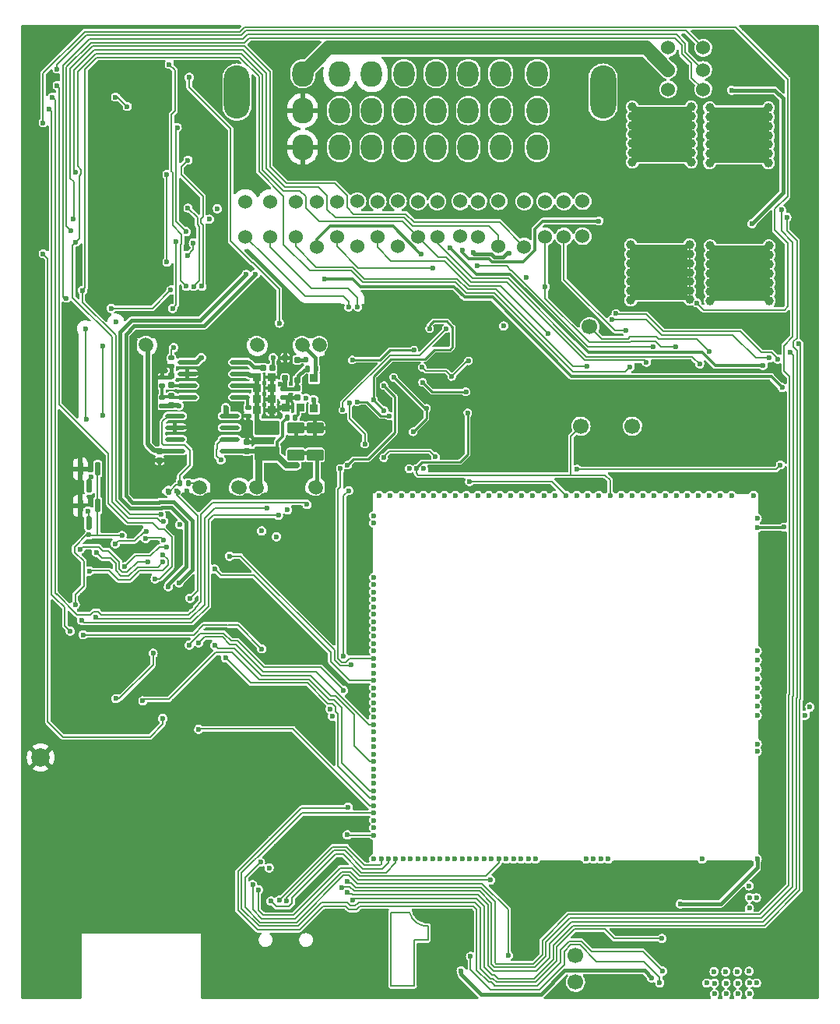
<source format=gbl>
G75*
G70*
%OFA0B0*%
%FSLAX25Y25*%
%IPPOS*%
%LPD*%
%AMOC8*
5,1,8,0,0,1.08239X$1,22.5*
%
%AMM118*
21,1,0.035830,0.026770,0.000000,-0.000000,270.000000*
21,1,0.029130,0.033470,0.000000,-0.000000,270.000000*
1,1,0.006690,-0.013390,-0.014570*
1,1,0.006690,-0.013390,0.014570*
1,1,0.006690,0.013390,0.014570*
1,1,0.006690,0.013390,-0.014570*
%
%AMM120*
21,1,0.070870,0.036220,0.000000,-0.000000,0.000000*
21,1,0.061810,0.045280,0.000000,-0.000000,0.000000*
1,1,0.009060,0.030910,-0.018110*
1,1,0.009060,-0.030910,-0.018110*
1,1,0.009060,-0.030910,0.018110*
1,1,0.009060,0.030910,0.018110*
%
%AMM123*
21,1,0.023620,0.018900,0.000000,-0.000000,0.000000*
21,1,0.018900,0.023620,0.000000,-0.000000,0.000000*
1,1,0.004720,0.009450,-0.009450*
1,1,0.004720,-0.009450,-0.009450*
1,1,0.004720,-0.009450,0.009450*
1,1,0.004720,0.009450,0.009450*
%
%AMM124*
21,1,0.019680,0.019680,0.000000,-0.000000,270.000000*
21,1,0.015750,0.023620,0.000000,-0.000000,270.000000*
1,1,0.003940,-0.009840,-0.007870*
1,1,0.003940,-0.009840,0.007870*
1,1,0.003940,0.009840,0.007870*
1,1,0.003940,0.009840,-0.007870*
%
%AMM125*
21,1,0.019680,0.019680,0.000000,-0.000000,180.000000*
21,1,0.015750,0.023620,0.000000,-0.000000,180.000000*
1,1,0.003940,-0.007870,0.009840*
1,1,0.003940,0.007870,0.009840*
1,1,0.003940,0.007870,-0.009840*
1,1,0.003940,-0.007870,-0.009840*
%
%AMM139*
21,1,0.106300,0.050390,0.000000,-0.000000,0.000000*
21,1,0.093700,0.062990,0.000000,-0.000000,0.000000*
1,1,0.012600,0.046850,-0.025200*
1,1,0.012600,-0.046850,-0.025200*
1,1,0.012600,-0.046850,0.025200*
1,1,0.012600,0.046850,0.025200*
%
%AMM140*
21,1,0.033470,0.026770,0.000000,-0.000000,180.000000*
21,1,0.026770,0.033470,0.000000,-0.000000,180.000000*
1,1,0.006690,-0.013390,0.013390*
1,1,0.006690,0.013390,0.013390*
1,1,0.006690,0.013390,-0.013390*
1,1,0.006690,-0.013390,-0.013390*
%
%AMM141*
21,1,0.023620,0.018900,0.000000,-0.000000,90.000000*
21,1,0.018900,0.023620,0.000000,-0.000000,90.000000*
1,1,0.004720,0.009450,0.009450*
1,1,0.004720,0.009450,-0.009450*
1,1,0.004720,-0.009450,-0.009450*
1,1,0.004720,-0.009450,0.009450*
%
%AMM142*
21,1,0.122050,0.075590,0.000000,-0.000000,90.000000*
21,1,0.103150,0.094490,0.000000,-0.000000,90.000000*
1,1,0.018900,0.037800,0.051580*
1,1,0.018900,0.037800,-0.051580*
1,1,0.018900,-0.037800,-0.051580*
1,1,0.018900,-0.037800,0.051580*
%
%AMM143*
21,1,0.118110,0.083460,0.000000,-0.000000,270.000000*
21,1,0.097240,0.104330,0.000000,-0.000000,270.000000*
1,1,0.020870,-0.041730,-0.048620*
1,1,0.020870,-0.041730,0.048620*
1,1,0.020870,0.041730,0.048620*
1,1,0.020870,0.041730,-0.048620*
%
%ADD10C,0.06000*%
%ADD100C,0.02756*%
%ADD11C,0.06693*%
%ADD162O,0.40158X0.00787*%
%ADD180O,0.08661X0.01968*%
%ADD21C,0.02362*%
%ADD22C,0.05906*%
%ADD229M118*%
%ADD23O,0.12992X0.00787*%
%ADD231M120*%
%ADD234M123*%
%ADD235M124*%
%ADD236M125*%
%ADD24O,0.40157X0.00787*%
%ADD25O,0.05906X0.00787*%
%ADD250M139*%
%ADD251M140*%
%ADD252M141*%
%ADD253M142*%
%ADD254M143*%
%ADD26O,0.00787X0.60630*%
%ADD27O,0.10236X0.00787*%
%ADD28O,0.00787X0.66929*%
%ADD29O,0.03937X0.00787*%
%ADD30O,0.01181X0.00787*%
%ADD31O,0.18898X0.00787*%
%ADD32R,0.00984X0.71654*%
%ADD33R,0.25591X0.00984*%
%ADD34R,0.25394X0.00984*%
%ADD35R,0.04921X0.00984*%
%ADD36R,0.53740X0.00984*%
%ADD37R,0.01378X0.00984*%
%ADD39C,0.07874*%
%ADD40R,0.00787X0.48819*%
%ADD41R,0.00787X0.07874*%
%ADD42R,0.00787X0.09055*%
%ADD43R,0.17717X0.00787*%
%ADD44R,0.05512X0.00787*%
%ADD45R,0.00787X0.08268*%
%ADD46R,0.00787X0.42126*%
%ADD47R,0.00787X0.19291*%
%ADD48R,0.00787X0.06299*%
%ADD49R,0.36220X0.00787*%
%ADD50R,0.19685X0.00787*%
%ADD51O,0.11024X0.22835*%
%ADD52O,0.09055X0.11024*%
%ADD54C,0.03937*%
%ADD55C,0.09843*%
%ADD56C,0.00787*%
%ADD57C,0.01575*%
%ADD58C,0.01181*%
%ADD59C,0.00800*%
%ADD68C,0.00984*%
%ADD76C,0.01968*%
%ADD99C,0.03150*%
X0000000Y0000000D02*
%LPD*%
G01*
D56*
X0158898Y0005866D02*
X0158898Y0037362D01*
X0174646Y0025551D02*
X0168740Y0025551D01*
X0168740Y0025551D02*
X0168740Y0005866D01*
X0158898Y0037362D02*
X0166772Y0037362D01*
X0174646Y0025551D02*
X0174646Y0031457D01*
X0168740Y0005866D02*
X0158898Y0005866D01*
X0166772Y0037362D02*
G75*
G03*
X0174646Y0031457I0007565J0001885D01*
G01*
G36*
G01*
X0025197Y0229970D02*
X0026378Y0229970D01*
G75*
G02*
X0026969Y0229380I0000000J-000591D01*
G01*
X0026969Y0224754D01*
G75*
G02*
X0026378Y0224163I-000591J0000000D01*
G01*
X0025197Y0224163D01*
G75*
G02*
X0024606Y0224754I0000000J0000591D01*
G01*
X0024606Y0229380D01*
G75*
G02*
X0025197Y0229970I0000591J0000000D01*
G01*
G37*
G36*
G01*
X0032677Y0229970D02*
X0033858Y0229970D01*
G75*
G02*
X0034449Y0229380I0000000J-000591D01*
G01*
X0034449Y0224754D01*
G75*
G02*
X0033858Y0224163I-000591J0000000D01*
G01*
X0032677Y0224163D01*
G75*
G02*
X0032087Y0224754I0000000J0000591D01*
G01*
X0032087Y0229380D01*
G75*
G02*
X0032677Y0229970I0000591J0000000D01*
G01*
G37*
G36*
G01*
X0028937Y0222589D02*
X0030118Y0222589D01*
G75*
G02*
X0030709Y0221998I0000000J-000591D01*
G01*
X0030709Y0217372D01*
G75*
G02*
X0030118Y0216781I-000591J0000000D01*
G01*
X0028937Y0216781D01*
G75*
G02*
X0028346Y0217372I0000000J0000591D01*
G01*
X0028346Y0221998D01*
G75*
G02*
X0028937Y0222589I0000591J0000000D01*
G01*
G37*
G36*
G01*
X0028937Y0206841D02*
X0030118Y0206841D01*
G75*
G02*
X0030709Y0206250I0000000J-000591D01*
G01*
X0030709Y0201624D01*
G75*
G02*
X0030118Y0201033I-000591J0000000D01*
G01*
X0028937Y0201033D01*
G75*
G02*
X0028346Y0201624I0000000J0000591D01*
G01*
X0028346Y0206250D01*
G75*
G02*
X0028937Y0206841I0000591J0000000D01*
G01*
G37*
G36*
G01*
X0032677Y0214222D02*
X0033858Y0214222D01*
G75*
G02*
X0034449Y0213632I0000000J-000591D01*
G01*
X0034449Y0209006D01*
G75*
G02*
X0033858Y0208415I-000591J0000000D01*
G01*
X0032677Y0208415D01*
G75*
G02*
X0032087Y0209006I0000000J0000591D01*
G01*
X0032087Y0213632D01*
G75*
G02*
X0032677Y0214222I0000591J0000000D01*
G01*
G37*
G36*
G01*
X0025197Y0214222D02*
X0026378Y0214222D01*
G75*
G02*
X0026969Y0213632I0000000J-000591D01*
G01*
X0026969Y0209006D01*
G75*
G02*
X0026378Y0208415I-000591J0000000D01*
G01*
X0025197Y0208415D01*
G75*
G02*
X0024606Y0209006I0000000J0000591D01*
G01*
X0024606Y0213632D01*
G75*
G02*
X0025197Y0214222I0000591J0000000D01*
G01*
G37*
D10*
X0196206Y0326364D03*
X0196206Y0341364D03*
X0188514Y0326449D03*
X0188514Y0341449D03*
X0144488Y0341535D03*
X0144488Y0322244D03*
D11*
X0243929Y0287795D03*
D10*
X0096457Y0326358D03*
X0096457Y0341358D03*
X0292539Y0407087D03*
X0277539Y0407087D03*
X0153150Y0326358D03*
X0153150Y0341358D03*
D21*
X0273927Y0007192D03*
X0270482Y0009259D03*
X0275108Y0012211D03*
X0274813Y0026188D03*
D10*
X0178740Y0326358D03*
X0178740Y0341358D03*
D11*
X0237795Y0007480D03*
D22*
X0126280Y0219193D03*
X0101083Y0219193D03*
X0093602Y0219193D03*
X0076673Y0219193D03*
D21*
X0067224Y0217421D03*
X0063287Y0217421D03*
D30*
X0130413Y0216634D03*
X0049705Y0282776D03*
D23*
X0111122Y0282776D03*
D24*
X0077657Y0282776D03*
D28*
X0049508Y0249705D03*
D22*
X0052067Y0219193D03*
D26*
X0130610Y0246555D03*
D27*
X0084941Y0216634D03*
D31*
X0113878Y0216634D03*
D29*
X0071161Y0216634D03*
D25*
X0058169Y0216634D03*
D22*
X0128051Y0280217D03*
X0120768Y0280217D03*
X0101280Y0280217D03*
X0053839Y0280217D03*
D21*
X0137106Y0227165D03*
X0166634Y0227165D03*
X0169783Y0227165D03*
X0172933Y0227165D03*
D35*
X0136220Y0297047D03*
D37*
X0134449Y0226378D03*
D34*
X0187598Y0226378D03*
D32*
X0134252Y0261713D03*
D33*
X0151870Y0226378D03*
D36*
X0173425Y0297047D03*
D32*
X0199803Y0261713D03*
D21*
X0144587Y0296161D03*
X0140650Y0296161D03*
D10*
X0170472Y0326358D03*
X0170472Y0341358D03*
X0118110Y0326358D03*
X0118110Y0341358D03*
X0215929Y0341339D03*
X0215929Y0322047D03*
X0277539Y0389370D03*
X0292539Y0389370D03*
X0161811Y0341535D03*
X0161811Y0322244D03*
D21*
X0151476Y0070374D03*
X0151476Y0073524D03*
X0151476Y0076673D03*
X0151476Y0079823D03*
X0151476Y0082972D03*
X0151476Y0086122D03*
X0151476Y0089272D03*
X0151476Y0092421D03*
X0151476Y0095571D03*
X0151476Y0098720D03*
X0151476Y0101870D03*
X0151476Y0105020D03*
X0151476Y0108169D03*
X0151476Y0111319D03*
X0151476Y0114469D03*
X0151476Y0117618D03*
X0151476Y0120768D03*
X0151476Y0123917D03*
X0151476Y0127067D03*
X0151476Y0130217D03*
X0151476Y0133366D03*
X0151476Y0136516D03*
X0151476Y0139665D03*
X0151476Y0142815D03*
X0151476Y0145965D03*
X0151476Y0149114D03*
X0151476Y0152264D03*
X0151476Y0155413D03*
X0151476Y0158563D03*
X0151476Y0161713D03*
X0151476Y0164862D03*
X0151476Y0168012D03*
X0151476Y0171161D03*
X0151476Y0174311D03*
X0151476Y0177461D03*
X0151476Y0180610D03*
X0151476Y0203839D03*
X0151476Y0206988D03*
D47*
X0150689Y0192224D03*
D46*
X0316437Y0083169D03*
D45*
X0316437Y0115453D03*
D41*
X0150689Y0212894D03*
D44*
X0309350Y0216437D03*
D48*
X0150689Y0065256D03*
D40*
X0316437Y0175492D03*
D42*
X0316437Y0212303D03*
D43*
X0231594Y0059350D03*
D49*
X0271949Y0059350D03*
D50*
X0303839Y0059350D03*
D21*
X0151476Y0060138D03*
X0154626Y0060138D03*
X0157776Y0060138D03*
X0160925Y0060138D03*
X0164075Y0060138D03*
X0167224Y0060138D03*
X0170374Y0060138D03*
X0173524Y0060138D03*
X0176673Y0060138D03*
X0179823Y0060138D03*
X0182972Y0060138D03*
X0186122Y0060138D03*
X0189272Y0060138D03*
X0192421Y0060138D03*
X0195571Y0060138D03*
X0198720Y0060138D03*
X0201870Y0060138D03*
X0205020Y0060138D03*
X0208169Y0060138D03*
X0211319Y0060138D03*
X0214468Y0060138D03*
X0217618Y0060138D03*
X0220768Y0060138D03*
X0242421Y0060138D03*
X0245571Y0060138D03*
X0248720Y0060138D03*
X0251870Y0060138D03*
X0292028Y0060138D03*
X0315650Y0060138D03*
X0153839Y0215650D03*
X0158563Y0215650D03*
X0163287Y0215650D03*
X0168012Y0215650D03*
X0172736Y0215650D03*
X0177067Y0215650D03*
X0181791Y0215650D03*
X0186516Y0215650D03*
X0191240Y0215650D03*
X0195965Y0215650D03*
X0200689Y0215650D03*
X0205413Y0215650D03*
X0210138Y0215650D03*
X0214862Y0215650D03*
X0219587Y0215650D03*
X0224311Y0215650D03*
X0229035Y0215650D03*
X0233760Y0215650D03*
X0238484Y0215650D03*
X0243209Y0215650D03*
X0247933Y0215650D03*
X0252657Y0215650D03*
X0257382Y0215650D03*
X0262106Y0215650D03*
X0266831Y0215650D03*
X0271555Y0215650D03*
X0276280Y0215650D03*
X0281004Y0215650D03*
X0285728Y0215650D03*
X0290453Y0215650D03*
X0295177Y0215650D03*
X0299902Y0215650D03*
X0304626Y0215650D03*
X0314075Y0215650D03*
X0315650Y0205807D03*
X0315650Y0201870D03*
X0315650Y0149114D03*
X0315650Y0145177D03*
X0315650Y0141240D03*
X0315650Y0137303D03*
X0315650Y0133366D03*
X0315650Y0129429D03*
X0315650Y0125492D03*
X0315650Y0121555D03*
X0315650Y0109350D03*
X0315650Y0106201D03*
D10*
X0224929Y0326358D03*
X0224929Y0341358D03*
X0232929Y0326358D03*
X0232929Y0341358D03*
X0292539Y0397638D03*
X0277539Y0397638D03*
X0240929Y0326547D03*
X0240929Y0341547D03*
D51*
X0249606Y0388185D03*
X0092913Y0388185D03*
D52*
X0121063Y0364563D03*
X0136811Y0364563D03*
X0150591Y0364563D03*
X0164370Y0364563D03*
X0178150Y0364563D03*
X0191929Y0364563D03*
X0205709Y0364563D03*
X0221457Y0364563D03*
X0121063Y0380311D03*
X0136811Y0380311D03*
X0150591Y0380311D03*
X0164370Y0380311D03*
X0178150Y0380311D03*
X0191929Y0380311D03*
X0205709Y0380311D03*
X0221457Y0380311D03*
X0121063Y0396059D03*
X0136811Y0396059D03*
X0150591Y0396059D03*
X0164370Y0396059D03*
X0178150Y0396059D03*
X0191929Y0396059D03*
X0205709Y0396059D03*
X0221457Y0396059D03*
D10*
X0107087Y0326358D03*
X0107087Y0341358D03*
X0135827Y0326358D03*
X0135827Y0341358D03*
D11*
X0237795Y0018898D03*
D10*
X0127165Y0341142D03*
X0127165Y0321850D03*
X0204929Y0341535D03*
X0204929Y0322244D03*
D11*
X0262205Y0245276D03*
X0240157Y0245276D03*
D39*
X0008858Y0103543D03*
D21*
X0023355Y0217244D03*
X0030315Y0223622D03*
X0029134Y0209055D03*
X0315929Y0050047D03*
X0042929Y0347047D03*
X0146296Y0037446D03*
X0016520Y0108614D03*
X0038583Y0116142D03*
X0081520Y0162614D03*
X0307929Y0290047D03*
X0235247Y0221302D03*
D54*
X0312992Y0285827D03*
D21*
X0255929Y0316047D03*
X0136929Y0003047D03*
X0036667Y0203790D03*
X0111519Y0390515D03*
X0080596Y0122045D03*
X0046457Y0158661D03*
X0006929Y0380047D03*
X0129134Y0030709D03*
X0016929Y0004047D03*
X0066144Y0127509D03*
X0298929Y0392047D03*
X0286614Y0270079D03*
X0335929Y0298047D03*
X0086929Y0051047D03*
X0217929Y0372047D03*
X0023700Y0232305D03*
X0090157Y0172835D03*
D54*
X0320866Y0344488D03*
D21*
X0028346Y0167717D03*
X0077165Y0105118D03*
X0318495Y0196850D03*
X0090929Y0122045D03*
X0024929Y0316047D03*
D54*
X0280315Y0344488D03*
D21*
X0319685Y0092520D03*
X0035231Y0232691D03*
X0181467Y0301855D03*
X0035929Y0388687D03*
X0054055Y0124291D03*
X0071490Y0143214D03*
X0072789Y0168270D03*
X0306107Y0247496D03*
X0140945Y0224016D03*
X0060520Y0167614D03*
X0111417Y0285827D03*
X0112992Y0214961D03*
X0112954Y0012294D03*
X0249929Y0327047D03*
X0198929Y0389047D03*
X0255929Y0357047D03*
D54*
X0288583Y0288996D03*
D21*
X0086996Y0063743D03*
X0081102Y0101575D03*
X0098819Y0084646D03*
X0229231Y0298916D03*
X0051969Y0181102D03*
X0058268Y0118898D03*
X0123929Y0126047D03*
X0339929Y0054047D03*
X0266929Y0044488D03*
X0095276Y0286614D03*
X0325929Y0299047D03*
X0023396Y0188068D03*
X0049670Y0201577D03*
X0087402Y0110236D03*
D54*
X0312992Y0344488D03*
D21*
X0294488Y0054331D03*
X0124449Y0030945D03*
X0037207Y0181047D03*
X0096929Y0357047D03*
X0232244Y0305363D03*
X0325929Y0004047D03*
X0318495Y0115748D03*
X0275311Y0270375D03*
X0145543Y0203968D03*
X0084055Y0190157D03*
X0016535Y0118898D03*
X0215929Y0332047D03*
X0288425Y0002126D03*
X0276378Y0242520D03*
X0285304Y0245629D03*
X0092913Y0157087D03*
X0048031Y0240157D03*
X0044929Y0373047D03*
X0038581Y0185739D03*
X0191929Y0372047D03*
X0150929Y0372047D03*
X0284646Y0220866D03*
X0276022Y0222962D03*
X0012929Y0395047D03*
X0021929Y0268047D03*
X0099898Y0191940D03*
X0059929Y0305047D03*
X0105315Y0045669D03*
X0281929Y0326047D03*
X0128929Y0051970D03*
X0319929Y0386047D03*
X0270152Y0397484D03*
X0143929Y0388047D03*
X0318495Y0127953D03*
X0216929Y0402047D03*
X0051834Y0175790D03*
X0301181Y0050394D03*
X0256693Y0055512D03*
X0150000Y0300787D03*
X0203937Y0281102D03*
X0155906Y0037402D03*
X0168110Y0301575D03*
X0123929Y0146047D03*
X0111688Y0356237D03*
X0239929Y0318047D03*
X0177929Y0372047D03*
X0048425Y0276772D03*
X0060520Y0113614D03*
X0177929Y0388047D03*
X0128929Y0066047D03*
D55*
X0304724Y0024803D03*
D21*
X0015929Y0045047D03*
X0124929Y0170047D03*
X0087402Y0285827D03*
X0163929Y0372047D03*
X0050998Y0145567D03*
X0340348Y0383272D03*
X0340549Y0274869D03*
X0085433Y0101575D03*
X0247638Y0220472D03*
X0237929Y0295047D03*
X0228740Y0246850D03*
X0062929Y0388047D03*
X0225929Y0352047D03*
X0243189Y0009606D03*
X0026859Y0172887D03*
X0081334Y0353513D03*
X0111350Y0373059D03*
X0073218Y0341452D03*
X0086929Y0334047D03*
X0073520Y0127614D03*
X0087362Y0087598D03*
X0091205Y0035740D03*
X0008929Y0314047D03*
X0309055Y0220472D03*
X0095929Y0371047D03*
X0320472Y0066929D03*
D54*
X0317146Y0289388D03*
D21*
X0103543Y0406693D03*
X0203937Y0230315D03*
X0339929Y0327047D03*
X0087402Y0078740D03*
X0096929Y0348047D03*
X0327929Y0286047D03*
X0068504Y0194094D03*
X0105162Y0304023D03*
X0060524Y0158894D03*
X0157929Y0388047D03*
X0055118Y0118110D03*
X0256667Y0396554D03*
X0116535Y0098031D03*
X0249606Y0261417D03*
X0116142Y0067323D03*
X0280929Y0384047D03*
X0123960Y0183288D03*
X0258661Y0222835D03*
X0081929Y0003047D03*
X0268929Y0353047D03*
X0318929Y0392047D03*
X0042913Y0120866D03*
X0094564Y0204268D03*
X0116142Y0125197D03*
X0126929Y0373047D03*
X0340156Y0148998D03*
D54*
X0287402Y0344488D03*
D21*
X0066144Y0135565D03*
X0325929Y0321047D03*
X0318495Y0153937D03*
D54*
X0316929Y0348819D03*
D21*
X0014961Y0167323D03*
X0008929Y0153047D03*
X0217929Y0388047D03*
X0046575Y0190945D03*
X0046339Y0139764D03*
X0318495Y0185433D03*
X0083969Y0130726D03*
X0111417Y0051970D03*
X0020079Y0173819D03*
X0293780Y0026929D03*
X0096952Y0106414D03*
X0252756Y0246457D03*
X0316535Y0220866D03*
X0136378Y0035827D03*
X0256929Y0301047D03*
X0087935Y0400109D03*
X0327165Y0264961D03*
X0061929Y0365047D03*
X0008929Y0239047D03*
D54*
X0277953Y0288996D03*
D21*
X0310157Y0415630D03*
X0136929Y0372047D03*
X0071260Y0215352D03*
X0118110Y0154331D03*
X0283465Y0056299D03*
X0204128Y0261441D03*
X0128929Y0391047D03*
X0083858Y0168898D03*
X0228346Y0230315D03*
X0329929Y0340047D03*
X0045929Y0340047D03*
X0098012Y0125807D03*
X0156929Y0351047D03*
X0340943Y0288779D03*
X0220079Y0046457D03*
X0082323Y0091142D03*
X0079910Y0151617D03*
D54*
X0321260Y0285827D03*
D21*
X0094655Y0184963D03*
D54*
X0282677Y0290551D03*
D21*
X0083661Y0203543D03*
X0022929Y0415047D03*
D54*
X0283858Y0350047D03*
D21*
X0061024Y0132283D03*
X0183929Y0351047D03*
X0227124Y0001970D03*
X0149929Y0351047D03*
X0133465Y0221654D03*
X0046929Y0398047D03*
X0236929Y0357047D03*
X0340156Y0216006D03*
X0089764Y0140551D03*
X0231496Y0057087D03*
X0291929Y0413047D03*
X0131929Y0170047D03*
X0224409Y0269685D03*
X0157929Y0402047D03*
X0066142Y0109449D03*
X0304929Y0413047D03*
X0058268Y0215354D03*
X0166929Y0351047D03*
X0251024Y0001732D03*
X0205929Y0372047D03*
X0129134Y0201969D03*
X0046510Y0322683D03*
X0123425Y0154724D03*
X0085039Y0215354D03*
X0036417Y0194331D03*
X0046929Y0357047D03*
X0056451Y0332623D03*
X0116929Y0203543D03*
X0039442Y0178812D03*
X0046054Y0166974D03*
X0097638Y0164567D03*
X0063929Y0381047D03*
X0048031Y0216535D03*
X0052756Y0169291D03*
X0244034Y0024624D03*
X0239929Y0390047D03*
X0131496Y0290157D03*
X0013929Y0386047D03*
X0045929Y0382047D03*
X0040929Y0386047D03*
X0122835Y0211811D03*
X0084526Y0338309D03*
X0109843Y0198031D03*
X0071730Y0318384D03*
X0074213Y0323622D03*
X0107480Y0042126D03*
X0064569Y0303548D03*
X0038976Y0295669D03*
X0063929Y0400047D03*
X0071260Y0305114D03*
X0071929Y0338581D03*
X0074409Y0305047D03*
X0023622Y0168898D03*
X0043701Y0198526D03*
X0029528Y0198819D03*
X0077854Y0305114D03*
X0071929Y0359047D03*
X0130313Y0308268D03*
X0326378Y0261811D03*
X0327168Y0202071D03*
X0291033Y0271886D03*
X0142502Y0042552D03*
X0333468Y0280435D03*
X0137795Y0048031D03*
X0329921Y0276772D03*
X0132734Y0124319D03*
X0328346Y0334646D03*
X0140034Y0045819D03*
X0133815Y0121176D03*
X0114173Y0042126D03*
X0111024Y0042520D03*
X0062929Y0353047D03*
X0062929Y0315417D03*
X0106693Y0056299D03*
X0023862Y0354047D03*
X0336220Y0121654D03*
X0338189Y0125197D03*
X0022929Y0334047D03*
X0188906Y0012395D03*
X0282677Y0040945D03*
D54*
X0287402Y0374016D03*
X0287402Y0377953D03*
X0262205Y0381890D03*
X0287402Y0362205D03*
X0262205Y0362205D03*
X0287402Y0381890D03*
X0262205Y0374016D03*
X0262205Y0377953D03*
X0262205Y0358268D03*
D21*
X0021929Y0329047D03*
D54*
X0287402Y0358268D03*
X0262205Y0370079D03*
X0262205Y0366142D03*
X0287402Y0366142D03*
X0287402Y0370079D03*
X0261516Y0318907D03*
X0261516Y0303159D03*
D21*
X0289764Y0298047D03*
D54*
X0286713Y0307096D03*
X0286908Y0299541D03*
X0286713Y0322844D03*
X0261516Y0299222D03*
X0261516Y0314970D03*
X0286713Y0318907D03*
X0261516Y0311033D03*
X0286713Y0303159D03*
X0261516Y0322844D03*
X0286713Y0311033D03*
D21*
X0009929Y0375047D03*
D54*
X0286713Y0314970D03*
X0261516Y0307096D03*
X0320768Y0322451D03*
D21*
X0015929Y0398047D03*
D54*
X0320768Y0306703D03*
X0295571Y0302766D03*
X0295571Y0314577D03*
X0320768Y0310640D03*
X0295571Y0306703D03*
X0320768Y0318514D03*
X0295571Y0310640D03*
X0320768Y0298829D03*
X0295571Y0322451D03*
X0320768Y0314577D03*
X0295571Y0298829D03*
X0320768Y0302766D03*
X0295571Y0318514D03*
D21*
X0060422Y0207486D03*
X0261220Y0270669D03*
X0259449Y0286220D03*
X0026748Y0303314D03*
X0280904Y0279329D03*
X0224929Y0304850D03*
X0195767Y0313878D03*
X0176929Y0313047D03*
X0271092Y0279329D03*
X0268264Y0272642D03*
X0061545Y0204546D03*
X0023929Y0324047D03*
D54*
X0295276Y0369695D03*
X0295276Y0381506D03*
X0320472Y0365758D03*
X0295276Y0361821D03*
X0295276Y0377569D03*
X0320472Y0357884D03*
X0320472Y0373632D03*
X0320472Y0361821D03*
D21*
X0019929Y0300047D03*
D54*
X0295276Y0373632D03*
X0295276Y0365758D03*
X0320472Y0369695D03*
X0295276Y0357884D03*
X0320472Y0381506D03*
X0320472Y0377569D03*
D21*
X0009929Y0319047D03*
X0068159Y0178346D03*
X0061099Y0120273D03*
X0100787Y0310236D03*
X0062648Y0193565D03*
X0087978Y0146141D03*
X0044884Y0185154D03*
X0304724Y0388976D03*
X0111024Y0289370D03*
X0171929Y0319047D03*
X0072441Y0394488D03*
X0056992Y0148205D03*
X0015929Y0391047D03*
X0041142Y0128740D03*
X0057874Y0180017D03*
X0313386Y0331890D03*
X0189331Y0320449D03*
X0247929Y0333047D03*
X0324409Y0274016D03*
X0255244Y0293422D03*
X0253442Y0290841D03*
X0320862Y0274409D03*
X0096850Y0310236D03*
X0012289Y0381047D03*
X0021520Y0157614D03*
X0063520Y0176614D03*
X0192520Y0221654D03*
X0035435Y0279462D03*
X0041058Y0289888D03*
X0035435Y0249879D03*
X0028507Y0248318D03*
X0027953Y0287008D03*
X0184125Y0321553D03*
X0318110Y0271260D03*
X0238583Y0226772D03*
X0325595Y0228708D03*
X0226181Y0284843D03*
X0242913Y0270866D03*
X0295115Y0277399D03*
X0052598Y0127795D03*
X0083465Y0151575D03*
X0061022Y0190240D03*
X0029724Y0183268D03*
X0326125Y0337748D03*
X0140002Y0050569D03*
X0076520Y0152614D03*
X0138583Y0132283D03*
X0072520Y0151614D03*
X0089663Y0189663D03*
X0141639Y0143134D03*
X0105906Y0210236D03*
X0032520Y0163614D03*
X0110630Y0207087D03*
X0026378Y0162205D03*
X0114567Y0209449D03*
X0025787Y0192717D03*
X0054921Y0187396D03*
X0312303Y0039154D03*
X0315354Y0043583D03*
X0312205Y0048701D03*
X0312303Y0043681D03*
X0297303Y0006998D03*
X0297303Y0002470D03*
X0294094Y0007087D03*
X0297205Y0012018D03*
X0302303Y0006998D03*
X0302303Y0002470D03*
X0302205Y0012018D03*
X0307303Y0006998D03*
X0307303Y0002470D03*
X0307205Y0012018D03*
X0312205Y0012205D03*
X0312303Y0002657D03*
X0312303Y0007185D03*
X0315354Y0007087D03*
X0140792Y0217722D03*
X0138583Y0146754D03*
X0053939Y0200362D03*
X0040827Y0194961D03*
X0065355Y0295649D03*
X0066763Y0324265D03*
X0067289Y0373047D03*
X0071260Y0328468D03*
X0072835Y0171654D03*
X0076520Y0115614D03*
X0099606Y0049213D03*
X0201575Y0051181D03*
X0102075Y0046957D03*
X0209447Y0319305D03*
X0216929Y0309055D03*
X0068305Y0203146D03*
X0193956Y0319402D03*
X0207089Y0288189D03*
X0083342Y0184178D03*
X0103496Y0200441D03*
X0102953Y0058858D03*
X0081102Y0333860D03*
X0026969Y0156063D03*
X0103496Y0150047D03*
X0209055Y0018898D03*
X0192913Y0018504D03*
X0032675Y0191230D03*
X0061022Y0187092D03*
X0061576Y0196524D03*
X0053722Y0197222D03*
X0140157Y0070472D03*
X0140551Y0082283D03*
D56*
X0029528Y0222835D02*
X0030315Y0223622D01*
X0029528Y0219685D02*
X0029528Y0222835D01*
X0029528Y0203937D02*
X0029528Y0208661D01*
X0029528Y0208661D02*
X0029134Y0209055D01*
X0033268Y0227067D02*
X0033268Y0198823D01*
X0033268Y0198823D02*
X0032970Y0198526D01*
X0032970Y0198526D02*
X0029821Y0198526D01*
X0043701Y0198526D02*
X0032970Y0198526D01*
X0059801Y0180017D02*
X0057874Y0180017D01*
X0065008Y0197779D02*
X0065008Y0185224D01*
X0061608Y0201179D02*
X0065008Y0197779D01*
X0065008Y0185224D02*
X0059801Y0180017D01*
X0059569Y0201179D02*
X0061608Y0201179D01*
X0056811Y0203937D02*
X0059569Y0201179D01*
X0046168Y0203937D02*
X0056811Y0203937D01*
X0016716Y0390260D02*
X0016716Y0254543D01*
X0016716Y0254543D02*
X0037795Y0233465D01*
D59*
X0027953Y0248872D02*
X0028507Y0248318D01*
D56*
X0037795Y0212309D02*
X0046168Y0203937D01*
D59*
X0027953Y0287008D02*
X0027953Y0248872D01*
D56*
X0015929Y0391047D02*
X0016716Y0390260D01*
X0037795Y0233465D02*
X0037795Y0212309D01*
X0034858Y0164614D02*
X0072075Y0164614D01*
X0033497Y0165974D02*
X0034858Y0164614D01*
X0072075Y0164614D02*
X0073371Y0165910D01*
X0169783Y0225098D02*
X0169783Y0227165D01*
X0075149Y0167292D02*
X0075149Y0167688D01*
X0031542Y0165974D02*
X0033497Y0165974D01*
X0077557Y0170096D02*
X0077557Y0207643D01*
X0077557Y0207643D02*
X0082513Y0212598D01*
X0073767Y0165910D02*
X0075149Y0167292D01*
X0015748Y0173228D02*
X0015075Y0173901D01*
X0015666Y0173468D02*
X0024520Y0164614D01*
X0235827Y0240945D02*
X0235827Y0224409D01*
X0235933Y0224303D02*
X0170579Y0224303D01*
X0045929Y0382047D02*
X0041929Y0386047D01*
X0252657Y0215650D02*
X0252657Y0222146D01*
X0030182Y0164614D02*
X0031542Y0165974D01*
X0170579Y0224303D02*
X0169783Y0225098D01*
X0252657Y0222146D02*
X0250500Y0224303D01*
X0024520Y0164614D02*
X0030182Y0164614D01*
X0250500Y0224303D02*
X0235933Y0224303D01*
X0075149Y0167688D02*
X0077557Y0170096D01*
X0041929Y0386047D02*
X0040929Y0386047D01*
X0235827Y0224409D02*
X0235933Y0224303D01*
X0122047Y0212598D02*
X0122835Y0211811D01*
X0015075Y0384901D02*
X0013929Y0386047D01*
X0073371Y0165910D02*
X0073767Y0165910D01*
X0082513Y0212598D02*
X0122047Y0212598D01*
X0015075Y0173901D02*
X0015075Y0384901D01*
X0240157Y0245276D02*
X0235827Y0240945D01*
X0074213Y0320866D02*
X0071730Y0318384D01*
X0074213Y0323622D02*
X0074213Y0320866D01*
X0116534Y0043554D02*
X0135169Y0062190D01*
X0147410Y0054329D02*
X0156786Y0054329D01*
X0138392Y0062190D02*
X0146232Y0054350D01*
X0116534Y0041148D02*
X0116534Y0043554D01*
X0107480Y0042126D02*
X0109843Y0039764D01*
X0146232Y0054350D02*
X0147389Y0054350D01*
X0160925Y0058467D02*
X0160925Y0060138D01*
X0147389Y0054350D02*
X0147410Y0054329D01*
X0135169Y0062190D02*
X0138392Y0062190D01*
X0156786Y0054329D02*
X0160925Y0058467D01*
X0109843Y0039764D02*
X0115149Y0039764D01*
X0115149Y0039764D02*
X0116534Y0041148D01*
X0056691Y0295669D02*
X0064569Y0303548D01*
X0038976Y0295669D02*
X0056691Y0295669D01*
X0065289Y0331100D02*
X0069123Y0327266D01*
X0066289Y0380070D02*
X0064929Y0378709D01*
X0065289Y0354025D02*
X0065289Y0331100D01*
X0068929Y0323093D02*
X0068929Y0307444D01*
X0064929Y0354385D02*
X0065289Y0354025D01*
X0063929Y0400047D02*
X0066289Y0397687D01*
X0064929Y0378709D02*
X0064929Y0354385D01*
X0069123Y0323287D02*
X0068929Y0323093D01*
X0068929Y0307444D02*
X0071260Y0305114D01*
X0069123Y0327266D02*
X0069123Y0323287D01*
X0066289Y0397687D02*
X0066289Y0380070D01*
X0075996Y0334514D02*
X0071929Y0338581D01*
X0074409Y0305047D02*
X0075494Y0306132D01*
X0075494Y0306311D02*
X0076774Y0307590D01*
X0075996Y0331418D02*
X0075996Y0334514D01*
X0076774Y0307590D02*
X0076774Y0330640D01*
X0075494Y0306132D02*
X0075494Y0306311D01*
X0076774Y0330640D02*
X0075996Y0331418D01*
X0029528Y0198819D02*
X0028552Y0198819D01*
X0027362Y0187441D02*
X0027362Y0176890D01*
X0027362Y0176890D02*
X0023622Y0173150D01*
X0023427Y0191376D02*
X0027362Y0187441D01*
X0023427Y0193694D02*
X0023427Y0191376D01*
X0028552Y0198819D02*
X0023427Y0193694D01*
X0023622Y0173150D02*
X0023622Y0168898D01*
X0029821Y0198526D02*
X0029528Y0198819D01*
X0077569Y0334025D02*
X0077569Y0332070D01*
X0068994Y0356379D02*
X0068994Y0352982D01*
X0077569Y0332070D02*
X0078346Y0331292D01*
X0078346Y0331292D02*
X0078346Y0305606D01*
X0071929Y0359047D02*
X0071662Y0359047D01*
X0078346Y0334803D02*
X0077569Y0334025D01*
X0068994Y0352982D02*
X0078346Y0343630D01*
X0078346Y0343630D02*
X0078346Y0334803D01*
X0071662Y0359047D02*
X0068994Y0356379D01*
X0078346Y0305606D02*
X0077854Y0305114D01*
D58*
X0315650Y0201870D02*
X0326967Y0201870D01*
X0202350Y0300405D02*
X0190343Y0300405D01*
X0190343Y0300405D02*
X0185701Y0305047D01*
X0326967Y0201870D02*
X0327168Y0202071D01*
X0326378Y0261811D02*
X0321654Y0266535D01*
X0321654Y0266535D02*
X0236220Y0266535D01*
X0185701Y0305047D02*
X0145740Y0305047D01*
X0145740Y0305047D02*
X0142520Y0308268D01*
X0236220Y0266535D02*
X0202350Y0300405D01*
X0142520Y0308268D02*
X0130313Y0308268D01*
D56*
X0287917Y0275002D02*
X0291033Y0271886D01*
X0193682Y0308467D02*
X0209112Y0308467D01*
X0242577Y0275002D02*
X0287917Y0275002D01*
X0178740Y0326358D02*
X0178740Y0323409D01*
X0178740Y0323409D02*
X0193682Y0308467D01*
X0209112Y0308467D02*
X0242577Y0275002D01*
X0203068Y0010624D02*
X0204627Y0009065D01*
X0201954Y0010624D02*
X0203068Y0010624D01*
X0198709Y0039913D02*
X0198709Y0013869D01*
X0204627Y0009065D02*
X0220083Y0009065D01*
X0195345Y0043277D02*
X0198709Y0039913D01*
X0333860Y0128147D02*
X0334252Y0128539D01*
X0143226Y0043277D02*
X0195345Y0043277D01*
X0228341Y0023242D02*
X0236809Y0031710D01*
X0236809Y0031710D02*
X0318698Y0031710D01*
X0334252Y0279651D02*
X0333468Y0280435D01*
X0228341Y0017322D02*
X0228341Y0023242D01*
X0198709Y0013869D02*
X0201954Y0010624D01*
X0142502Y0042552D02*
X0143226Y0043277D01*
X0333860Y0046872D02*
X0333860Y0128147D01*
X0334252Y0128539D02*
X0334252Y0279651D01*
X0220083Y0009065D02*
X0228341Y0017322D01*
X0318698Y0031710D02*
X0333860Y0046872D01*
X0235506Y0034856D02*
X0252330Y0034856D01*
X0331100Y0275592D02*
X0329921Y0276772D01*
X0225195Y0018625D02*
X0225195Y0024545D01*
X0141267Y0048193D02*
X0142974Y0046485D01*
X0137957Y0048193D02*
X0141267Y0048193D01*
X0144168Y0046449D02*
X0196622Y0046449D01*
X0196622Y0046449D02*
X0201855Y0041216D01*
X0331104Y0230153D02*
X0331100Y0230157D01*
X0330715Y0048175D02*
X0330715Y0129450D01*
X0144131Y0046485D02*
X0144168Y0046449D01*
X0331104Y0129840D02*
X0331104Y0230153D01*
X0331100Y0230157D02*
X0331100Y0275592D01*
X0330715Y0129450D02*
X0331104Y0129840D01*
X0203257Y0013770D02*
X0220339Y0013770D01*
X0201855Y0041216D02*
X0201855Y0015172D01*
X0137795Y0048031D02*
X0137957Y0048193D01*
X0252330Y0034856D02*
X0252330Y0034856D01*
X0201855Y0015172D02*
X0203257Y0013770D01*
X0252330Y0034856D02*
X0317395Y0034856D01*
X0317395Y0034856D02*
X0330715Y0048175D01*
X0225195Y0024545D02*
X0235506Y0034856D01*
X0220339Y0013770D02*
X0225195Y0018625D01*
X0142974Y0046485D02*
X0144131Y0046485D01*
X0318047Y0033283D02*
X0251679Y0033283D01*
X0328346Y0328854D02*
X0332677Y0324524D01*
X0220991Y0012197D02*
X0202606Y0012197D01*
X0332287Y0128798D02*
X0332287Y0047524D01*
X0140645Y0045208D02*
X0140034Y0045819D01*
X0331108Y0279292D02*
X0332677Y0277724D01*
X0332677Y0277724D02*
X0332677Y0276382D01*
X0332673Y0276374D02*
X0332673Y0276378D01*
X0332677Y0276382D02*
X0332673Y0276378D01*
X0200282Y0040564D02*
X0195970Y0044876D01*
X0143480Y0044913D02*
X0142323Y0044913D01*
X0332677Y0282981D02*
X0331108Y0281412D01*
X0332677Y0276374D02*
X0332677Y0129192D01*
X0332677Y0129192D02*
X0332679Y0129190D01*
X0332673Y0276378D02*
X0332677Y0276374D01*
X0226768Y0023894D02*
X0226768Y0017974D01*
X0202606Y0012197D02*
X0200282Y0014520D01*
X0142323Y0044913D02*
X0142027Y0045208D01*
X0226768Y0017974D02*
X0220991Y0012197D01*
X0332677Y0324524D02*
X0332677Y0282981D01*
X0332679Y0129190D02*
X0332287Y0128798D01*
X0143516Y0044876D02*
X0143480Y0044913D01*
X0236157Y0033283D02*
X0226768Y0023894D01*
X0332677Y0276374D02*
X0332673Y0276374D01*
X0331108Y0281412D02*
X0331108Y0279292D01*
X0328346Y0334646D02*
X0328346Y0328854D01*
X0251679Y0033283D02*
X0251679Y0033283D01*
X0332287Y0047524D02*
X0318047Y0033283D01*
X0200282Y0014520D02*
X0200282Y0040564D01*
X0142027Y0045208D02*
X0140645Y0045208D01*
X0251679Y0033283D02*
X0236157Y0033283D01*
X0195970Y0044876D02*
X0143516Y0044876D01*
D59*
X0157776Y0058467D02*
X0155237Y0055929D01*
X0157776Y0060138D02*
X0157776Y0058467D01*
X0146886Y0055929D02*
X0139041Y0063773D01*
X0114173Y0043427D02*
X0114173Y0042126D01*
X0155237Y0055929D02*
X0146886Y0055929D01*
X0134519Y0063773D02*
X0114173Y0043427D01*
X0139041Y0063773D02*
X0134519Y0063773D01*
X0154155Y0057514D02*
X0147545Y0057514D01*
X0154626Y0057985D02*
X0154155Y0057514D01*
X0133865Y0065361D02*
X0111024Y0042520D01*
X0154626Y0060138D02*
X0154626Y0057985D01*
X0139699Y0065361D02*
X0133865Y0065361D01*
X0147545Y0057514D02*
X0139699Y0065361D01*
D56*
X0062929Y0353047D02*
X0062929Y0315417D01*
X0031626Y0406193D02*
X0095559Y0406193D01*
X0200929Y0331047D02*
X0204929Y0327047D01*
X0023862Y0354047D02*
X0023075Y0354835D01*
X0095559Y0406193D02*
X0105502Y0396250D01*
X0023075Y0397642D02*
X0031626Y0406193D01*
X0105502Y0396250D02*
X0105502Y0355529D01*
X0164581Y0334474D02*
X0168008Y0331047D01*
X0113411Y0347620D02*
X0127717Y0347620D01*
X0105502Y0355529D02*
X0113411Y0347620D01*
X0204929Y0327047D02*
X0204929Y0322244D01*
X0168008Y0331047D02*
X0200929Y0331047D01*
X0131490Y0338007D02*
X0135023Y0334474D01*
X0127717Y0347620D02*
X0131490Y0343847D01*
X0131490Y0343847D02*
X0131490Y0338007D01*
X0023075Y0354835D02*
X0023075Y0397642D01*
X0135023Y0334474D02*
X0164581Y0334474D01*
X0107075Y0356181D02*
X0107075Y0396901D01*
X0205356Y0332620D02*
X0168659Y0332620D01*
X0142869Y0336047D02*
X0140156Y0338761D01*
X0096210Y0407766D02*
X0030975Y0407766D01*
X0107075Y0396901D02*
X0096210Y0407766D01*
X0114062Y0349193D02*
X0107075Y0356181D01*
X0165232Y0336047D02*
X0142869Y0336047D01*
X0021502Y0398293D02*
X0021502Y0351334D01*
X0030975Y0407766D02*
X0021502Y0398293D01*
X0021502Y0351334D02*
X0023010Y0349826D01*
X0140156Y0338761D02*
X0140156Y0343820D01*
X0134783Y0349193D02*
X0114062Y0349193D01*
X0023010Y0349826D02*
X0023010Y0334128D01*
X0023010Y0334128D02*
X0022929Y0334047D01*
X0215929Y0322047D02*
X0205356Y0332620D01*
X0140156Y0343820D02*
X0134783Y0349193D01*
X0168659Y0332620D02*
X0165232Y0336047D01*
D57*
X0315650Y0056594D02*
X0300000Y0040945D01*
X0315650Y0060138D02*
X0315650Y0056594D01*
X0233270Y0012404D02*
X0223230Y0002364D01*
X0270482Y0009259D02*
X0267337Y0012404D01*
X0267337Y0012404D02*
X0233270Y0012404D01*
X0300000Y0040945D02*
X0282677Y0040945D01*
X0188906Y0010743D02*
X0188906Y0012395D01*
X0197284Y0002364D02*
X0188906Y0010743D01*
X0223230Y0002364D02*
X0197284Y0002364D01*
D56*
X0280486Y0411266D02*
X0283356Y0408396D01*
X0283356Y0404597D02*
X0287546Y0400407D01*
X0283356Y0408396D02*
X0283356Y0404597D01*
X0019929Y0398945D02*
X0030323Y0409339D01*
X0030323Y0409339D02*
X0096221Y0409339D01*
X0287546Y0400407D02*
X0287546Y0394363D01*
X0098148Y0411266D02*
X0280486Y0411266D01*
X0096221Y0409339D02*
X0098148Y0411266D01*
X0287546Y0394363D02*
X0292128Y0389782D01*
X0021929Y0329047D02*
X0019929Y0331047D01*
X0019929Y0331047D02*
X0019929Y0398945D01*
X0328740Y0323622D02*
X0328740Y0296457D01*
X0328738Y0393703D02*
X0328738Y0343699D01*
X0096193Y0415985D02*
X0306456Y0415985D01*
X0327331Y0295047D02*
X0292764Y0295047D01*
X0009929Y0396272D02*
X0027715Y0414058D01*
X0323228Y0329134D02*
X0328740Y0323622D01*
X0328740Y0296457D02*
X0327331Y0295047D01*
X0292764Y0295047D02*
X0289764Y0298047D01*
X0009929Y0375047D02*
X0009929Y0396272D01*
X0306456Y0415985D02*
X0328738Y0393703D01*
X0094266Y0414058D02*
X0096193Y0415985D01*
X0328738Y0343699D02*
X0323228Y0338189D01*
X0323228Y0338189D02*
X0323228Y0329134D01*
X0027715Y0414058D02*
X0094266Y0414058D01*
X0292539Y0407087D02*
X0285214Y0414412D01*
X0028367Y0412485D02*
X0015929Y0400047D01*
X0285214Y0414412D02*
X0096845Y0414412D01*
X0015929Y0400047D02*
X0015929Y0399047D01*
X0015929Y0399047D02*
X0015929Y0398047D01*
X0096845Y0414412D02*
X0094918Y0412485D01*
X0094918Y0412485D02*
X0028367Y0412485D01*
X0186434Y0306817D02*
X0191076Y0302175D01*
X0040945Y0284114D02*
X0040945Y0213608D01*
X0146677Y0306817D02*
X0186434Y0306817D01*
X0047067Y0207486D02*
X0060422Y0207486D01*
X0026748Y0303314D02*
X0026748Y0298311D01*
X0124163Y0311813D02*
X0141681Y0311813D01*
X0259055Y0268504D02*
X0261220Y0270669D01*
X0112929Y0343653D02*
X0112929Y0323047D01*
X0236220Y0304724D02*
X0254724Y0286220D01*
X0102356Y0394947D02*
X0102356Y0354226D01*
X0040945Y0213608D02*
X0047067Y0207486D01*
X0203083Y0302175D02*
X0236755Y0268504D01*
X0094256Y0403047D02*
X0102356Y0394947D01*
X0232929Y0326358D02*
X0232929Y0308016D01*
X0102356Y0354226D02*
X0112929Y0343653D01*
X0112929Y0323047D02*
X0124163Y0311813D01*
X0032929Y0403047D02*
X0094256Y0403047D01*
X0141681Y0311813D02*
X0146677Y0306817D01*
X0027929Y0398047D02*
X0032929Y0403047D01*
X0232929Y0308016D02*
X0236220Y0304724D01*
X0026748Y0298311D02*
X0040945Y0284114D01*
X0026748Y0303314D02*
X0027929Y0304495D01*
X0191076Y0302175D02*
X0203083Y0302175D01*
X0254724Y0286220D02*
X0259449Y0286220D01*
X0236755Y0268504D02*
X0259055Y0268504D01*
X0027929Y0304495D02*
X0027929Y0398047D01*
X0243702Y0281106D02*
X0224929Y0299879D01*
X0224929Y0304850D02*
X0224929Y0326358D01*
X0280904Y0279329D02*
X0274430Y0279329D01*
X0274430Y0279329D02*
X0272070Y0281689D01*
X0261078Y0281106D02*
X0243702Y0281106D01*
X0272070Y0281689D02*
X0261661Y0281689D01*
X0261661Y0281689D02*
X0261078Y0281106D01*
X0224929Y0299879D02*
X0224929Y0304850D01*
X0135827Y0322116D02*
X0135827Y0326358D01*
X0195909Y0313736D02*
X0195767Y0313878D01*
X0210184Y0312006D02*
X0208454Y0313736D01*
X0271092Y0279329D02*
X0243255Y0279329D01*
X0208454Y0313736D02*
X0195909Y0313736D01*
X0243255Y0279329D02*
X0210578Y0312006D01*
X0144895Y0313047D02*
X0135827Y0322116D01*
X0210578Y0312006D02*
X0210184Y0312006D01*
X0176929Y0313047D02*
X0144895Y0313047D01*
X0039370Y0212959D02*
X0046423Y0205906D01*
X0241925Y0273429D02*
X0267476Y0273429D01*
X0025289Y0352136D02*
X0026223Y0353070D01*
X0026223Y0353070D02*
X0026223Y0355025D01*
X0023929Y0324047D02*
X0025289Y0325408D01*
X0128025Y0332901D02*
X0163929Y0332901D01*
X0022441Y0300394D02*
X0039370Y0283465D01*
X0023929Y0324047D02*
X0022441Y0322559D01*
X0182304Y0317620D02*
X0193031Y0306894D01*
X0046423Y0205906D02*
X0058665Y0205906D01*
X0022441Y0322559D02*
X0022441Y0300394D01*
X0179211Y0317620D02*
X0182304Y0317620D01*
X0208461Y0306894D02*
X0241925Y0273429D01*
X0193031Y0306894D02*
X0208461Y0306894D01*
X0267476Y0273429D02*
X0268264Y0272642D01*
X0122479Y0343497D02*
X0122479Y0338447D01*
X0119929Y0346047D02*
X0122479Y0343497D01*
X0060025Y0204546D02*
X0061545Y0204546D01*
X0039370Y0283465D02*
X0039370Y0212959D01*
X0024648Y0356600D02*
X0024648Y0396990D01*
X0032278Y0404620D02*
X0094907Y0404620D01*
X0058665Y0205906D02*
X0060025Y0204546D01*
X0094907Y0404620D02*
X0103929Y0395598D01*
X0112759Y0346047D02*
X0119929Y0346047D01*
X0025289Y0325408D02*
X0025289Y0352136D01*
X0163929Y0332901D02*
X0170472Y0326358D01*
X0026223Y0355025D02*
X0024648Y0356600D01*
X0122479Y0338447D02*
X0128025Y0332901D01*
X0024648Y0396990D02*
X0032278Y0404620D01*
X0103929Y0354878D02*
X0112759Y0346047D01*
X0103929Y0395598D02*
X0103929Y0354878D01*
X0170472Y0326358D02*
X0179211Y0317620D01*
X0018289Y0399530D02*
X0018289Y0300687D01*
X0281138Y0412839D02*
X0097496Y0412839D01*
X0097496Y0412839D02*
X0095569Y0410912D01*
X0018929Y0300047D02*
X0019929Y0300047D01*
X0018289Y0300687D02*
X0018929Y0300047D01*
X0095569Y0410912D02*
X0029672Y0410912D01*
X0292539Y0397638D02*
X0284929Y0405248D01*
X0029672Y0410912D02*
X0018289Y0399530D01*
X0284929Y0409047D02*
X0281138Y0412839D01*
X0284929Y0405248D02*
X0284929Y0409047D01*
D57*
X0059408Y0212600D02*
X0048072Y0212600D01*
D56*
X0011929Y0317047D02*
X0011929Y0118976D01*
D57*
X0048072Y0212600D02*
X0045272Y0215401D01*
D56*
X0009929Y0319047D02*
X0011929Y0317047D01*
X0011929Y0118976D02*
X0018583Y0112323D01*
D57*
X0073624Y0205059D02*
X0065691Y0212992D01*
X0045272Y0284642D02*
X0048819Y0288189D01*
X0059800Y0212992D02*
X0059408Y0212600D01*
X0045272Y0215401D02*
X0045272Y0284642D01*
X0068159Y0178346D02*
X0073624Y0183811D01*
D56*
X0061099Y0117792D02*
X0061099Y0120273D01*
X0055630Y0112323D02*
X0061099Y0117792D01*
X0018583Y0112323D02*
X0055630Y0112323D01*
D57*
X0073624Y0183811D02*
X0073624Y0205059D01*
X0048819Y0288189D02*
X0078740Y0288189D01*
X0078740Y0288189D02*
X0100787Y0310236D01*
X0065691Y0212992D02*
X0059800Y0212992D01*
D56*
X0136175Y0122154D02*
X0135080Y0123249D01*
X0149806Y0086122D02*
X0136175Y0099753D01*
X0135080Y0123249D02*
X0135080Y0123327D01*
X0059708Y0193565D02*
X0062648Y0193565D01*
X0049486Y0189756D02*
X0055899Y0189756D01*
X0135080Y0123327D02*
X0135094Y0123341D01*
X0133712Y0126679D02*
X0131864Y0126679D01*
X0131864Y0126679D02*
X0123105Y0135439D01*
X0123105Y0135439D02*
X0098680Y0135439D01*
X0055899Y0189756D02*
X0059708Y0193565D01*
X0098680Y0135439D02*
X0087978Y0146141D01*
X0044884Y0185154D02*
X0049486Y0189756D01*
X0135094Y0123341D02*
X0135094Y0125297D01*
X0151476Y0086122D02*
X0149806Y0086122D01*
X0135094Y0125297D02*
X0133712Y0126679D01*
X0136175Y0099753D02*
X0136175Y0122154D01*
D57*
X0326772Y0345276D02*
X0326772Y0385433D01*
D56*
X0072441Y0394488D02*
X0072441Y0390157D01*
X0099321Y0315354D02*
X0099606Y0315354D01*
D57*
X0313386Y0331890D02*
X0326772Y0345276D01*
D58*
X0220553Y0329671D02*
X0220553Y0320483D01*
D56*
X0072441Y0390157D02*
X0090157Y0372441D01*
D58*
X0200799Y0316845D02*
X0192101Y0316845D01*
X0189331Y0319614D02*
X0189331Y0320449D01*
X0127165Y0325283D02*
X0132616Y0330734D01*
X0223929Y0333047D02*
X0220553Y0329671D01*
D57*
X0326772Y0385433D02*
X0323228Y0388976D01*
D56*
X0056992Y0143291D02*
X0056992Y0148205D01*
D58*
X0215576Y0315506D02*
X0202138Y0315506D01*
X0220553Y0320483D02*
X0215576Y0315506D01*
X0132616Y0330734D02*
X0159908Y0330734D01*
X0127165Y0321850D02*
X0127165Y0325283D01*
D56*
X0111024Y0303937D02*
X0111024Y0289370D01*
X0099606Y0315354D02*
X0111024Y0303937D01*
X0090157Y0372441D02*
X0090157Y0324517D01*
D58*
X0247929Y0333047D02*
X0223929Y0333047D01*
D56*
X0042441Y0128740D02*
X0056992Y0143291D01*
D58*
X0192101Y0316845D02*
X0189331Y0319614D01*
X0202138Y0315506D02*
X0200799Y0316845D01*
X0159908Y0330734D02*
X0171595Y0319047D01*
D56*
X0041142Y0128740D02*
X0042441Y0128740D01*
X0090157Y0324517D02*
X0099321Y0315354D01*
D58*
X0171595Y0319047D02*
X0171929Y0319047D01*
D57*
X0323228Y0388976D02*
X0304724Y0388976D01*
D59*
X0317519Y0276776D02*
X0321842Y0276776D01*
X0255541Y0293125D02*
X0268005Y0293125D01*
X0321842Y0276776D02*
X0324409Y0274209D01*
X0255244Y0293422D02*
X0255541Y0293125D01*
X0275288Y0285842D02*
X0308454Y0285842D01*
X0324409Y0274209D02*
X0324409Y0274016D01*
X0268005Y0293125D02*
X0275288Y0285842D01*
X0308454Y0285842D02*
X0317519Y0276776D01*
X0274631Y0284256D02*
X0305117Y0284256D01*
X0268046Y0290841D02*
X0274631Y0284256D01*
X0314963Y0274409D02*
X0320862Y0274409D01*
X0305117Y0284256D02*
X0314963Y0274409D01*
X0253442Y0290841D02*
X0268046Y0290841D01*
D57*
X0060386Y0210240D02*
X0047094Y0210240D01*
X0060778Y0210632D02*
X0060386Y0210240D01*
D56*
X0015254Y0171655D02*
X0015097Y0171655D01*
X0013502Y0379835D02*
X0012289Y0381047D01*
D57*
X0071264Y0204082D02*
X0064714Y0210632D01*
X0077163Y0290549D02*
X0096850Y0310236D01*
D56*
X0015097Y0171655D02*
X0013502Y0173250D01*
D57*
X0064714Y0210632D02*
X0060778Y0210632D01*
X0047094Y0210240D02*
X0042911Y0214423D01*
X0042911Y0214423D02*
X0042911Y0285619D01*
X0071264Y0185346D02*
X0071264Y0204082D01*
D56*
X0013502Y0173250D02*
X0013502Y0379835D01*
D57*
X0063520Y0177601D02*
X0071264Y0185346D01*
D56*
X0019159Y0167750D02*
X0015254Y0171655D01*
D57*
X0063520Y0176614D02*
X0063520Y0177601D01*
X0042911Y0285619D02*
X0047841Y0290549D01*
X0047841Y0290549D02*
X0077163Y0290549D01*
D56*
X0021520Y0157614D02*
X0019159Y0159974D01*
X0019159Y0159974D02*
X0019159Y0167750D01*
X0139560Y0144394D02*
X0137605Y0144394D01*
X0151476Y0145965D02*
X0141131Y0145965D01*
X0136222Y0145776D02*
X0136222Y0218366D01*
X0137605Y0144394D02*
X0136222Y0145776D01*
X0141131Y0145965D02*
X0139560Y0144394D01*
X0137106Y0219250D02*
X0137106Y0227165D01*
X0136222Y0218366D02*
X0137106Y0219250D01*
X0227756Y0221654D02*
X0233760Y0215650D01*
X0192520Y0221654D02*
X0227756Y0221654D01*
X0107087Y0326358D02*
X0107087Y0322047D01*
X0144587Y0300295D02*
X0144587Y0296161D01*
X0140551Y0304331D02*
X0144587Y0300295D01*
D59*
X0035429Y0249886D02*
X0035429Y0279456D01*
D56*
X0124803Y0304331D02*
X0140551Y0304331D01*
X0107087Y0322047D02*
X0124803Y0304331D01*
D59*
X0035435Y0249879D02*
X0035429Y0249886D01*
X0035429Y0279456D02*
X0035435Y0279462D01*
D56*
X0140650Y0296161D02*
X0140650Y0298720D01*
X0140650Y0298720D02*
X0138583Y0300787D01*
X0138583Y0300787D02*
X0122047Y0300787D01*
X0104705Y0318110D02*
X0096457Y0326358D01*
X0122047Y0300787D02*
X0104724Y0318110D01*
X0104724Y0318110D02*
X0104705Y0318110D01*
D58*
X0243310Y0276772D02*
X0292126Y0276772D01*
X0297638Y0271260D02*
X0318110Y0271260D01*
X0292126Y0276772D02*
X0297638Y0271260D01*
X0195442Y0310236D02*
X0209845Y0310236D01*
X0209845Y0310236D02*
X0243310Y0276772D01*
X0184125Y0321553D02*
X0195442Y0310236D01*
D56*
X0323659Y0226772D02*
X0325595Y0228708D01*
X0238583Y0226772D02*
X0323659Y0226772D01*
X0192379Y0305321D02*
X0205703Y0305321D01*
X0153150Y0321827D02*
X0158929Y0316047D01*
X0205703Y0305321D02*
X0226181Y0284843D01*
X0181653Y0316047D02*
X0192379Y0305321D01*
X0153150Y0326358D02*
X0153150Y0321827D01*
X0158929Y0316047D02*
X0181653Y0316047D01*
X0236617Y0270866D02*
X0242913Y0270866D01*
X0126840Y0313386D02*
X0142332Y0313386D01*
X0187086Y0308390D02*
X0191728Y0303748D01*
X0203735Y0303748D02*
X0236617Y0270866D01*
X0118110Y0322116D02*
X0126840Y0313386D01*
X0142332Y0313386D02*
X0147328Y0308390D01*
X0147328Y0308390D02*
X0187086Y0308390D01*
X0118110Y0326358D02*
X0118110Y0322116D01*
X0191728Y0303748D02*
X0203735Y0303748D01*
X0273306Y0282677D02*
X0289837Y0282677D01*
X0272576Y0283408D02*
X0273306Y0282677D01*
X0243929Y0287795D02*
X0249045Y0282679D01*
X0260426Y0282679D02*
X0261155Y0283408D01*
X0249045Y0282679D02*
X0260426Y0282679D01*
X0289837Y0282677D02*
X0295115Y0277399D01*
X0261155Y0283408D02*
X0272576Y0283408D01*
X0137748Y0124867D02*
X0137748Y0101330D01*
X0149806Y0089272D02*
X0151476Y0089272D01*
X0123756Y0137012D02*
X0132516Y0128252D01*
X0134363Y0128252D02*
X0137748Y0124867D01*
X0102358Y0137012D02*
X0123756Y0137012D01*
X0053289Y0128486D02*
X0063783Y0128486D01*
X0083799Y0148502D02*
X0090869Y0148502D01*
X0132516Y0128252D02*
X0134363Y0128252D01*
X0052598Y0127795D02*
X0053289Y0128486D01*
X0063783Y0128486D02*
X0083799Y0148502D01*
X0090869Y0148502D02*
X0102358Y0137012D01*
X0137748Y0101330D02*
X0149806Y0089272D01*
X0133167Y0129825D02*
X0124408Y0138585D01*
X0151476Y0101870D02*
X0149806Y0101870D01*
X0061022Y0190240D02*
X0061212Y0190240D01*
X0063382Y0188070D02*
X0063382Y0185823D01*
X0149806Y0101870D02*
X0143012Y0108664D01*
X0038184Y0183408D02*
X0029864Y0183408D01*
X0084646Y0150394D02*
X0083465Y0151575D01*
X0091732Y0150394D02*
X0084646Y0150394D01*
X0103541Y0138585D02*
X0091732Y0150394D01*
X0124408Y0138585D02*
X0103541Y0138585D01*
X0061212Y0190240D02*
X0063382Y0188070D01*
X0042064Y0179528D02*
X0038184Y0183408D01*
X0143012Y0121828D02*
X0135015Y0129825D01*
X0050991Y0183463D02*
X0047056Y0179528D01*
X0061022Y0183463D02*
X0050991Y0183463D01*
X0135015Y0129825D02*
X0133167Y0129825D01*
X0143012Y0108664D02*
X0143012Y0121828D01*
X0029864Y0183408D02*
X0029724Y0183268D01*
X0047056Y0179528D02*
X0042064Y0179528D01*
X0063382Y0185823D02*
X0061022Y0183463D01*
X0252982Y0036429D02*
X0252982Y0036429D01*
X0140804Y0049766D02*
X0140002Y0050569D01*
X0144819Y0048022D02*
X0144783Y0048058D01*
X0203428Y0015823D02*
X0203428Y0041867D01*
X0329142Y0130101D02*
X0329142Y0048827D01*
X0141918Y0049766D02*
X0140804Y0049766D01*
X0327165Y0279694D02*
X0327165Y0268898D01*
X0234854Y0036429D02*
X0223622Y0025197D01*
X0203909Y0015343D02*
X0203428Y0015823D01*
X0330929Y0324047D02*
X0330929Y0283457D01*
X0329528Y0266535D02*
X0329528Y0229506D01*
X0330929Y0283457D02*
X0327165Y0279694D01*
X0327165Y0268898D02*
X0329528Y0266535D01*
X0223622Y0025197D02*
X0223622Y0019277D01*
X0329531Y0229502D02*
X0329531Y0130491D01*
X0329528Y0229506D02*
X0329531Y0229502D01*
X0144783Y0048058D02*
X0143626Y0048058D01*
X0203428Y0041867D02*
X0197274Y0048022D01*
X0143626Y0048058D02*
X0141918Y0049766D01*
X0252982Y0036429D02*
X0234854Y0036429D01*
X0329142Y0048827D02*
X0316744Y0036429D01*
X0219688Y0015343D02*
X0203909Y0015343D01*
X0325986Y0328990D02*
X0330929Y0324047D01*
X0223622Y0019277D02*
X0219688Y0015343D01*
X0316744Y0036429D02*
X0252982Y0036429D01*
X0326125Y0337748D02*
X0325986Y0337609D01*
X0329531Y0130491D02*
X0329142Y0130101D01*
X0325986Y0337609D02*
X0325986Y0328990D01*
X0197274Y0048022D02*
X0144819Y0048022D01*
X0126906Y0140157D02*
X0149446Y0117618D01*
X0104193Y0140157D02*
X0126906Y0140157D01*
X0076520Y0152614D02*
X0079026Y0155120D01*
X0149446Y0117618D02*
X0151476Y0117618D01*
X0079026Y0155120D02*
X0086612Y0155120D01*
X0092384Y0151967D02*
X0104193Y0140157D01*
X0086612Y0155120D02*
X0089766Y0151967D01*
X0089766Y0151967D02*
X0092384Y0151967D01*
X0087264Y0156693D02*
X0077260Y0156693D01*
X0138352Y0132514D02*
X0138583Y0132283D01*
X0093035Y0153540D02*
X0090417Y0153540D01*
X0090417Y0153540D02*
X0087264Y0156693D01*
X0077260Y0156693D02*
X0072520Y0151952D01*
X0138352Y0132514D02*
X0128740Y0142126D01*
X0104449Y0142126D02*
X0093035Y0153540D01*
X0072520Y0151952D02*
X0072520Y0151614D01*
X0128740Y0142126D02*
X0104449Y0142126D01*
X0136954Y0142821D02*
X0134650Y0145125D01*
X0134650Y0149602D02*
X0094589Y0189663D01*
X0134650Y0145125D02*
X0134650Y0149602D01*
X0094589Y0189663D02*
X0089663Y0189663D01*
X0141639Y0143134D02*
X0141325Y0142821D01*
X0141325Y0142821D02*
X0136954Y0142821D01*
X0032520Y0163614D02*
X0033307Y0162827D01*
X0079130Y0169049D02*
X0079130Y0205902D01*
X0083465Y0210236D02*
X0105906Y0210236D01*
X0033307Y0162827D02*
X0072908Y0162827D01*
X0072908Y0162827D02*
X0079130Y0169049D01*
X0079130Y0205902D02*
X0083465Y0210236D01*
X0026378Y0162205D02*
X0027329Y0161254D01*
X0073559Y0161254D02*
X0080703Y0168397D01*
X0080703Y0205124D02*
X0082665Y0207087D01*
X0027329Y0161254D02*
X0073559Y0161254D01*
X0080703Y0168397D02*
X0080703Y0205124D01*
X0082665Y0207087D02*
X0110630Y0207087D01*
D22*
X0121063Y0396059D02*
X0132091Y0407087D01*
X0277459Y0397638D02*
X0277539Y0397638D01*
X0132091Y0407087D02*
X0268010Y0407087D01*
X0268010Y0407087D02*
X0277459Y0397638D01*
D56*
X0042524Y0187358D02*
X0037911Y0191970D01*
X0045862Y0182794D02*
X0043906Y0182794D01*
X0033819Y0193591D02*
X0026662Y0193591D01*
X0042524Y0184176D02*
X0042524Y0187358D01*
X0035440Y0191970D02*
X0033819Y0193591D01*
X0050464Y0187396D02*
X0045862Y0182794D01*
X0043906Y0182794D02*
X0042524Y0184176D01*
X0054921Y0187396D02*
X0050464Y0187396D01*
X0026662Y0193591D02*
X0025787Y0192717D01*
X0037911Y0191970D02*
X0035440Y0191970D01*
X0138583Y0146754D02*
X0138583Y0215513D01*
X0138583Y0215513D02*
X0140792Y0217722D01*
X0049087Y0196165D02*
X0053284Y0200362D01*
X0042031Y0196165D02*
X0049087Y0196165D01*
X0053284Y0200362D02*
X0053939Y0200362D01*
X0040827Y0194961D02*
X0042031Y0196165D01*
X0066929Y0297223D02*
X0065355Y0295649D01*
X0066763Y0324265D02*
X0066929Y0324098D01*
X0066929Y0324098D02*
X0066929Y0297223D01*
X0066929Y0332798D02*
X0071260Y0328468D01*
X0067289Y0373047D02*
X0066929Y0372687D01*
X0066929Y0372687D02*
X0066929Y0332798D01*
X0067224Y0215751D02*
X0075984Y0206991D01*
X0149705Y0082972D02*
X0116929Y0115748D01*
X0067224Y0217421D02*
X0067224Y0215751D01*
X0075984Y0174803D02*
X0072835Y0171654D01*
X0116929Y0115748D02*
X0076654Y0115748D01*
X0076654Y0115748D02*
X0076520Y0115614D01*
X0075984Y0206991D02*
X0075984Y0192126D01*
X0151476Y0082972D02*
X0149705Y0082972D01*
X0075984Y0192126D02*
X0075984Y0174803D01*
X0099606Y0049213D02*
X0099606Y0038595D01*
X0201573Y0051183D02*
X0201575Y0051181D01*
X0144929Y0051204D02*
X0146086Y0051204D01*
X0103581Y0034620D02*
X0117675Y0034620D01*
X0137781Y0054726D02*
X0141406Y0054726D01*
X0146107Y0051183D02*
X0201573Y0051183D01*
X0099606Y0038595D02*
X0103581Y0034620D01*
X0117675Y0034620D02*
X0137781Y0054726D01*
X0141406Y0054726D02*
X0144929Y0051204D01*
X0146086Y0051204D02*
X0146107Y0051183D01*
X0102075Y0046957D02*
X0102075Y0038350D01*
X0104232Y0036193D02*
X0117023Y0036193D01*
X0117023Y0036193D02*
X0137129Y0056299D01*
X0146758Y0052756D02*
X0199308Y0052756D01*
X0102075Y0038350D02*
X0104232Y0036193D01*
X0205020Y0058467D02*
X0205020Y0060138D01*
X0199308Y0052756D02*
X0205020Y0058467D01*
X0145580Y0052777D02*
X0146737Y0052777D01*
X0146737Y0052777D02*
X0146758Y0052756D01*
X0142058Y0056299D02*
X0145580Y0052777D01*
X0137129Y0056299D02*
X0142058Y0056299D01*
D57*
X0206824Y0317669D02*
X0203034Y0317669D01*
X0209447Y0319305D02*
X0208460Y0319305D01*
X0194349Y0319008D02*
X0193956Y0319402D01*
X0201696Y0319008D02*
X0194349Y0319008D01*
X0208460Y0319305D02*
X0206824Y0317669D01*
X0203034Y0317669D02*
X0201696Y0319008D01*
D56*
X0133077Y0148445D02*
X0133077Y0144473D01*
X0083342Y0184178D02*
X0086022Y0181498D01*
X0100024Y0181498D02*
X0133077Y0148445D01*
X0133077Y0144473D02*
X0141034Y0136516D01*
X0141034Y0136516D02*
X0151476Y0136516D01*
X0086022Y0181498D02*
X0100024Y0181498D01*
X0267190Y0016274D02*
X0273927Y0009537D01*
X0102953Y0058858D02*
X0096457Y0052362D01*
X0118326Y0033047D02*
X0138433Y0053154D01*
X0239671Y0023425D02*
X0246822Y0016274D01*
X0140755Y0053154D02*
X0144277Y0049631D01*
X0102929Y0033047D02*
X0118326Y0033047D01*
X0246822Y0016274D02*
X0267190Y0016274D01*
X0145434Y0049631D02*
X0145455Y0049610D01*
X0192913Y0018504D02*
X0192913Y0012902D01*
X0273927Y0009537D02*
X0273927Y0007152D01*
X0235920Y0023425D02*
X0239671Y0023425D01*
X0192913Y0012902D02*
X0201469Y0004346D01*
X0222431Y0004346D02*
X0233071Y0014986D01*
X0096457Y0039520D02*
X0102929Y0033047D01*
X0233071Y0014986D02*
X0233071Y0020576D01*
X0197909Y0049610D02*
X0209055Y0038465D01*
X0138433Y0053154D02*
X0140755Y0053154D01*
X0093307Y0160236D02*
X0103496Y0150047D01*
X0201469Y0004346D02*
X0222431Y0004346D01*
X0144277Y0049631D02*
X0145434Y0049631D01*
X0096457Y0052362D02*
X0096457Y0039520D01*
X0233071Y0020576D02*
X0235920Y0023425D01*
X0145455Y0049610D02*
X0197909Y0049610D01*
X0088976Y0160236D02*
X0093307Y0160236D01*
X0074406Y0156063D02*
X0078597Y0160254D01*
X0026969Y0156063D02*
X0074406Y0156063D01*
X0078597Y0160254D02*
X0088821Y0160254D01*
X0209055Y0038465D02*
X0209055Y0018898D01*
X0043255Y0181221D02*
X0046524Y0181221D01*
X0035008Y0188898D02*
X0038760Y0188898D01*
X0040951Y0186707D02*
X0040951Y0183525D01*
X0038760Y0188898D02*
X0040951Y0186707D01*
X0058965Y0185036D02*
X0061022Y0187092D01*
X0046524Y0181221D02*
X0050339Y0185036D01*
X0032675Y0191230D02*
X0035008Y0188898D01*
X0040951Y0183525D02*
X0043255Y0181221D01*
X0050339Y0185036D02*
X0058965Y0185036D01*
X0060502Y0197598D02*
X0061576Y0196524D01*
X0054099Y0197598D02*
X0060502Y0197598D01*
X0053722Y0197222D02*
X0054099Y0197598D01*
X0129091Y0041588D02*
X0140205Y0041588D01*
X0100592Y0059805D02*
X0094884Y0054096D01*
X0108158Y0067370D02*
X0108127Y0067370D01*
X0237460Y0030138D02*
X0250374Y0030138D01*
X0094884Y0054096D02*
X0094884Y0038868D01*
X0120610Y0079823D02*
X0108158Y0067370D01*
X0197137Y0039261D02*
X0197137Y0013218D01*
X0108127Y0067370D02*
X0101975Y0061219D01*
X0143416Y0040129D02*
X0144667Y0041379D01*
X0201303Y0009051D02*
X0202417Y0009051D01*
X0144925Y0041588D02*
X0194810Y0041588D01*
X0144925Y0041512D02*
X0144925Y0041588D01*
X0141588Y0040129D02*
X0143416Y0040129D01*
X0101975Y0061219D02*
X0100592Y0059836D01*
X0101975Y0061219D02*
X0101975Y0061219D01*
X0250374Y0030138D02*
X0254364Y0026148D01*
X0094884Y0038868D02*
X0102278Y0031474D01*
X0202417Y0009051D02*
X0203976Y0007492D01*
X0100592Y0059836D02*
X0100592Y0059805D01*
X0102278Y0031474D02*
X0118978Y0031474D01*
X0220734Y0007492D02*
X0229913Y0016671D01*
X0144793Y0041379D02*
X0144925Y0041512D01*
X0197137Y0013218D02*
X0201303Y0009051D01*
X0140205Y0041588D02*
X0140205Y0041512D01*
X0140205Y0041512D02*
X0141588Y0040129D01*
X0118978Y0031474D02*
X0129091Y0041588D01*
X0254364Y0026148D02*
X0274813Y0026148D01*
X0151476Y0079823D02*
X0120610Y0079823D01*
X0229913Y0022591D02*
X0237460Y0030138D01*
X0144667Y0041379D02*
X0144793Y0041379D01*
X0194810Y0041588D02*
X0197137Y0039261D01*
X0229913Y0016671D02*
X0229913Y0022591D01*
X0203976Y0007492D02*
X0220734Y0007492D01*
X0140157Y0081890D02*
X0120453Y0081890D01*
X0107506Y0068943D02*
X0107475Y0068943D01*
X0107475Y0068943D02*
X0099020Y0060488D01*
X0200651Y0007478D02*
X0201765Y0007478D01*
X0240322Y0024998D02*
X0244644Y0020676D01*
X0266604Y0020676D02*
X0275108Y0012172D01*
X0140256Y0070374D02*
X0151476Y0070374D01*
X0101626Y0029901D02*
X0119629Y0029901D01*
X0203148Y0005919D02*
X0221386Y0005919D01*
X0231489Y0021219D02*
X0235268Y0024998D01*
X0140157Y0070472D02*
X0140256Y0070374D01*
X0093311Y0038217D02*
X0101626Y0029901D01*
X0231486Y0016019D02*
X0231486Y0021219D01*
X0194158Y0040015D02*
X0195564Y0038609D01*
X0145653Y0040015D02*
X0194158Y0040015D01*
X0140936Y0038556D02*
X0144068Y0038556D01*
X0244644Y0020676D02*
X0266604Y0020676D01*
X0099020Y0060457D02*
X0093311Y0054748D01*
X0145318Y0039807D02*
X0145445Y0039807D01*
X0235268Y0024998D02*
X0240322Y0024998D01*
X0203148Y0006096D02*
X0203148Y0005919D01*
X0201765Y0007478D02*
X0203148Y0006096D01*
X0231486Y0021219D02*
X0231489Y0021219D01*
X0139477Y0040015D02*
X0140936Y0038556D01*
X0195564Y0038609D02*
X0195564Y0012566D01*
X0140551Y0082283D02*
X0140157Y0081890D01*
X0129743Y0040015D02*
X0139477Y0040015D01*
X0144068Y0038556D02*
X0145318Y0039807D01*
X0099020Y0060488D02*
X0099020Y0060457D01*
X0120453Y0081890D02*
X0107506Y0068943D01*
X0221386Y0005919D02*
X0231486Y0016019D01*
X0093311Y0054748D02*
X0093311Y0038217D01*
X0119629Y0029901D02*
X0129743Y0040015D01*
X0195564Y0012566D02*
X0200651Y0007478D01*
X0145445Y0039807D02*
X0145653Y0040015D01*
G36*
X0285697Y0322766D02*
G01*
X0285880Y0322554D01*
X0285925Y0322348D01*
X0285925Y0299719D01*
X0285846Y0299450D01*
X0285635Y0299267D01*
X0285429Y0299222D01*
X0262012Y0299222D01*
X0261744Y0299301D01*
X0261561Y0299512D01*
X0261516Y0299719D01*
X0261516Y0322348D01*
X0261594Y0322617D01*
X0261806Y0322800D01*
X0262012Y0322844D01*
X0285429Y0322844D01*
X0285697Y0322766D01*
G37*
G36*
X0320174Y0381591D02*
G01*
X0320357Y0381379D01*
X0320402Y0381173D01*
X0320402Y0358543D01*
X0320323Y0358275D01*
X0320112Y0358092D01*
X0319906Y0358047D01*
X0295701Y0358047D01*
X0295433Y0358126D01*
X0295250Y0358337D01*
X0295205Y0358543D01*
X0295205Y0381173D01*
X0295283Y0381441D01*
X0295495Y0381624D01*
X0295701Y0381669D01*
X0319906Y0381669D01*
X0320174Y0381591D01*
G37*
G36*
X0094533Y0416848D02*
G01*
X0094716Y0416637D01*
X0094756Y0416361D01*
X0094640Y0416106D01*
X0094616Y0416080D01*
X0093921Y0415386D01*
X0093676Y0415252D01*
X0093571Y0415241D01*
X0030462Y0415241D01*
X0027921Y0415241D01*
X0027911Y0415241D01*
X0027891Y0415248D01*
X0027845Y0415247D01*
X0027845Y0415247D01*
X0027698Y0415241D01*
X0027680Y0415241D01*
X0027605Y0415241D01*
X0027586Y0415237D01*
X0027573Y0415236D01*
X0027558Y0415236D01*
X0027450Y0415232D01*
X0027408Y0415214D01*
X0027390Y0415210D01*
X0027344Y0415196D01*
X0027327Y0415189D01*
X0027282Y0415181D01*
X0027199Y0415130D01*
X0027135Y0415096D01*
X0027078Y0415072D01*
X0027078Y0415072D01*
X0027046Y0415058D01*
X0027026Y0415042D01*
X0027018Y0415033D01*
X0027009Y0415025D01*
X0027008Y0415026D01*
X0026973Y0414998D01*
X0026946Y0414973D01*
X0026907Y0414949D01*
X0026841Y0414863D01*
X0026797Y0414813D01*
X0009238Y0397254D01*
X0009230Y0397247D01*
X0009212Y0397238D01*
X0009180Y0397204D01*
X0009180Y0397204D01*
X0009080Y0397097D01*
X0009068Y0397083D01*
X0009015Y0397030D01*
X0009004Y0397015D01*
X0008995Y0397004D01*
X0008943Y0396948D01*
X0008943Y0396948D01*
X0008912Y0396915D01*
X0008895Y0396872D01*
X0008885Y0396857D01*
X0008862Y0396814D01*
X0008855Y0396797D01*
X0008829Y0396759D01*
X0008818Y0396715D01*
X0008818Y0396715D01*
X0008806Y0396665D01*
X0008784Y0396596D01*
X0008748Y0396505D01*
X0008746Y0396481D01*
X0008746Y0396469D01*
X0008745Y0396456D01*
X0008745Y0396456D01*
X0008739Y0396412D01*
X0008738Y0396375D01*
X0008727Y0396330D01*
X0008733Y0396285D01*
X0008733Y0396285D01*
X0008742Y0396224D01*
X0008746Y0396157D01*
X0008746Y0376872D01*
X0008667Y0376604D01*
X0008622Y0376544D01*
X0008265Y0376140D01*
X0008025Y0375629D01*
X0008000Y0375469D01*
X0007970Y0375275D01*
X0007939Y0375072D01*
X0007943Y0375037D01*
X0007943Y0375037D01*
X0007962Y0374891D01*
X0008012Y0374512D01*
X0008239Y0373995D01*
X0008262Y0373968D01*
X0008262Y0373968D01*
X0008291Y0373934D01*
X0008602Y0373563D01*
X0008632Y0373544D01*
X0009032Y0373277D01*
X0009072Y0373250D01*
X0009611Y0373082D01*
X0009646Y0373081D01*
X0009646Y0373081D01*
X0009903Y0373077D01*
X0010175Y0373072D01*
X0010211Y0373081D01*
X0010686Y0373211D01*
X0010686Y0373211D01*
X0010720Y0373220D01*
X0011201Y0373516D01*
X0011455Y0373797D01*
X0011694Y0373943D01*
X0011973Y0373937D01*
X0012205Y0373780D01*
X0012315Y0373524D01*
X0012319Y0373464D01*
X0012319Y0320628D01*
X0012240Y0320360D01*
X0012029Y0320177D01*
X0011752Y0320137D01*
X0011498Y0320253D01*
X0011447Y0320304D01*
X0011261Y0320521D01*
X0011261Y0320521D01*
X0011238Y0320547D01*
X0010764Y0320854D01*
X0010223Y0321016D01*
X0010188Y0321016D01*
X0010188Y0321016D01*
X0009951Y0321018D01*
X0009659Y0321020D01*
X0009116Y0320864D01*
X0008639Y0320563D01*
X0008616Y0320537D01*
X0008616Y0320537D01*
X0008476Y0320379D01*
X0008265Y0320140D01*
X0008025Y0319629D01*
X0008001Y0319472D01*
X0007945Y0319111D01*
X0007939Y0319072D01*
X0007943Y0319037D01*
X0007943Y0319037D01*
X0007963Y0318882D01*
X0008012Y0318512D01*
X0008104Y0318303D01*
X0008217Y0318046D01*
X0008239Y0317995D01*
X0008262Y0317968D01*
X0008262Y0317968D01*
X0008392Y0317813D01*
X0008602Y0317563D01*
X0008632Y0317544D01*
X0009027Y0317281D01*
X0009072Y0317250D01*
X0009611Y0317082D01*
X0009646Y0317081D01*
X0009646Y0317081D01*
X0009959Y0317076D01*
X0010032Y0317074D01*
X0010299Y0316991D01*
X0010374Y0316929D01*
X0010601Y0316702D01*
X0010735Y0316457D01*
X0010746Y0316352D01*
X0010746Y0119183D01*
X0010745Y0119172D01*
X0010738Y0119152D01*
X0010740Y0119106D01*
X0010740Y0119106D01*
X0010746Y0118960D01*
X0010746Y0118941D01*
X0010746Y0118866D01*
X0010750Y0118848D01*
X0010750Y0118834D01*
X0010755Y0118712D01*
X0010773Y0118670D01*
X0010777Y0118652D01*
X0010791Y0118605D01*
X0010798Y0118588D01*
X0010806Y0118543D01*
X0010830Y0118504D01*
X0010857Y0118460D01*
X0010891Y0118396D01*
X0010915Y0118339D01*
X0010915Y0118339D01*
X0010929Y0118307D01*
X0010945Y0118288D01*
X0010953Y0118279D01*
X0010961Y0118270D01*
X0010961Y0118270D01*
X0010989Y0118234D01*
X0011013Y0118207D01*
X0011038Y0118168D01*
X0011123Y0118103D01*
X0011174Y0118059D01*
X0017600Y0111632D01*
X0017607Y0111624D01*
X0017616Y0111605D01*
X0017650Y0111574D01*
X0017650Y0111574D01*
X0017758Y0111474D01*
X0017771Y0111461D01*
X0017824Y0111408D01*
X0017840Y0111398D01*
X0017850Y0111389D01*
X0017906Y0111337D01*
X0017906Y0111337D01*
X0017940Y0111306D01*
X0017982Y0111289D01*
X0017998Y0111279D01*
X0018040Y0111256D01*
X0018057Y0111248D01*
X0018095Y0111222D01*
X0018140Y0111212D01*
X0018140Y0111212D01*
X0018189Y0111200D01*
X0018259Y0111178D01*
X0018316Y0111155D01*
X0018316Y0111155D01*
X0018349Y0111142D01*
X0018374Y0111140D01*
X0018386Y0111140D01*
X0018398Y0111139D01*
X0018398Y0111138D01*
X0018443Y0111133D01*
X0018479Y0111131D01*
X0018524Y0111121D01*
X0018569Y0111127D01*
X0018569Y0111127D01*
X0018631Y0111135D01*
X0018697Y0111140D01*
X0055424Y0111140D01*
X0055434Y0111139D01*
X0055454Y0111132D01*
X0055500Y0111134D01*
X0055500Y0111134D01*
X0055647Y0111139D01*
X0055665Y0111140D01*
X0055740Y0111140D01*
X0055759Y0111143D01*
X0055772Y0111144D01*
X0055787Y0111145D01*
X0055895Y0111149D01*
X0055937Y0111167D01*
X0055955Y0111171D01*
X0056001Y0111185D01*
X0056018Y0111192D01*
X0056063Y0111200D01*
X0056146Y0111251D01*
X0056210Y0111284D01*
X0056267Y0111309D01*
X0056267Y0111309D01*
X0056299Y0111323D01*
X0056319Y0111338D01*
X0056327Y0111347D01*
X0056336Y0111355D01*
X0056337Y0111355D01*
X0056372Y0111383D01*
X0056399Y0111407D01*
X0056438Y0111431D01*
X0056504Y0111517D01*
X0056548Y0111567D01*
X0061790Y0116810D01*
X0061798Y0116817D01*
X0061817Y0116826D01*
X0061858Y0116871D01*
X0061948Y0116967D01*
X0061961Y0116980D01*
X0062013Y0117033D01*
X0062024Y0117049D01*
X0062033Y0117059D01*
X0062085Y0117115D01*
X0062085Y0117115D01*
X0062116Y0117149D01*
X0062133Y0117191D01*
X0062143Y0117207D01*
X0062166Y0117250D01*
X0062174Y0117267D01*
X0062199Y0117304D01*
X0062222Y0117399D01*
X0062244Y0117468D01*
X0062267Y0117526D01*
X0062267Y0117526D01*
X0062280Y0117558D01*
X0062282Y0117583D01*
X0062282Y0117595D01*
X0062283Y0117607D01*
X0062284Y0117607D01*
X0062289Y0117652D01*
X0062291Y0117689D01*
X0062301Y0117733D01*
X0062287Y0117840D01*
X0062282Y0117907D01*
X0062282Y0118452D01*
X0062361Y0118720D01*
X0062410Y0118785D01*
X0062726Y0119133D01*
X0062726Y0119133D01*
X0062749Y0119160D01*
X0062947Y0119566D01*
X0062980Y0119636D01*
X0062980Y0119636D01*
X0062996Y0119668D01*
X0063089Y0120224D01*
X0063090Y0120273D01*
X0063042Y0120609D01*
X0063015Y0120797D01*
X0063015Y0120797D01*
X0063010Y0120832D01*
X0062776Y0121345D01*
X0062621Y0121526D01*
X0062431Y0121746D01*
X0062431Y0121746D01*
X0062408Y0121773D01*
X0061934Y0122080D01*
X0061393Y0122242D01*
X0061358Y0122242D01*
X0061358Y0122242D01*
X0061121Y0122243D01*
X0060829Y0122245D01*
X0060286Y0122090D01*
X0059809Y0121789D01*
X0059435Y0121366D01*
X0059195Y0120855D01*
X0059167Y0120676D01*
X0059120Y0120373D01*
X0059108Y0120297D01*
X0059113Y0120262D01*
X0059113Y0120262D01*
X0059134Y0120103D01*
X0059182Y0119738D01*
X0059204Y0119688D01*
X0059381Y0119284D01*
X0059409Y0119221D01*
X0059432Y0119194D01*
X0059432Y0119194D01*
X0059772Y0118789D01*
X0059762Y0118780D01*
X0059876Y0118597D01*
X0059871Y0118318D01*
X0059748Y0118114D01*
X0055285Y0113651D01*
X0055040Y0113517D01*
X0054934Y0113506D01*
X0019278Y0113506D01*
X0019010Y0113585D01*
X0018927Y0113651D01*
X0013258Y0119321D01*
X0013124Y0119566D01*
X0013112Y0119672D01*
X0013112Y0128764D01*
X0039151Y0128764D01*
X0039224Y0128205D01*
X0039250Y0128145D01*
X0039410Y0127784D01*
X0039452Y0127688D01*
X0039474Y0127661D01*
X0039474Y0127661D01*
X0039738Y0127347D01*
X0039815Y0127256D01*
X0039858Y0127228D01*
X0040222Y0126985D01*
X0040285Y0126943D01*
X0040823Y0126775D01*
X0040859Y0126774D01*
X0040859Y0126774D01*
X0041116Y0126770D01*
X0041388Y0126765D01*
X0041423Y0126774D01*
X0041898Y0126904D01*
X0041898Y0126904D01*
X0041932Y0126913D01*
X0042413Y0127208D01*
X0042437Y0127235D01*
X0042437Y0127235D01*
X0042668Y0127490D01*
X0042846Y0127612D01*
X0042874Y0127617D01*
X0042957Y0127668D01*
X0043021Y0127702D01*
X0043078Y0127726D01*
X0043078Y0127726D01*
X0043110Y0127740D01*
X0043130Y0127756D01*
X0043138Y0127764D01*
X0043147Y0127772D01*
X0043148Y0127772D01*
X0043183Y0127800D01*
X0043210Y0127825D01*
X0043249Y0127849D01*
X0043315Y0127934D01*
X0043359Y0127985D01*
X0057683Y0142309D01*
X0057691Y0142316D01*
X0057710Y0142325D01*
X0057841Y0142466D01*
X0057854Y0142480D01*
X0057906Y0142532D01*
X0057917Y0142548D01*
X0057926Y0142558D01*
X0057978Y0142614D01*
X0058009Y0142648D01*
X0058026Y0142691D01*
X0058036Y0142706D01*
X0058059Y0142749D01*
X0058066Y0142766D01*
X0058092Y0142804D01*
X0058115Y0142898D01*
X0058137Y0142967D01*
X0058160Y0143025D01*
X0058173Y0143057D01*
X0058175Y0143082D01*
X0058175Y0143094D01*
X0058176Y0143106D01*
X0058176Y0143106D01*
X0058182Y0143151D01*
X0058184Y0143188D01*
X0058194Y0143232D01*
X0058180Y0143339D01*
X0058175Y0143406D01*
X0058175Y0146384D01*
X0058254Y0146652D01*
X0058303Y0146717D01*
X0058619Y0147065D01*
X0058619Y0147065D01*
X0058642Y0147092D01*
X0058888Y0147600D01*
X0058982Y0148156D01*
X0058983Y0148205D01*
X0058934Y0148544D01*
X0058908Y0148729D01*
X0058908Y0148729D01*
X0058903Y0148764D01*
X0058669Y0149277D01*
X0058569Y0149393D01*
X0058324Y0149678D01*
X0058324Y0149678D01*
X0058301Y0149705D01*
X0057827Y0150012D01*
X0057286Y0150174D01*
X0057251Y0150174D01*
X0057251Y0150174D01*
X0057014Y0150175D01*
X0056722Y0150177D01*
X0056179Y0150022D01*
X0055702Y0149721D01*
X0055678Y0149694D01*
X0055678Y0149694D01*
X0055628Y0149638D01*
X0055328Y0149298D01*
X0055088Y0148787D01*
X0055083Y0148752D01*
X0055045Y0148509D01*
X0055001Y0148229D01*
X0055006Y0148194D01*
X0055006Y0148194D01*
X0055019Y0148093D01*
X0055075Y0147670D01*
X0055089Y0147637D01*
X0055275Y0147215D01*
X0055302Y0147153D01*
X0055325Y0147126D01*
X0055325Y0147126D01*
X0055343Y0147104D01*
X0055644Y0146746D01*
X0055665Y0146721D01*
X0055662Y0146718D01*
X0055791Y0146509D01*
X0055809Y0146377D01*
X0055809Y0143987D01*
X0055730Y0143719D01*
X0055664Y0143636D01*
X0042624Y0130596D01*
X0042378Y0130462D01*
X0042099Y0130482D01*
X0042019Y0130522D01*
X0042006Y0130528D01*
X0041977Y0130547D01*
X0041436Y0130709D01*
X0041401Y0130709D01*
X0041401Y0130709D01*
X0041164Y0130711D01*
X0040872Y0130712D01*
X0040329Y0130557D01*
X0039851Y0130256D01*
X0039478Y0129833D01*
X0039238Y0129322D01*
X0039151Y0128764D01*
X0013112Y0128764D01*
X0013112Y0170769D01*
X0013191Y0171037D01*
X0013402Y0171220D01*
X0013679Y0171260D01*
X0013933Y0171144D01*
X0013959Y0171120D01*
X0014114Y0170965D01*
X0014121Y0170957D01*
X0014130Y0170938D01*
X0014164Y0170907D01*
X0014164Y0170907D01*
X0014272Y0170807D01*
X0014285Y0170794D01*
X0014338Y0170741D01*
X0014353Y0170730D01*
X0014364Y0170721D01*
X0014420Y0170669D01*
X0014420Y0170669D01*
X0014453Y0170638D01*
X0014496Y0170621D01*
X0014512Y0170611D01*
X0014554Y0170589D01*
X0014571Y0170581D01*
X0014609Y0170555D01*
X0014645Y0170547D01*
X0014788Y0170449D01*
X0017831Y0167405D01*
X0017965Y0167160D01*
X0017976Y0167055D01*
X0017976Y0160181D01*
X0017976Y0160170D01*
X0017969Y0160150D01*
X0017970Y0160105D01*
X0017970Y0160105D01*
X0017976Y0159958D01*
X0017976Y0159939D01*
X0017976Y0159864D01*
X0017980Y0159846D01*
X0017981Y0159832D01*
X0017985Y0159710D01*
X0018003Y0159668D01*
X0018007Y0159650D01*
X0018021Y0159604D01*
X0018028Y0159586D01*
X0018037Y0159541D01*
X0018061Y0159502D01*
X0018087Y0159459D01*
X0018121Y0159394D01*
X0018145Y0159337D01*
X0018145Y0159337D01*
X0018159Y0159305D01*
X0018175Y0159286D01*
X0018184Y0159277D01*
X0018192Y0159268D01*
X0018191Y0159268D01*
X0018219Y0159232D01*
X0018244Y0159205D01*
X0018268Y0159166D01*
X0018354Y0159101D01*
X0018404Y0159057D01*
X0019390Y0158070D01*
X0019524Y0157825D01*
X0019528Y0157709D01*
X0019535Y0157709D01*
X0019535Y0157673D01*
X0019529Y0157638D01*
X0019534Y0157603D01*
X0019534Y0157603D01*
X0019549Y0157484D01*
X0019602Y0157079D01*
X0019830Y0156562D01*
X0019852Y0156535D01*
X0019852Y0156535D01*
X0019877Y0156506D01*
X0020193Y0156130D01*
X0020663Y0155817D01*
X0021201Y0155649D01*
X0021237Y0155648D01*
X0021237Y0155648D01*
X0021494Y0155644D01*
X0021766Y0155639D01*
X0021801Y0155648D01*
X0022276Y0155778D01*
X0022276Y0155778D01*
X0022310Y0155787D01*
X0022791Y0156082D01*
X0022827Y0156122D01*
X0023146Y0156475D01*
X0023170Y0156501D01*
X0023416Y0157009D01*
X0023510Y0157566D01*
X0023510Y0157614D01*
X0023462Y0157955D01*
X0023435Y0158138D01*
X0023435Y0158138D01*
X0023430Y0158173D01*
X0023197Y0158687D01*
X0023006Y0158908D01*
X0022851Y0159088D01*
X0022851Y0159088D01*
X0022828Y0159114D01*
X0022355Y0159421D01*
X0021814Y0159583D01*
X0021779Y0159583D01*
X0021779Y0159583D01*
X0021626Y0159584D01*
X0021424Y0159585D01*
X0021156Y0159666D01*
X0021076Y0159731D01*
X0020488Y0160319D01*
X0020354Y0160565D01*
X0020342Y0160670D01*
X0020342Y0165921D01*
X0020421Y0166189D01*
X0020632Y0166372D01*
X0020909Y0166412D01*
X0021163Y0166296D01*
X0021189Y0166271D01*
X0023537Y0163923D01*
X0023544Y0163915D01*
X0023553Y0163897D01*
X0023587Y0163865D01*
X0023587Y0163865D01*
X0023695Y0163765D01*
X0023708Y0163753D01*
X0023761Y0163700D01*
X0023777Y0163689D01*
X0023787Y0163680D01*
X0023877Y0163597D01*
X0023919Y0163580D01*
X0023935Y0163570D01*
X0023977Y0163547D01*
X0023994Y0163540D01*
X0024032Y0163514D01*
X0024126Y0163491D01*
X0024127Y0163491D01*
X0024196Y0163470D01*
X0024211Y0163463D01*
X0024431Y0163291D01*
X0024523Y0163027D01*
X0024489Y0162856D01*
X0024500Y0162853D01*
X0024489Y0162819D01*
X0024474Y0162787D01*
X0024469Y0162752D01*
X0024403Y0162327D01*
X0024387Y0162229D01*
X0024461Y0161669D01*
X0024475Y0161637D01*
X0024652Y0161235D01*
X0024688Y0161153D01*
X0024711Y0161126D01*
X0024711Y0161126D01*
X0024831Y0160982D01*
X0025051Y0160721D01*
X0025081Y0160701D01*
X0025420Y0160475D01*
X0025521Y0160408D01*
X0026060Y0160240D01*
X0026095Y0160239D01*
X0026095Y0160239D01*
X0026594Y0160230D01*
X0026786Y0160187D01*
X0026803Y0160179D01*
X0026841Y0160154D01*
X0026886Y0160143D01*
X0026886Y0160143D01*
X0026936Y0160131D01*
X0027005Y0160109D01*
X0027095Y0160073D01*
X0027120Y0160071D01*
X0027132Y0160071D01*
X0027144Y0160070D01*
X0027144Y0160069D01*
X0027189Y0160064D01*
X0027225Y0160062D01*
X0027270Y0160052D01*
X0027315Y0160058D01*
X0027315Y0160058D01*
X0027377Y0160066D01*
X0027444Y0160071D01*
X0073353Y0160071D01*
X0073364Y0160070D01*
X0073384Y0160063D01*
X0073429Y0160065D01*
X0073429Y0160065D01*
X0073576Y0160070D01*
X0073595Y0160071D01*
X0073669Y0160071D01*
X0073688Y0160074D01*
X0073702Y0160075D01*
X0073717Y0160076D01*
X0073824Y0160080D01*
X0073866Y0160098D01*
X0073884Y0160102D01*
X0073930Y0160116D01*
X0073948Y0160123D01*
X0073993Y0160131D01*
X0074075Y0160182D01*
X0074140Y0160215D01*
X0074197Y0160240D01*
X0074197Y0160240D01*
X0074229Y0160254D01*
X0074248Y0160270D01*
X0074257Y0160278D01*
X0074266Y0160286D01*
X0074266Y0160286D01*
X0074302Y0160314D01*
X0074329Y0160338D01*
X0074368Y0160362D01*
X0074433Y0160448D01*
X0074477Y0160499D01*
X0081394Y0167415D01*
X0081402Y0167422D01*
X0081420Y0167431D01*
X0081551Y0167572D01*
X0081564Y0167586D01*
X0081617Y0167638D01*
X0081628Y0167654D01*
X0081637Y0167665D01*
X0081689Y0167721D01*
X0081720Y0167754D01*
X0081737Y0167797D01*
X0081747Y0167812D01*
X0081770Y0167855D01*
X0081777Y0167872D01*
X0081803Y0167910D01*
X0081826Y0168004D01*
X0081847Y0168073D01*
X0081870Y0168131D01*
X0081883Y0168163D01*
X0081886Y0168188D01*
X0081886Y0168200D01*
X0081886Y0168212D01*
X0081887Y0168212D01*
X0081893Y0168257D01*
X0081894Y0168294D01*
X0081905Y0168338D01*
X0081890Y0168445D01*
X0081886Y0168512D01*
X0081886Y0181894D01*
X0081965Y0182162D01*
X0082176Y0182345D01*
X0082452Y0182385D01*
X0082530Y0182367D01*
X0082601Y0182345D01*
X0083023Y0182213D01*
X0083059Y0182212D01*
X0083059Y0182212D01*
X0083371Y0182207D01*
X0083445Y0182205D01*
X0083712Y0182122D01*
X0083786Y0182060D01*
X0085039Y0180807D01*
X0085046Y0180799D01*
X0085055Y0180780D01*
X0085089Y0180749D01*
X0085089Y0180749D01*
X0085197Y0180649D01*
X0085210Y0180636D01*
X0085263Y0180584D01*
X0085279Y0180573D01*
X0085289Y0180564D01*
X0085345Y0180512D01*
X0085345Y0180512D01*
X0085379Y0180481D01*
X0085421Y0180464D01*
X0085437Y0180454D01*
X0085479Y0180431D01*
X0085496Y0180424D01*
X0085534Y0180398D01*
X0085579Y0180387D01*
X0085579Y0180387D01*
X0085628Y0180375D01*
X0085698Y0180353D01*
X0085755Y0180330D01*
X0085755Y0180330D01*
X0085788Y0180317D01*
X0085813Y0180315D01*
X0085825Y0180315D01*
X0085837Y0180314D01*
X0085837Y0180313D01*
X0085882Y0180308D01*
X0085918Y0180306D01*
X0085963Y0180296D01*
X0086008Y0180302D01*
X0086008Y0180302D01*
X0086070Y0180310D01*
X0086137Y0180315D01*
X0099328Y0180315D01*
X0099597Y0180236D01*
X0099679Y0180170D01*
X0131748Y0148100D01*
X0131882Y0147855D01*
X0131894Y0147750D01*
X0131894Y0144679D01*
X0131893Y0144669D01*
X0131886Y0144649D01*
X0131888Y0144603D01*
X0131888Y0144603D01*
X0131893Y0144457D01*
X0131894Y0144438D01*
X0131894Y0144363D01*
X0131897Y0144345D01*
X0131898Y0144331D01*
X0131903Y0144209D01*
X0131921Y0144167D01*
X0131925Y0144149D01*
X0131939Y0144102D01*
X0131946Y0144085D01*
X0131954Y0144040D01*
X0132005Y0143957D01*
X0132038Y0143893D01*
X0132063Y0143836D01*
X0132063Y0143836D01*
X0132077Y0143804D01*
X0132092Y0143785D01*
X0132101Y0143776D01*
X0132109Y0143767D01*
X0132108Y0143766D01*
X0132137Y0143731D01*
X0132161Y0143704D01*
X0132185Y0143665D01*
X0132271Y0143600D01*
X0132321Y0143556D01*
X0140052Y0135825D01*
X0140059Y0135817D01*
X0140068Y0135798D01*
X0140102Y0135767D01*
X0140102Y0135767D01*
X0140209Y0135667D01*
X0140223Y0135654D01*
X0140276Y0135601D01*
X0140291Y0135591D01*
X0140302Y0135582D01*
X0140391Y0135498D01*
X0140434Y0135481D01*
X0140449Y0135472D01*
X0140492Y0135449D01*
X0140509Y0135441D01*
X0140547Y0135415D01*
X0140591Y0135405D01*
X0140591Y0135405D01*
X0140641Y0135393D01*
X0140710Y0135371D01*
X0140768Y0135348D01*
X0140768Y0135348D01*
X0140801Y0135335D01*
X0140825Y0135333D01*
X0140837Y0135333D01*
X0140850Y0135332D01*
X0140850Y0135331D01*
X0140894Y0135326D01*
X0140931Y0135324D01*
X0140976Y0135314D01*
X0141021Y0135320D01*
X0141021Y0135320D01*
X0141082Y0135328D01*
X0141149Y0135333D01*
X0149484Y0135333D01*
X0149752Y0135254D01*
X0149935Y0135043D01*
X0149975Y0134766D01*
X0149856Y0134508D01*
X0149813Y0134459D01*
X0149573Y0133948D01*
X0149486Y0133390D01*
X0149490Y0133355D01*
X0149490Y0133355D01*
X0149522Y0133111D01*
X0149559Y0132831D01*
X0149786Y0132314D01*
X0149809Y0132287D01*
X0149809Y0132287D01*
X0149957Y0132111D01*
X0150069Y0131855D01*
X0150025Y0131579D01*
X0149949Y0131464D01*
X0149813Y0131310D01*
X0149573Y0130799D01*
X0149551Y0130662D01*
X0149493Y0130286D01*
X0149486Y0130241D01*
X0149490Y0130206D01*
X0149490Y0130206D01*
X0149519Y0129988D01*
X0149559Y0129681D01*
X0149786Y0129165D01*
X0149957Y0128962D01*
X0150069Y0128706D01*
X0150025Y0128430D01*
X0149949Y0128314D01*
X0149813Y0128160D01*
X0149573Y0127649D01*
X0149554Y0127530D01*
X0149496Y0127156D01*
X0149486Y0127091D01*
X0149490Y0127056D01*
X0149490Y0127056D01*
X0149507Y0126932D01*
X0149559Y0126532D01*
X0149573Y0126499D01*
X0149771Y0126051D01*
X0149786Y0126015D01*
X0149809Y0125988D01*
X0149809Y0125988D01*
X0149957Y0125812D01*
X0150069Y0125556D01*
X0150025Y0125280D01*
X0149949Y0125165D01*
X0149813Y0125010D01*
X0149573Y0124499D01*
X0149554Y0124379D01*
X0149493Y0123987D01*
X0149486Y0123942D01*
X0149490Y0123907D01*
X0149490Y0123907D01*
X0149505Y0123792D01*
X0149559Y0123382D01*
X0149625Y0123232D01*
X0149715Y0123029D01*
X0149786Y0122865D01*
X0149828Y0122815D01*
X0149957Y0122663D01*
X0150069Y0122407D01*
X0150025Y0122131D01*
X0149949Y0122015D01*
X0149813Y0121861D01*
X0149573Y0121350D01*
X0149539Y0121132D01*
X0149492Y0120832D01*
X0149486Y0120792D01*
X0149490Y0120757D01*
X0149490Y0120757D01*
X0149528Y0120466D01*
X0149485Y0120190D01*
X0149299Y0119981D01*
X0149030Y0119906D01*
X0148763Y0119988D01*
X0148686Y0120051D01*
X0139119Y0129618D01*
X0138985Y0129863D01*
X0139005Y0130142D01*
X0139172Y0130366D01*
X0139307Y0130432D01*
X0139307Y0130433D01*
X0139339Y0130447D01*
X0139373Y0130456D01*
X0139854Y0130752D01*
X0139991Y0130903D01*
X0140209Y0131144D01*
X0140233Y0131170D01*
X0140479Y0131678D01*
X0140573Y0132235D01*
X0140573Y0132283D01*
X0140534Y0132561D01*
X0140498Y0132807D01*
X0140498Y0132807D01*
X0140493Y0132842D01*
X0140260Y0133356D01*
X0140187Y0133440D01*
X0139914Y0133757D01*
X0139914Y0133757D01*
X0139891Y0133784D01*
X0139418Y0134091D01*
X0138877Y0134252D01*
X0138842Y0134253D01*
X0138842Y0134253D01*
X0138689Y0134253D01*
X0138487Y0134255D01*
X0138219Y0134335D01*
X0138139Y0134400D01*
X0129723Y0142817D01*
X0129716Y0142825D01*
X0129706Y0142844D01*
X0129648Y0142898D01*
X0129565Y0142975D01*
X0129552Y0142988D01*
X0129499Y0143040D01*
X0129483Y0143051D01*
X0129473Y0143060D01*
X0129417Y0143112D01*
X0129417Y0143112D01*
X0129383Y0143143D01*
X0129341Y0143160D01*
X0129325Y0143170D01*
X0129283Y0143193D01*
X0129266Y0143200D01*
X0129228Y0143226D01*
X0129183Y0143237D01*
X0129183Y0143237D01*
X0129133Y0143249D01*
X0129064Y0143271D01*
X0129006Y0143294D01*
X0129006Y0143294D01*
X0128974Y0143307D01*
X0128949Y0143309D01*
X0128937Y0143309D01*
X0128925Y0143310D01*
X0128925Y0143310D01*
X0128880Y0143316D01*
X0128844Y0143318D01*
X0128799Y0143328D01*
X0128754Y0143322D01*
X0128754Y0143322D01*
X0128692Y0143314D01*
X0128625Y0143309D01*
X0105144Y0143309D01*
X0104876Y0143388D01*
X0104794Y0143454D01*
X0094018Y0154230D01*
X0094011Y0154238D01*
X0094002Y0154257D01*
X0093860Y0154388D01*
X0093847Y0154401D01*
X0093794Y0154454D01*
X0093778Y0154465D01*
X0093768Y0154474D01*
X0093712Y0154526D01*
X0093712Y0154526D01*
X0093678Y0154557D01*
X0093636Y0154574D01*
X0093620Y0154584D01*
X0093578Y0154606D01*
X0093561Y0154614D01*
X0093523Y0154640D01*
X0093478Y0154650D01*
X0093478Y0154650D01*
X0093429Y0154662D01*
X0093359Y0154684D01*
X0093302Y0154707D01*
X0093302Y0154707D01*
X0093269Y0154720D01*
X0093244Y0154723D01*
X0093232Y0154723D01*
X0093220Y0154723D01*
X0093220Y0154724D01*
X0093175Y0154729D01*
X0093139Y0154731D01*
X0093094Y0154742D01*
X0093049Y0154735D01*
X0093049Y0154735D01*
X0092987Y0154727D01*
X0092921Y0154723D01*
X0091113Y0154723D01*
X0090845Y0154801D01*
X0090762Y0154868D01*
X0088246Y0157384D01*
X0088239Y0157392D01*
X0088230Y0157411D01*
X0088151Y0157484D01*
X0088089Y0157542D01*
X0088075Y0157555D01*
X0088023Y0157607D01*
X0088007Y0157618D01*
X0087997Y0157627D01*
X0087941Y0157679D01*
X0087940Y0157679D01*
X0087907Y0157710D01*
X0087864Y0157727D01*
X0087849Y0157737D01*
X0087806Y0157760D01*
X0087789Y0157767D01*
X0087751Y0157793D01*
X0087707Y0157804D01*
X0087707Y0157804D01*
X0087657Y0157816D01*
X0087588Y0157838D01*
X0087530Y0157861D01*
X0087530Y0157861D01*
X0087498Y0157874D01*
X0087473Y0157876D01*
X0087461Y0157876D01*
X0087449Y0157877D01*
X0087449Y0157877D01*
X0087404Y0157883D01*
X0087367Y0157884D01*
X0087323Y0157895D01*
X0087277Y0157889D01*
X0087277Y0157889D01*
X0087216Y0157881D01*
X0087149Y0157876D01*
X0086929Y0157876D01*
X0079090Y0157876D01*
X0078822Y0157955D01*
X0078639Y0158166D01*
X0078599Y0158443D01*
X0078715Y0158697D01*
X0078739Y0158723D01*
X0078942Y0158926D01*
X0079187Y0159059D01*
X0079293Y0159071D01*
X0088641Y0159071D01*
X0088732Y0159060D01*
X0088743Y0159056D01*
X0088767Y0159053D01*
X0092612Y0159053D01*
X0092880Y0158974D01*
X0092962Y0158908D01*
X0101367Y0150503D01*
X0101501Y0150258D01*
X0101504Y0150142D01*
X0101511Y0150142D01*
X0101511Y0150106D01*
X0101505Y0150072D01*
X0101510Y0150037D01*
X0101510Y0150036D01*
X0101513Y0150012D01*
X0101579Y0149512D01*
X0101806Y0148995D01*
X0101829Y0148968D01*
X0101829Y0148968D01*
X0102030Y0148729D01*
X0102169Y0148563D01*
X0102639Y0148250D01*
X0103178Y0148082D01*
X0103213Y0148081D01*
X0103213Y0148081D01*
X0103470Y0148077D01*
X0103742Y0148072D01*
X0103778Y0148081D01*
X0104253Y0148211D01*
X0104253Y0148211D01*
X0104287Y0148220D01*
X0104768Y0148516D01*
X0105146Y0148934D01*
X0105326Y0149304D01*
X0105377Y0149410D01*
X0105377Y0149410D01*
X0105393Y0149442D01*
X0105486Y0149999D01*
X0105487Y0150047D01*
X0105442Y0150362D01*
X0105412Y0150571D01*
X0105412Y0150571D01*
X0105407Y0150606D01*
X0105392Y0150639D01*
X0105311Y0150817D01*
X0105173Y0151120D01*
X0104867Y0151475D01*
X0104828Y0151521D01*
X0104828Y0151521D01*
X0104805Y0151547D01*
X0104331Y0151854D01*
X0103790Y0152016D01*
X0103755Y0152016D01*
X0103755Y0152016D01*
X0103602Y0152017D01*
X0103400Y0152018D01*
X0103133Y0152099D01*
X0103053Y0152164D01*
X0094289Y0160927D01*
X0094283Y0160935D01*
X0094273Y0160954D01*
X0094132Y0161085D01*
X0094119Y0161098D01*
X0094066Y0161151D01*
X0094050Y0161161D01*
X0094040Y0161170D01*
X0093984Y0161222D01*
X0093984Y0161222D01*
X0093950Y0161254D01*
X0093908Y0161271D01*
X0093892Y0161280D01*
X0093850Y0161303D01*
X0093832Y0161311D01*
X0093795Y0161337D01*
X0093750Y0161347D01*
X0093750Y0161347D01*
X0093700Y0161359D01*
X0093631Y0161381D01*
X0093573Y0161404D01*
X0093573Y0161404D01*
X0093541Y0161417D01*
X0093516Y0161419D01*
X0093504Y0161419D01*
X0093492Y0161420D01*
X0093492Y0161421D01*
X0093447Y0161426D01*
X0093410Y0161428D01*
X0093366Y0161438D01*
X0093320Y0161432D01*
X0093320Y0161432D01*
X0093259Y0161424D01*
X0093192Y0161419D01*
X0089157Y0161419D01*
X0089066Y0161430D01*
X0089055Y0161435D01*
X0089030Y0161437D01*
X0078803Y0161437D01*
X0078793Y0161438D01*
X0078773Y0161445D01*
X0078727Y0161443D01*
X0078727Y0161443D01*
X0078580Y0161437D01*
X0078562Y0161437D01*
X0078487Y0161437D01*
X0078468Y0161433D01*
X0078454Y0161433D01*
X0078443Y0161432D01*
X0078332Y0161428D01*
X0078290Y0161410D01*
X0078272Y0161406D01*
X0078226Y0161392D01*
X0078209Y0161385D01*
X0078164Y0161377D01*
X0078116Y0161347D01*
X0078081Y0161326D01*
X0078017Y0161292D01*
X0077960Y0161268D01*
X0077960Y0161268D01*
X0077927Y0161254D01*
X0077908Y0161238D01*
X0077900Y0161230D01*
X0077891Y0161222D01*
X0077890Y0161222D01*
X0077855Y0161194D01*
X0077828Y0161170D01*
X0077789Y0161146D01*
X0077761Y0161109D01*
X0077723Y0161060D01*
X0077679Y0161009D01*
X0075815Y0159145D01*
X0074061Y0157391D01*
X0073816Y0157257D01*
X0073711Y0157246D01*
X0028778Y0157246D01*
X0028510Y0157325D01*
X0028402Y0157418D01*
X0028300Y0157536D01*
X0028277Y0157563D01*
X0027804Y0157870D01*
X0027263Y0158032D01*
X0027227Y0158032D01*
X0027227Y0158032D01*
X0026990Y0158034D01*
X0026698Y0158035D01*
X0026156Y0157880D01*
X0025678Y0157579D01*
X0025655Y0157553D01*
X0025655Y0157553D01*
X0025594Y0157484D01*
X0025305Y0157156D01*
X0025065Y0156645D01*
X0025043Y0156506D01*
X0024989Y0156157D01*
X0024978Y0156087D01*
X0024982Y0156052D01*
X0024982Y0156052D01*
X0025011Y0155837D01*
X0025051Y0155528D01*
X0025278Y0155011D01*
X0025301Y0154984D01*
X0025301Y0154984D01*
X0025572Y0154662D01*
X0025642Y0154579D01*
X0026111Y0154266D01*
X0026650Y0154098D01*
X0026686Y0154097D01*
X0026686Y0154097D01*
X0026943Y0154093D01*
X0027215Y0154088D01*
X0027250Y0154097D01*
X0027725Y0154227D01*
X0027725Y0154227D01*
X0027759Y0154236D01*
X0028240Y0154531D01*
X0028293Y0154590D01*
X0028408Y0154717D01*
X0028646Y0154863D01*
X0028776Y0154880D01*
X0072577Y0154880D01*
X0072845Y0154801D01*
X0073028Y0154590D01*
X0073068Y0154313D01*
X0072952Y0154059D01*
X0072928Y0154033D01*
X0072626Y0153732D01*
X0072381Y0153598D01*
X0072320Y0153591D01*
X0072320Y0153591D01*
X0072285Y0153586D01*
X0072250Y0153586D01*
X0071707Y0153431D01*
X0071229Y0153130D01*
X0071206Y0153104D01*
X0071206Y0153104D01*
X0071174Y0153067D01*
X0070856Y0152707D01*
X0070616Y0152196D01*
X0070598Y0152083D01*
X0070538Y0151696D01*
X0070529Y0151638D01*
X0070534Y0151603D01*
X0070534Y0151603D01*
X0070551Y0151475D01*
X0070602Y0151079D01*
X0070617Y0151046D01*
X0070792Y0150648D01*
X0070830Y0150562D01*
X0070852Y0150535D01*
X0070852Y0150535D01*
X0071156Y0150174D01*
X0071193Y0150130D01*
X0071663Y0149817D01*
X0072201Y0149649D01*
X0072237Y0149648D01*
X0072237Y0149648D01*
X0072494Y0149644D01*
X0072766Y0149639D01*
X0072801Y0149648D01*
X0073276Y0149778D01*
X0073276Y0149778D01*
X0073310Y0149787D01*
X0073791Y0150082D01*
X0073868Y0150167D01*
X0074146Y0150475D01*
X0074170Y0150501D01*
X0074407Y0150991D01*
X0074595Y0151198D01*
X0074865Y0151270D01*
X0075131Y0151186D01*
X0075174Y0151152D01*
X0075193Y0151130D01*
X0075663Y0150817D01*
X0076201Y0150649D01*
X0076237Y0150648D01*
X0076237Y0150648D01*
X0076494Y0150644D01*
X0076766Y0150639D01*
X0076801Y0150648D01*
X0077276Y0150778D01*
X0077276Y0150778D01*
X0077310Y0150787D01*
X0077791Y0151082D01*
X0077817Y0151111D01*
X0078146Y0151475D01*
X0078170Y0151501D01*
X0078416Y0152009D01*
X0078510Y0152566D01*
X0078510Y0152614D01*
X0078508Y0152633D01*
X0078508Y0152633D01*
X0078506Y0152646D01*
X0078507Y0152651D01*
X0078506Y0152652D01*
X0078507Y0152652D01*
X0078546Y0152923D01*
X0078646Y0153067D01*
X0079370Y0153792D01*
X0079616Y0153926D01*
X0079721Y0153937D01*
X0081828Y0153937D01*
X0082096Y0153858D01*
X0082279Y0153647D01*
X0082319Y0153370D01*
X0082203Y0153116D01*
X0082183Y0153096D01*
X0082174Y0153091D01*
X0082152Y0153066D01*
X0082152Y0153066D01*
X0082026Y0152923D01*
X0081801Y0152668D01*
X0081561Y0152157D01*
X0081537Y0152006D01*
X0081480Y0151638D01*
X0081474Y0151599D01*
X0081479Y0151564D01*
X0081479Y0151564D01*
X0081487Y0151501D01*
X0081547Y0151039D01*
X0081561Y0151007D01*
X0081724Y0150638D01*
X0081774Y0150523D01*
X0081797Y0150496D01*
X0081797Y0150496D01*
X0082073Y0150167D01*
X0082138Y0150091D01*
X0082241Y0150022D01*
X0082581Y0149796D01*
X0082760Y0149582D01*
X0082795Y0149305D01*
X0082656Y0149032D01*
X0063439Y0129815D01*
X0063193Y0129681D01*
X0063088Y0129669D01*
X0053495Y0129669D01*
X0053485Y0129670D01*
X0053465Y0129677D01*
X0053419Y0129675D01*
X0053419Y0129675D01*
X0053298Y0129671D01*
X0053137Y0129691D01*
X0053053Y0129716D01*
X0052893Y0129764D01*
X0052857Y0129764D01*
X0052857Y0129764D01*
X0052620Y0129766D01*
X0052328Y0129768D01*
X0051786Y0129612D01*
X0051308Y0129311D01*
X0050935Y0128888D01*
X0050695Y0128377D01*
X0050669Y0128215D01*
X0050613Y0127856D01*
X0050608Y0127820D01*
X0050612Y0127785D01*
X0050612Y0127785D01*
X0050638Y0127588D01*
X0050681Y0127260D01*
X0050777Y0127041D01*
X0050825Y0126933D01*
X0050908Y0126743D01*
X0050931Y0126716D01*
X0050931Y0126716D01*
X0051057Y0126567D01*
X0051272Y0126311D01*
X0051741Y0125998D01*
X0051775Y0125988D01*
X0051779Y0125987D01*
X0052280Y0125830D01*
X0052315Y0125830D01*
X0052315Y0125830D01*
X0052573Y0125825D01*
X0052844Y0125820D01*
X0052880Y0125830D01*
X0053355Y0125959D01*
X0053355Y0125959D01*
X0053389Y0125968D01*
X0053870Y0126264D01*
X0054249Y0126682D01*
X0054264Y0126714D01*
X0054264Y0126714D01*
X0054414Y0127023D01*
X0054602Y0127230D01*
X0054861Y0127303D01*
X0063577Y0127303D01*
X0063588Y0127302D01*
X0063608Y0127296D01*
X0063653Y0127297D01*
X0063653Y0127297D01*
X0063800Y0127303D01*
X0063819Y0127303D01*
X0063893Y0127303D01*
X0063912Y0127307D01*
X0063926Y0127307D01*
X0063941Y0127308D01*
X0064048Y0127312D01*
X0064090Y0127330D01*
X0064108Y0127334D01*
X0064154Y0127348D01*
X0064172Y0127355D01*
X0064217Y0127363D01*
X0064299Y0127414D01*
X0064364Y0127448D01*
X0064421Y0127472D01*
X0064421Y0127472D01*
X0064453Y0127486D01*
X0064472Y0127502D01*
X0064481Y0127510D01*
X0064490Y0127519D01*
X0064490Y0127518D01*
X0064526Y0127546D01*
X0064553Y0127571D01*
X0064592Y0127595D01*
X0064657Y0127680D01*
X0064701Y0127731D01*
X0084144Y0147173D01*
X0084389Y0147307D01*
X0084494Y0147319D01*
X0085591Y0147319D01*
X0085859Y0147240D01*
X0086042Y0147029D01*
X0086082Y0146752D01*
X0086077Y0146729D01*
X0086074Y0146723D01*
X0086071Y0146702D01*
X0086041Y0146509D01*
X0085987Y0146166D01*
X0085992Y0146131D01*
X0085992Y0146131D01*
X0085997Y0146093D01*
X0086060Y0145606D01*
X0086288Y0145089D01*
X0086310Y0145062D01*
X0086310Y0145062D01*
X0086563Y0144762D01*
X0086651Y0144657D01*
X0087121Y0144344D01*
X0087659Y0144176D01*
X0087695Y0144176D01*
X0087695Y0144176D01*
X0088007Y0144170D01*
X0088081Y0144168D01*
X0088348Y0144085D01*
X0088423Y0144023D01*
X0097698Y0134748D01*
X0097705Y0134740D01*
X0097714Y0134721D01*
X0097748Y0134690D01*
X0097748Y0134690D01*
X0097855Y0134590D01*
X0097869Y0134577D01*
X0097922Y0134524D01*
X0097937Y0134514D01*
X0097948Y0134505D01*
X0098004Y0134453D01*
X0098004Y0134453D01*
X0098037Y0134421D01*
X0098080Y0134404D01*
X0098095Y0134395D01*
X0098138Y0134372D01*
X0098155Y0134364D01*
X0098193Y0134338D01*
X0098237Y0134328D01*
X0098237Y0134328D01*
X0098287Y0134316D01*
X0098356Y0134294D01*
X0098414Y0134271D01*
X0098414Y0134271D01*
X0098447Y0134258D01*
X0098471Y0134256D01*
X0098483Y0134256D01*
X0098496Y0134255D01*
X0098495Y0134254D01*
X0098540Y0134249D01*
X0098577Y0134247D01*
X0098622Y0134237D01*
X0098667Y0134243D01*
X0098667Y0134243D01*
X0098728Y0134251D01*
X0098795Y0134256D01*
X0122409Y0134256D01*
X0122677Y0134177D01*
X0122760Y0134110D01*
X0130882Y0125988D01*
X0130889Y0125980D01*
X0130898Y0125962D01*
X0130932Y0125930D01*
X0130932Y0125929D01*
X0130959Y0125894D01*
X0130955Y0125891D01*
X0131075Y0125690D01*
X0131066Y0125410D01*
X0131044Y0125356D01*
X0130830Y0124901D01*
X0130798Y0124697D01*
X0130754Y0124411D01*
X0130743Y0124343D01*
X0130817Y0123784D01*
X0131044Y0123267D01*
X0131067Y0123240D01*
X0131067Y0123240D01*
X0131244Y0123029D01*
X0131407Y0122835D01*
X0131718Y0122628D01*
X0131820Y0122560D01*
X0132000Y0122346D01*
X0132035Y0122068D01*
X0131994Y0121936D01*
X0131911Y0121758D01*
X0131875Y0121526D01*
X0131830Y0121237D01*
X0131824Y0121201D01*
X0131829Y0121166D01*
X0131829Y0121166D01*
X0131848Y0121016D01*
X0131897Y0120641D01*
X0132125Y0120124D01*
X0132147Y0120097D01*
X0132147Y0120097D01*
X0132458Y0119727D01*
X0132488Y0119692D01*
X0132958Y0119379D01*
X0133496Y0119211D01*
X0133532Y0119211D01*
X0133532Y0119211D01*
X0133789Y0119206D01*
X0134061Y0119201D01*
X0134365Y0119284D01*
X0134645Y0119278D01*
X0134877Y0119123D01*
X0134988Y0118866D01*
X0134992Y0118805D01*
X0134992Y0100556D01*
X0134913Y0100288D01*
X0134702Y0100105D01*
X0134425Y0100065D01*
X0134171Y0100181D01*
X0134145Y0100205D01*
X0117911Y0116439D01*
X0117905Y0116447D01*
X0117895Y0116466D01*
X0117851Y0116507D01*
X0117754Y0116597D01*
X0117741Y0116610D01*
X0117688Y0116662D01*
X0117672Y0116673D01*
X0117662Y0116682D01*
X0117606Y0116734D01*
X0117606Y0116734D01*
X0117572Y0116765D01*
X0117530Y0116782D01*
X0117514Y0116792D01*
X0117472Y0116815D01*
X0117455Y0116822D01*
X0117417Y0116848D01*
X0117372Y0116859D01*
X0117372Y0116859D01*
X0117322Y0116871D01*
X0117253Y0116893D01*
X0117195Y0116916D01*
X0117195Y0116916D01*
X0117163Y0116929D01*
X0117138Y0116931D01*
X0117126Y0116931D01*
X0117114Y0116932D01*
X0117114Y0116933D01*
X0117069Y0116938D01*
X0117032Y0116940D01*
X0116988Y0116950D01*
X0116943Y0116944D01*
X0116943Y0116944D01*
X0116881Y0116936D01*
X0116814Y0116931D01*
X0078214Y0116931D01*
X0077945Y0117010D01*
X0077880Y0117067D01*
X0077878Y0117064D01*
X0077851Y0117088D01*
X0077828Y0117114D01*
X0077355Y0117421D01*
X0076814Y0117583D01*
X0076779Y0117583D01*
X0076779Y0117583D01*
X0076542Y0117585D01*
X0076250Y0117586D01*
X0075707Y0117431D01*
X0075229Y0117130D01*
X0075206Y0117104D01*
X0075206Y0117104D01*
X0075050Y0116927D01*
X0074856Y0116707D01*
X0074616Y0116196D01*
X0074529Y0115638D01*
X0074534Y0115603D01*
X0074534Y0115603D01*
X0074536Y0115588D01*
X0074602Y0115079D01*
X0074830Y0114562D01*
X0075193Y0114130D01*
X0075663Y0113817D01*
X0076201Y0113649D01*
X0076237Y0113648D01*
X0076237Y0113648D01*
X0076494Y0113644D01*
X0076766Y0113639D01*
X0076801Y0113648D01*
X0077276Y0113778D01*
X0077276Y0113778D01*
X0077310Y0113787D01*
X0077791Y0114082D01*
X0078080Y0114402D01*
X0078319Y0114548D01*
X0078448Y0114565D01*
X0116234Y0114565D01*
X0116502Y0114486D01*
X0116584Y0114420D01*
X0148722Y0082282D01*
X0148729Y0082274D01*
X0148738Y0082255D01*
X0148772Y0082224D01*
X0148772Y0082224D01*
X0148880Y0082124D01*
X0148893Y0082111D01*
X0148946Y0082058D01*
X0148962Y0082047D01*
X0148972Y0082038D01*
X0149062Y0081955D01*
X0149104Y0081938D01*
X0149131Y0081921D01*
X0149315Y0081711D01*
X0149357Y0081435D01*
X0149243Y0081180D01*
X0149009Y0081027D01*
X0148866Y0081006D01*
X0142907Y0081006D01*
X0142639Y0081085D01*
X0142456Y0081296D01*
X0142416Y0081573D01*
X0142433Y0081649D01*
X0142448Y0081678D01*
X0142541Y0082235D01*
X0142542Y0082283D01*
X0142483Y0082696D01*
X0142467Y0082807D01*
X0142467Y0082807D01*
X0142462Y0082842D01*
X0142416Y0082943D01*
X0142358Y0083070D01*
X0142228Y0083356D01*
X0142156Y0083440D01*
X0141883Y0083757D01*
X0141883Y0083757D01*
X0141860Y0083784D01*
X0141386Y0084091D01*
X0140845Y0084252D01*
X0140810Y0084253D01*
X0140810Y0084253D01*
X0140573Y0084254D01*
X0140281Y0084256D01*
X0139738Y0084101D01*
X0139261Y0083799D01*
X0138887Y0083376D01*
X0138872Y0083344D01*
X0138853Y0083315D01*
X0138845Y0083320D01*
X0138693Y0083149D01*
X0138430Y0083073D01*
X0120659Y0083073D01*
X0120648Y0083074D01*
X0120629Y0083080D01*
X0120583Y0083079D01*
X0120583Y0083079D01*
X0120436Y0083073D01*
X0120417Y0083073D01*
X0120343Y0083073D01*
X0120324Y0083069D01*
X0120310Y0083068D01*
X0120292Y0083068D01*
X0120188Y0083064D01*
X0120146Y0083046D01*
X0120128Y0083042D01*
X0120082Y0083028D01*
X0120064Y0083021D01*
X0120019Y0083013D01*
X0119937Y0082962D01*
X0119872Y0082928D01*
X0119815Y0082904D01*
X0119815Y0082904D01*
X0119783Y0082890D01*
X0119764Y0082874D01*
X0119755Y0082866D01*
X0119746Y0082857D01*
X0119746Y0082858D01*
X0119710Y0082830D01*
X0119683Y0082805D01*
X0119644Y0082781D01*
X0119579Y0082696D01*
X0119535Y0082645D01*
X0106903Y0070013D01*
X0106824Y0069951D01*
X0106806Y0069943D01*
X0106786Y0069927D01*
X0106778Y0069919D01*
X0106769Y0069911D01*
X0106768Y0069911D01*
X0106733Y0069883D01*
X0106706Y0069859D01*
X0106667Y0069835D01*
X0106639Y0069798D01*
X0106601Y0069749D01*
X0106557Y0069698D01*
X0098329Y0061470D01*
X0098321Y0061463D01*
X0098302Y0061454D01*
X0098271Y0061420D01*
X0098271Y0061420D01*
X0098171Y0061312D01*
X0098158Y0061299D01*
X0098105Y0061246D01*
X0098095Y0061231D01*
X0098085Y0061220D01*
X0098002Y0061131D01*
X0097996Y0061116D01*
X0097959Y0061069D01*
X0092620Y0055730D01*
X0092612Y0055723D01*
X0092593Y0055714D01*
X0092562Y0055681D01*
X0092562Y0055681D01*
X0092462Y0055573D01*
X0092449Y0055559D01*
X0092397Y0055507D01*
X0092386Y0055491D01*
X0092377Y0055481D01*
X0092325Y0055425D01*
X0092325Y0055425D01*
X0092294Y0055391D01*
X0092277Y0055348D01*
X0092267Y0055333D01*
X0092244Y0055290D01*
X0092236Y0055273D01*
X0092211Y0055236D01*
X0092200Y0055191D01*
X0092200Y0055191D01*
X0092188Y0055141D01*
X0092166Y0055072D01*
X0092130Y0054982D01*
X0092128Y0054957D01*
X0092128Y0054945D01*
X0092127Y0054933D01*
X0092126Y0054933D01*
X0092121Y0054888D01*
X0092119Y0054851D01*
X0092109Y0054807D01*
X0092115Y0054761D01*
X0092115Y0054761D01*
X0092123Y0054700D01*
X0092128Y0054633D01*
X0092128Y0038423D01*
X0092127Y0038412D01*
X0092120Y0038392D01*
X0092122Y0038347D01*
X0092122Y0038347D01*
X0092127Y0038200D01*
X0092128Y0038181D01*
X0092128Y0038107D01*
X0092131Y0038088D01*
X0092132Y0038074D01*
X0092137Y0037952D01*
X0092155Y0037910D01*
X0092159Y0037892D01*
X0092173Y0037846D01*
X0092180Y0037828D01*
X0092188Y0037783D01*
X0092235Y0037707D01*
X0092239Y0037701D01*
X0092272Y0037636D01*
X0092297Y0037579D01*
X0092297Y0037579D01*
X0092311Y0037547D01*
X0092327Y0037528D01*
X0092335Y0037519D01*
X0092343Y0037510D01*
X0092343Y0037510D01*
X0092371Y0037474D01*
X0092395Y0037447D01*
X0092419Y0037408D01*
X0092505Y0037343D01*
X0092556Y0037299D01*
X0100644Y0029211D01*
X0100651Y0029203D01*
X0100660Y0029184D01*
X0100693Y0029153D01*
X0100693Y0029153D01*
X0100801Y0029053D01*
X0100815Y0029040D01*
X0100867Y0028987D01*
X0100883Y0028976D01*
X0100893Y0028967D01*
X0100900Y0028961D01*
X0100983Y0028884D01*
X0101026Y0028867D01*
X0101041Y0028857D01*
X0101084Y0028834D01*
X0101101Y0028827D01*
X0101138Y0028801D01*
X0101233Y0028779D01*
X0101233Y0028779D01*
X0101302Y0028757D01*
X0101392Y0028721D01*
X0101417Y0028718D01*
X0101429Y0028718D01*
X0101441Y0028718D01*
X0101441Y0028717D01*
X0101486Y0028712D01*
X0101523Y0028710D01*
X0101567Y0028699D01*
X0101613Y0028705D01*
X0101613Y0028705D01*
X0101674Y0028714D01*
X0101741Y0028718D01*
X0103028Y0028718D01*
X0103296Y0028640D01*
X0103479Y0028428D01*
X0103519Y0028152D01*
X0103403Y0027897D01*
X0103300Y0027807D01*
X0103249Y0027774D01*
X0102775Y0027274D01*
X0102429Y0026678D01*
X0102230Y0026019D01*
X0102187Y0025331D01*
X0102192Y0025303D01*
X0102192Y0025303D01*
X0102299Y0024682D01*
X0102304Y0024652D01*
X0102573Y0024018D01*
X0102982Y0023463D01*
X0103004Y0023445D01*
X0103004Y0023445D01*
X0103485Y0023036D01*
X0103485Y0023036D01*
X0103507Y0023017D01*
X0103825Y0022855D01*
X0103889Y0022822D01*
X0104121Y0022704D01*
X0104149Y0022697D01*
X0104149Y0022697D01*
X0104468Y0022619D01*
X0104790Y0022540D01*
X0104812Y0022539D01*
X0104812Y0022539D01*
X0104826Y0022538D01*
X0104826Y0022538D01*
X0104833Y0022537D01*
X0105330Y0022537D01*
X0105690Y0022579D01*
X0105813Y0022594D01*
X0105813Y0022594D01*
X0105842Y0022597D01*
X0105869Y0022607D01*
X0105869Y0022607D01*
X0106462Y0022822D01*
X0106489Y0022832D01*
X0107066Y0023210D01*
X0107540Y0023710D01*
X0107886Y0024306D01*
X0108085Y0024965D01*
X0108108Y0025331D01*
X0119510Y0025331D01*
X0119515Y0025303D01*
X0119515Y0025303D01*
X0119621Y0024682D01*
X0119627Y0024652D01*
X0119896Y0024018D01*
X0120305Y0023463D01*
X0120327Y0023445D01*
X0120327Y0023445D01*
X0120808Y0023036D01*
X0120808Y0023036D01*
X0120830Y0023017D01*
X0121148Y0022855D01*
X0121211Y0022822D01*
X0121443Y0022704D01*
X0121471Y0022697D01*
X0121471Y0022697D01*
X0121791Y0022619D01*
X0122113Y0022540D01*
X0122135Y0022539D01*
X0122135Y0022539D01*
X0122148Y0022538D01*
X0122148Y0022538D01*
X0122156Y0022537D01*
X0122653Y0022537D01*
X0123013Y0022579D01*
X0123136Y0022594D01*
X0123136Y0022594D01*
X0123165Y0022597D01*
X0123192Y0022607D01*
X0123192Y0022607D01*
X0123785Y0022822D01*
X0123812Y0022832D01*
X0124389Y0023210D01*
X0124862Y0023710D01*
X0125208Y0024306D01*
X0125408Y0024965D01*
X0125451Y0025653D01*
X0125437Y0025736D01*
X0125339Y0026304D01*
X0125339Y0026304D01*
X0125334Y0026332D01*
X0125064Y0026966D01*
X0124656Y0027521D01*
X0124634Y0027540D01*
X0124634Y0027540D01*
X0124153Y0027948D01*
X0124153Y0027948D01*
X0124131Y0027967D01*
X0123769Y0028152D01*
X0123543Y0028267D01*
X0123543Y0028267D01*
X0123517Y0028280D01*
X0123489Y0028287D01*
X0123489Y0028287D01*
X0123121Y0028377D01*
X0122848Y0028444D01*
X0122826Y0028446D01*
X0122826Y0028446D01*
X0122812Y0028446D01*
X0122812Y0028446D01*
X0122805Y0028447D01*
X0122308Y0028447D01*
X0121947Y0028405D01*
X0121825Y0028391D01*
X0121825Y0028391D01*
X0121796Y0028387D01*
X0121769Y0028377D01*
X0121769Y0028377D01*
X0121466Y0028267D01*
X0121148Y0028152D01*
X0120572Y0027774D01*
X0120098Y0027274D01*
X0119752Y0026678D01*
X0119552Y0026019D01*
X0119510Y0025331D01*
X0108108Y0025331D01*
X0108128Y0025653D01*
X0108114Y0025736D01*
X0108016Y0026304D01*
X0108016Y0026304D01*
X0108011Y0026332D01*
X0107742Y0026966D01*
X0107333Y0027521D01*
X0107311Y0027540D01*
X0107311Y0027540D01*
X0106953Y0027844D01*
X0106799Y0028078D01*
X0106796Y0028357D01*
X0106945Y0028594D01*
X0107198Y0028713D01*
X0107274Y0028718D01*
X0119405Y0028718D01*
X0119423Y0028718D01*
X0119434Y0028718D01*
X0119453Y0028711D01*
X0119499Y0028712D01*
X0119499Y0028712D01*
X0119646Y0028718D01*
X0119665Y0028718D01*
X0119739Y0028718D01*
X0119758Y0028722D01*
X0119772Y0028723D01*
X0119787Y0028723D01*
X0119894Y0028727D01*
X0119936Y0028745D01*
X0119954Y0028749D01*
X0120000Y0028763D01*
X0120018Y0028770D01*
X0120063Y0028779D01*
X0120145Y0028829D01*
X0120210Y0028863D01*
X0120267Y0028887D01*
X0120267Y0028887D01*
X0120299Y0028901D01*
X0120318Y0028917D01*
X0120327Y0028926D01*
X0120336Y0028934D01*
X0120336Y0028933D01*
X0120372Y0028961D01*
X0120399Y0028986D01*
X0120438Y0029010D01*
X0120503Y0029096D01*
X0120547Y0029146D01*
X0130087Y0038686D01*
X0130333Y0038820D01*
X0130438Y0038832D01*
X0138782Y0038832D01*
X0139050Y0038753D01*
X0139133Y0038686D01*
X0139552Y0038267D01*
X0139954Y0037865D01*
X0139961Y0037857D01*
X0139970Y0037838D01*
X0140111Y0037707D01*
X0140125Y0037694D01*
X0140177Y0037642D01*
X0140193Y0037631D01*
X0140203Y0037622D01*
X0140293Y0037539D01*
X0140336Y0037522D01*
X0140351Y0037512D01*
X0140394Y0037489D01*
X0140411Y0037482D01*
X0140448Y0037456D01*
X0140493Y0037445D01*
X0140493Y0037445D01*
X0140543Y0037433D01*
X0140612Y0037411D01*
X0140670Y0037388D01*
X0140670Y0037388D01*
X0140702Y0037375D01*
X0140727Y0037373D01*
X0140739Y0037373D01*
X0140751Y0037372D01*
X0140751Y0037372D01*
X0140796Y0037366D01*
X0140833Y0037365D01*
X0140877Y0037354D01*
X0140923Y0037360D01*
X0140923Y0037360D01*
X0140984Y0037368D01*
X0141051Y0037373D01*
X0143862Y0037373D01*
X0143872Y0037372D01*
X0143892Y0037365D01*
X0143938Y0037367D01*
X0143938Y0037367D01*
X0144085Y0037373D01*
X0144103Y0037373D01*
X0144178Y0037373D01*
X0144197Y0037376D01*
X0144210Y0037377D01*
X0144225Y0037378D01*
X0144333Y0037382D01*
X0144375Y0037400D01*
X0144393Y0037404D01*
X0144439Y0037418D01*
X0144456Y0037425D01*
X0144501Y0037433D01*
X0144584Y0037484D01*
X0144648Y0037518D01*
X0144705Y0037542D01*
X0144705Y0037542D01*
X0144737Y0037556D01*
X0144757Y0037572D01*
X0144765Y0037580D01*
X0144774Y0037588D01*
X0144775Y0037588D01*
X0144810Y0037616D01*
X0144837Y0037640D01*
X0144876Y0037664D01*
X0144942Y0037750D01*
X0144986Y0037801D01*
X0145812Y0038627D01*
X0145903Y0038699D01*
X0145961Y0038735D01*
X0146025Y0038768D01*
X0146079Y0038791D01*
X0146275Y0038832D01*
X0157512Y0038832D01*
X0157780Y0038753D01*
X0157963Y0038542D01*
X0158003Y0038265D01*
X0157931Y0038071D01*
X0157911Y0038039D01*
X0157880Y0038005D01*
X0157863Y0037963D01*
X0157856Y0037951D01*
X0157850Y0037939D01*
X0157822Y0037903D01*
X0157810Y0037859D01*
X0157784Y0037770D01*
X0157768Y0037724D01*
X0157717Y0037596D01*
X0157715Y0037571D01*
X0157715Y0037559D01*
X0157714Y0037547D01*
X0157714Y0037547D01*
X0157712Y0037523D01*
X0157700Y0037480D01*
X0157707Y0037397D01*
X0157713Y0037331D01*
X0157715Y0037288D01*
X0157715Y0006072D01*
X0157712Y0006027D01*
X0157700Y0005984D01*
X0157704Y0005938D01*
X0157713Y0005835D01*
X0157715Y0005792D01*
X0157715Y0005756D01*
X0157719Y0005734D01*
X0157719Y0005734D01*
X0157719Y0005730D01*
X0157726Y0005682D01*
X0157733Y0005597D01*
X0157738Y0005545D01*
X0157758Y0005503D01*
X0157762Y0005490D01*
X0157766Y0005478D01*
X0157775Y0005433D01*
X0157841Y0005325D01*
X0157847Y0005315D01*
X0157871Y0005273D01*
X0157931Y0005149D01*
X0157965Y0005117D01*
X0157973Y0005107D01*
X0157982Y0005097D01*
X0158006Y0005058D01*
X0158042Y0005030D01*
X0158042Y0005030D01*
X0158116Y0004974D01*
X0158153Y0004943D01*
X0158255Y0004849D01*
X0158297Y0004832D01*
X0158308Y0004825D01*
X0158320Y0004819D01*
X0158357Y0004791D01*
X0158438Y0004767D01*
X0158490Y0004752D01*
X0158535Y0004737D01*
X0158664Y0004686D01*
X0158689Y0004683D01*
X0158701Y0004683D01*
X0158713Y0004682D01*
X0158713Y0004682D01*
X0158737Y0004681D01*
X0158780Y0004668D01*
X0158929Y0004681D01*
X0158972Y0004683D01*
X0168534Y0004683D01*
X0168579Y0004681D01*
X0168623Y0004668D01*
X0168772Y0004681D01*
X0168814Y0004683D01*
X0168850Y0004683D01*
X0168873Y0004687D01*
X0168873Y0004687D01*
X0168876Y0004688D01*
X0168924Y0004694D01*
X0169016Y0004702D01*
X0169016Y0004702D01*
X0169062Y0004706D01*
X0169103Y0004726D01*
X0169116Y0004730D01*
X0169128Y0004735D01*
X0169173Y0004743D01*
X0169291Y0004816D01*
X0169334Y0004839D01*
X0169417Y0004880D01*
X0169458Y0004900D01*
X0169489Y0004933D01*
X0169500Y0004941D01*
X0169510Y0004951D01*
X0169549Y0004975D01*
X0169576Y0005011D01*
X0169576Y0005011D01*
X0169632Y0005085D01*
X0169663Y0005122D01*
X0169719Y0005182D01*
X0169757Y0005223D01*
X0169774Y0005266D01*
X0169782Y0005277D01*
X0169788Y0005289D01*
X0169815Y0005325D01*
X0169854Y0005458D01*
X0169870Y0005504D01*
X0169876Y0005520D01*
X0169921Y0005632D01*
X0169923Y0005657D01*
X0169923Y0005669D01*
X0169924Y0005681D01*
X0169924Y0005681D01*
X0169925Y0005705D01*
X0169938Y0005749D01*
X0169925Y0005898D01*
X0169923Y0005940D01*
X0169923Y0023872D01*
X0170002Y0024140D01*
X0170213Y0024323D01*
X0170419Y0024368D01*
X0174439Y0024368D01*
X0174485Y0024366D01*
X0174528Y0024353D01*
X0174677Y0024366D01*
X0174720Y0024368D01*
X0174756Y0024368D01*
X0174778Y0024372D01*
X0174778Y0024372D01*
X0174782Y0024373D01*
X0174830Y0024379D01*
X0174922Y0024387D01*
X0174922Y0024387D01*
X0174967Y0024391D01*
X0175008Y0024411D01*
X0175021Y0024415D01*
X0175034Y0024420D01*
X0175079Y0024428D01*
X0175197Y0024501D01*
X0175239Y0024524D01*
X0175322Y0024565D01*
X0175363Y0024585D01*
X0175394Y0024619D01*
X0175405Y0024627D01*
X0175415Y0024636D01*
X0175454Y0024660D01*
X0175482Y0024696D01*
X0175482Y0024696D01*
X0175538Y0024770D01*
X0175569Y0024807D01*
X0175632Y0024874D01*
X0175663Y0024908D01*
X0175680Y0024951D01*
X0175687Y0024962D01*
X0175693Y0024974D01*
X0175721Y0025010D01*
X0175759Y0025143D01*
X0175775Y0025189D01*
X0175826Y0025317D01*
X0175829Y0025342D01*
X0175829Y0025354D01*
X0175829Y0025366D01*
X0175830Y0025366D01*
X0175831Y0025390D01*
X0175843Y0025434D01*
X0175831Y0025583D01*
X0175829Y0025625D01*
X0175829Y0031264D01*
X0175829Y0031274D01*
X0175836Y0031295D01*
X0175829Y0031470D01*
X0175829Y0031490D01*
X0175829Y0031567D01*
X0175825Y0031587D01*
X0175824Y0031605D01*
X0175821Y0031669D01*
X0175820Y0031712D01*
X0175803Y0031752D01*
X0175801Y0031763D01*
X0175777Y0031842D01*
X0175777Y0031845D01*
X0175769Y0031890D01*
X0175725Y0031961D01*
X0175688Y0032033D01*
X0175678Y0032058D01*
X0175678Y0032058D01*
X0175661Y0032098D01*
X0175627Y0032136D01*
X0175571Y0032210D01*
X0175561Y0032226D01*
X0175561Y0032226D01*
X0175537Y0032265D01*
X0175484Y0032306D01*
X0175417Y0032367D01*
X0175410Y0032375D01*
X0175381Y0032407D01*
X0175321Y0032438D01*
X0175251Y0032483D01*
X0175223Y0032504D01*
X0175223Y0032504D01*
X0175186Y0032532D01*
X0175142Y0032545D01*
X0175142Y0032545D01*
X0175138Y0032546D01*
X0175058Y0032578D01*
X0175050Y0032581D01*
X0175012Y0032601D01*
X0174969Y0032607D01*
X0174969Y0032607D01*
X0174944Y0032610D01*
X0174928Y0032612D01*
X0174857Y0032627D01*
X0174763Y0032655D01*
X0174717Y0032651D01*
X0174700Y0032652D01*
X0174679Y0032653D01*
X0174641Y0032651D01*
X0174598Y0032657D01*
X0174556Y0032648D01*
X0174512Y0032646D01*
X0174512Y0032647D01*
X0174464Y0032643D01*
X0173730Y0032664D01*
X0173663Y0032670D01*
X0172839Y0032808D01*
X0172773Y0032823D01*
X0171976Y0033072D01*
X0171913Y0033096D01*
X0171157Y0033451D01*
X0171098Y0033484D01*
X0170397Y0033938D01*
X0170343Y0033979D01*
X0169711Y0034524D01*
X0169663Y0034572D01*
X0169111Y0035198D01*
X0169070Y0035252D01*
X0168608Y0035948D01*
X0168574Y0036006D01*
X0168212Y0036759D01*
X0168187Y0036821D01*
X0167961Y0037520D01*
X0167952Y0037568D01*
X0167951Y0037567D01*
X0167946Y0037586D01*
X0167941Y0037620D01*
X0167939Y0037624D01*
X0167937Y0037653D01*
X0167933Y0037662D01*
X0167931Y0037684D01*
X0167901Y0037747D01*
X0167846Y0037858D01*
X0167839Y0037875D01*
X0167826Y0037903D01*
X0167768Y0038034D01*
X0167754Y0038048D01*
X0167754Y0038048D01*
X0167750Y0038055D01*
X0167738Y0038080D01*
X0167742Y0038082D01*
X0167660Y0038302D01*
X0167721Y0038575D01*
X0167919Y0038772D01*
X0168155Y0038832D01*
X0193463Y0038832D01*
X0193731Y0038753D01*
X0193814Y0038686D01*
X0194235Y0038265D01*
X0194369Y0038019D01*
X0194381Y0037914D01*
X0194381Y0028975D01*
X0194381Y0020788D01*
X0194302Y0020520D01*
X0194091Y0020337D01*
X0193814Y0020297D01*
X0193742Y0020313D01*
X0193269Y0020455D01*
X0193208Y0020473D01*
X0193172Y0020473D01*
X0193172Y0020473D01*
X0192935Y0020474D01*
X0192643Y0020476D01*
X0192101Y0020321D01*
X0191623Y0020020D01*
X0191250Y0019597D01*
X0191010Y0019086D01*
X0191004Y0019051D01*
X0190946Y0018680D01*
X0190923Y0018528D01*
X0190927Y0018493D01*
X0190927Y0018493D01*
X0190952Y0018304D01*
X0190996Y0017969D01*
X0191010Y0017936D01*
X0191177Y0017556D01*
X0191223Y0017452D01*
X0191246Y0017425D01*
X0191246Y0017425D01*
X0191262Y0017405D01*
X0191566Y0017045D01*
X0191586Y0017020D01*
X0191583Y0017017D01*
X0191712Y0016808D01*
X0191730Y0016676D01*
X0191730Y0013233D01*
X0191652Y0012965D01*
X0191440Y0012782D01*
X0191164Y0012742D01*
X0190909Y0012858D01*
X0190783Y0013028D01*
X0190769Y0013058D01*
X0190583Y0013467D01*
X0190378Y0013705D01*
X0190237Y0013868D01*
X0190237Y0013868D01*
X0190214Y0013895D01*
X0189741Y0014202D01*
X0189200Y0014364D01*
X0189164Y0014364D01*
X0189164Y0014364D01*
X0188927Y0014365D01*
X0188635Y0014367D01*
X0188093Y0014212D01*
X0187615Y0013911D01*
X0187592Y0013884D01*
X0187592Y0013884D01*
X0187464Y0013740D01*
X0187242Y0013488D01*
X0187002Y0012977D01*
X0186996Y0012942D01*
X0186930Y0012515D01*
X0186915Y0012419D01*
X0186920Y0012384D01*
X0186920Y0012384D01*
X0186944Y0012194D01*
X0186988Y0011860D01*
X0187215Y0011343D01*
X0187238Y0011316D01*
X0187254Y0011291D01*
X0187329Y0011029D01*
X0187329Y0010493D01*
X0187341Y0010456D01*
X0187341Y0010456D01*
X0187356Y0010411D01*
X0187374Y0010335D01*
X0187387Y0010250D01*
X0187405Y0010215D01*
X0187405Y0010215D01*
X0187427Y0010173D01*
X0187456Y0010101D01*
X0187483Y0010018D01*
X0187534Y0009948D01*
X0187575Y0009882D01*
X0187614Y0009805D01*
X0187703Y0009716D01*
X0187703Y0009716D01*
X0196176Y0001242D01*
X0196310Y0000997D01*
X0196290Y0000718D01*
X0196123Y0000495D01*
X0195861Y0000397D01*
X0195825Y0000396D01*
X0078055Y0000396D01*
X0077787Y0000474D01*
X0077604Y0000686D01*
X0077559Y0000892D01*
X0077559Y0028346D01*
X0077531Y0028346D01*
X0077531Y0028364D01*
X0026378Y0028346D01*
X0026378Y0000892D01*
X0026299Y0000624D01*
X0026088Y0000440D01*
X0025882Y0000396D01*
X0000892Y0000396D01*
X0000624Y0000474D01*
X0000440Y0000686D01*
X0000396Y0000892D01*
X0000396Y0098690D01*
X0005442Y0098690D01*
X0005464Y0098660D01*
X0006138Y0098247D01*
X0006173Y0098230D01*
X0007000Y0097887D01*
X0007037Y0097875D01*
X0007908Y0097666D01*
X0007946Y0097660D01*
X0008839Y0097589D01*
X0008878Y0097589D01*
X0009770Y0097660D01*
X0009809Y0097666D01*
X0010680Y0097875D01*
X0010717Y0097887D01*
X0011544Y0098230D01*
X0011579Y0098247D01*
X0012238Y0098651D01*
X0012275Y0098692D01*
X0012260Y0098727D01*
X0008909Y0102079D01*
X0008854Y0102109D01*
X0008847Y0102108D01*
X0008821Y0102091D01*
X0005468Y0098739D01*
X0005442Y0098690D01*
X0000396Y0098690D01*
X0000396Y0103524D01*
X0002904Y0103524D01*
X0002975Y0102631D01*
X0002981Y0102593D01*
X0003190Y0101722D01*
X0003202Y0101685D01*
X0003545Y0100858D01*
X0003562Y0100823D01*
X0003966Y0100164D01*
X0004007Y0100126D01*
X0004042Y0100141D01*
X0007394Y0103493D01*
X0007419Y0103539D01*
X0010293Y0103539D01*
X0010293Y0103532D01*
X0010310Y0103506D01*
X0013663Y0100153D01*
X0013711Y0100127D01*
X0013741Y0100149D01*
X0014154Y0100823D01*
X0014172Y0100858D01*
X0014515Y0101685D01*
X0014527Y0101722D01*
X0014736Y0102593D01*
X0014742Y0102631D01*
X0014812Y0103524D01*
X0014812Y0103563D01*
X0014742Y0104456D01*
X0014736Y0104494D01*
X0014527Y0105365D01*
X0014515Y0105402D01*
X0014172Y0106229D01*
X0014154Y0106264D01*
X0013750Y0106923D01*
X0013709Y0106960D01*
X0013675Y0106945D01*
X0010323Y0103594D01*
X0010293Y0103539D01*
X0007419Y0103539D01*
X0007424Y0103548D01*
X0007423Y0103555D01*
X0007406Y0103581D01*
X0004054Y0106933D01*
X0004005Y0106960D01*
X0003975Y0106937D01*
X0003562Y0106264D01*
X0003545Y0106229D01*
X0003202Y0105402D01*
X0003190Y0105365D01*
X0002981Y0104494D01*
X0002975Y0104456D01*
X0002904Y0103563D01*
X0002904Y0103524D01*
X0000396Y0103524D01*
X0000396Y0108394D01*
X0005441Y0108394D01*
X0005456Y0108360D01*
X0008808Y0105008D01*
X0008863Y0104978D01*
X0008870Y0104979D01*
X0008896Y0104995D01*
X0012248Y0108348D01*
X0012275Y0108396D01*
X0012252Y0108426D01*
X0011579Y0108839D01*
X0011544Y0108857D01*
X0010717Y0109200D01*
X0010680Y0109212D01*
X0009809Y0109421D01*
X0009770Y0109427D01*
X0008878Y0109497D01*
X0008839Y0109497D01*
X0007946Y0109427D01*
X0007908Y0109421D01*
X0007037Y0109212D01*
X0007000Y0109200D01*
X0006173Y0108857D01*
X0006138Y0108839D01*
X0005479Y0108435D01*
X0005441Y0108394D01*
X0000396Y0108394D01*
X0000396Y0416431D01*
X0000474Y0416699D01*
X0000686Y0416882D01*
X0000892Y0416927D01*
X0094265Y0416927D01*
X0094533Y0416848D01*
G37*
G36*
X0341896Y0416848D02*
G01*
X0342079Y0416637D01*
X0342124Y0416431D01*
X0342124Y0000892D01*
X0342045Y0000624D01*
X0341834Y0000440D01*
X0341628Y0000396D01*
X0314032Y0000396D01*
X0313764Y0000474D01*
X0313581Y0000686D01*
X0313541Y0000962D01*
X0313664Y0001225D01*
X0313930Y0001518D01*
X0313930Y0001518D01*
X0313954Y0001544D01*
X0314094Y0001833D01*
X0314184Y0002020D01*
X0314184Y0002020D01*
X0314200Y0002052D01*
X0314293Y0002609D01*
X0314294Y0002657D01*
X0314246Y0002994D01*
X0314219Y0003181D01*
X0314219Y0003181D01*
X0314214Y0003216D01*
X0313980Y0003730D01*
X0313782Y0003960D01*
X0313635Y0004131D01*
X0313635Y0004131D01*
X0313612Y0004158D01*
X0313138Y0004465D01*
X0313110Y0004473D01*
X0312902Y0004655D01*
X0312825Y0004923D01*
X0312905Y0005191D01*
X0313097Y0005353D01*
X0313094Y0005358D01*
X0313111Y0005369D01*
X0313500Y0005608D01*
X0313770Y0005681D01*
X0314035Y0005598D01*
X0314399Y0005355D01*
X0314497Y0005290D01*
X0314531Y0005279D01*
X0314535Y0005278D01*
X0315036Y0005121D01*
X0315071Y0005121D01*
X0315071Y0005121D01*
X0315329Y0005116D01*
X0315600Y0005111D01*
X0315636Y0005121D01*
X0316111Y0005250D01*
X0316111Y0005250D01*
X0316145Y0005260D01*
X0316626Y0005555D01*
X0316667Y0005600D01*
X0316981Y0005947D01*
X0317005Y0005973D01*
X0317251Y0006481D01*
X0317344Y0007038D01*
X0317345Y0007087D01*
X0317297Y0007422D01*
X0317270Y0007610D01*
X0317270Y0007610D01*
X0317265Y0007645D01*
X0317031Y0008159D01*
X0316929Y0008278D01*
X0316686Y0008560D01*
X0316686Y0008560D01*
X0316663Y0008587D01*
X0316189Y0008894D01*
X0315649Y0009055D01*
X0315613Y0009056D01*
X0315613Y0009056D01*
X0315376Y0009057D01*
X0315084Y0009059D01*
X0314541Y0008904D01*
X0314512Y0008885D01*
X0314512Y0008885D01*
X0314416Y0008825D01*
X0314172Y0008670D01*
X0314165Y0008666D01*
X0313896Y0008590D01*
X0313628Y0008670D01*
X0313617Y0008679D01*
X0313612Y0008685D01*
X0313591Y0008699D01*
X0313591Y0008699D01*
X0313252Y0008919D01*
X0313138Y0008992D01*
X0312597Y0009154D01*
X0312562Y0009154D01*
X0312562Y0009154D01*
X0312325Y0009156D01*
X0312033Y0009157D01*
X0311490Y0009002D01*
X0311013Y0008701D01*
X0310990Y0008675D01*
X0310990Y0008675D01*
X0310912Y0008587D01*
X0310639Y0008278D01*
X0310399Y0007767D01*
X0310372Y0007589D01*
X0310324Y0007284D01*
X0310313Y0007209D01*
X0310317Y0007174D01*
X0310317Y0007174D01*
X0310349Y0006931D01*
X0310386Y0006650D01*
X0310613Y0006133D01*
X0310636Y0006106D01*
X0310636Y0006106D01*
X0310901Y0005790D01*
X0310976Y0005701D01*
X0311446Y0005388D01*
X0311480Y0005378D01*
X0311499Y0005369D01*
X0311707Y0005182D01*
X0311781Y0004913D01*
X0311698Y0004646D01*
X0311498Y0004477D01*
X0311490Y0004475D01*
X0311013Y0004174D01*
X0310639Y0003750D01*
X0310399Y0003240D01*
X0310313Y0002682D01*
X0310317Y0002647D01*
X0310317Y0002647D01*
X0310349Y0002403D01*
X0310386Y0002122D01*
X0310613Y0001606D01*
X0310636Y0001578D01*
X0310636Y0001578D01*
X0310945Y0001211D01*
X0311057Y0000955D01*
X0311013Y0000679D01*
X0310827Y0000470D01*
X0310565Y0000396D01*
X0309201Y0000396D01*
X0308933Y0000474D01*
X0308750Y0000686D01*
X0308710Y0000962D01*
X0308833Y0001225D01*
X0308930Y0001331D01*
X0308930Y0001331D01*
X0308954Y0001357D01*
X0309200Y0001865D01*
X0309293Y0002422D01*
X0309294Y0002470D01*
X0309214Y0003029D01*
X0308980Y0003543D01*
X0308859Y0003684D01*
X0308635Y0003944D01*
X0308635Y0003944D01*
X0308612Y0003971D01*
X0308138Y0004278D01*
X0308110Y0004286D01*
X0307902Y0004468D01*
X0307825Y0004736D01*
X0307905Y0005004D01*
X0308097Y0005166D01*
X0308094Y0005171D01*
X0308112Y0005182D01*
X0308124Y0005190D01*
X0308183Y0005226D01*
X0308575Y0005466D01*
X0308600Y0005494D01*
X0308930Y0005859D01*
X0308954Y0005885D01*
X0309200Y0006393D01*
X0309293Y0006949D01*
X0309294Y0006998D01*
X0309259Y0007244D01*
X0309219Y0007522D01*
X0309219Y0007522D01*
X0309214Y0007557D01*
X0308980Y0008071D01*
X0308904Y0008159D01*
X0308635Y0008471D01*
X0308635Y0008471D01*
X0308612Y0008498D01*
X0308138Y0008805D01*
X0307597Y0008967D01*
X0307562Y0008967D01*
X0307562Y0008967D01*
X0307325Y0008969D01*
X0307033Y0008970D01*
X0306490Y0008815D01*
X0306013Y0008514D01*
X0305639Y0008091D01*
X0305399Y0007580D01*
X0305377Y0007436D01*
X0305320Y0007067D01*
X0305313Y0007022D01*
X0305317Y0006987D01*
X0305317Y0006987D01*
X0305349Y0006743D01*
X0305386Y0006463D01*
X0305400Y0006430D01*
X0305574Y0006035D01*
X0305613Y0005946D01*
X0305636Y0005919D01*
X0305636Y0005919D01*
X0305918Y0005583D01*
X0305976Y0005514D01*
X0306446Y0005201D01*
X0306480Y0005191D01*
X0306499Y0005182D01*
X0306707Y0004995D01*
X0306781Y0004726D01*
X0306698Y0004459D01*
X0306498Y0004290D01*
X0306490Y0004288D01*
X0306013Y0003986D01*
X0305639Y0003563D01*
X0305399Y0003053D01*
X0305394Y0003018D01*
X0305327Y0002590D01*
X0305313Y0002495D01*
X0305317Y0002460D01*
X0305317Y0002460D01*
X0305322Y0002422D01*
X0305386Y0001935D01*
X0305613Y0001418D01*
X0305687Y0001331D01*
X0305788Y0001211D01*
X0305900Y0000955D01*
X0305856Y0000679D01*
X0305670Y0000470D01*
X0305408Y0000396D01*
X0304201Y0000396D01*
X0303933Y0000474D01*
X0303750Y0000686D01*
X0303710Y0000962D01*
X0303833Y0001225D01*
X0303930Y0001331D01*
X0303930Y0001331D01*
X0303954Y0001357D01*
X0304200Y0001865D01*
X0304293Y0002422D01*
X0304294Y0002470D01*
X0304214Y0003029D01*
X0303980Y0003543D01*
X0303859Y0003684D01*
X0303635Y0003944D01*
X0303635Y0003944D01*
X0303612Y0003971D01*
X0303138Y0004278D01*
X0303110Y0004286D01*
X0302902Y0004468D01*
X0302825Y0004736D01*
X0302905Y0005004D01*
X0303097Y0005166D01*
X0303094Y0005171D01*
X0303112Y0005182D01*
X0303124Y0005190D01*
X0303183Y0005226D01*
X0303575Y0005466D01*
X0303600Y0005494D01*
X0303930Y0005859D01*
X0303954Y0005885D01*
X0304200Y0006393D01*
X0304293Y0006949D01*
X0304294Y0006998D01*
X0304259Y0007244D01*
X0304219Y0007522D01*
X0304219Y0007522D01*
X0304214Y0007557D01*
X0303980Y0008071D01*
X0303904Y0008159D01*
X0303635Y0008471D01*
X0303635Y0008471D01*
X0303612Y0008498D01*
X0303138Y0008805D01*
X0302597Y0008967D01*
X0302562Y0008967D01*
X0302562Y0008967D01*
X0302325Y0008969D01*
X0302033Y0008970D01*
X0301490Y0008815D01*
X0301013Y0008514D01*
X0300639Y0008091D01*
X0300399Y0007580D01*
X0300377Y0007436D01*
X0300320Y0007067D01*
X0300313Y0007022D01*
X0300317Y0006987D01*
X0300317Y0006987D01*
X0300349Y0006743D01*
X0300386Y0006463D01*
X0300400Y0006430D01*
X0300574Y0006035D01*
X0300613Y0005946D01*
X0300636Y0005919D01*
X0300636Y0005919D01*
X0300918Y0005583D01*
X0300976Y0005514D01*
X0301446Y0005201D01*
X0301480Y0005191D01*
X0301499Y0005182D01*
X0301707Y0004995D01*
X0301781Y0004726D01*
X0301698Y0004459D01*
X0301498Y0004290D01*
X0301490Y0004288D01*
X0301013Y0003986D01*
X0300639Y0003563D01*
X0300399Y0003053D01*
X0300394Y0003018D01*
X0300327Y0002590D01*
X0300313Y0002495D01*
X0300317Y0002460D01*
X0300317Y0002460D01*
X0300322Y0002422D01*
X0300386Y0001935D01*
X0300613Y0001418D01*
X0300687Y0001331D01*
X0300788Y0001211D01*
X0300900Y0000955D01*
X0300856Y0000679D01*
X0300670Y0000470D01*
X0300408Y0000396D01*
X0299201Y0000396D01*
X0298933Y0000474D01*
X0298750Y0000686D01*
X0298710Y0000962D01*
X0298833Y0001225D01*
X0298930Y0001331D01*
X0298930Y0001331D01*
X0298954Y0001357D01*
X0299200Y0001865D01*
X0299293Y0002422D01*
X0299294Y0002470D01*
X0299214Y0003029D01*
X0298980Y0003543D01*
X0298859Y0003684D01*
X0298635Y0003944D01*
X0298635Y0003944D01*
X0298612Y0003971D01*
X0298138Y0004278D01*
X0298110Y0004286D01*
X0297902Y0004468D01*
X0297825Y0004736D01*
X0297905Y0005004D01*
X0298097Y0005166D01*
X0298094Y0005171D01*
X0298112Y0005182D01*
X0298124Y0005190D01*
X0298183Y0005226D01*
X0298575Y0005466D01*
X0298600Y0005494D01*
X0298930Y0005859D01*
X0298954Y0005885D01*
X0299200Y0006393D01*
X0299293Y0006949D01*
X0299294Y0006998D01*
X0299259Y0007244D01*
X0299219Y0007522D01*
X0299219Y0007522D01*
X0299214Y0007557D01*
X0298980Y0008071D01*
X0298904Y0008159D01*
X0298635Y0008471D01*
X0298635Y0008471D01*
X0298612Y0008498D01*
X0298138Y0008805D01*
X0297597Y0008967D01*
X0297562Y0008967D01*
X0297562Y0008967D01*
X0297325Y0008969D01*
X0297033Y0008970D01*
X0296490Y0008815D01*
X0296427Y0008775D01*
X0296015Y0008516D01*
X0295747Y0008439D01*
X0295479Y0008520D01*
X0295426Y0008561D01*
X0295403Y0008587D01*
X0294930Y0008894D01*
X0294389Y0009055D01*
X0294353Y0009056D01*
X0294353Y0009056D01*
X0294116Y0009057D01*
X0293824Y0009059D01*
X0293282Y0008904D01*
X0292804Y0008603D01*
X0292781Y0008576D01*
X0292781Y0008576D01*
X0292660Y0008439D01*
X0292431Y0008180D01*
X0292191Y0007669D01*
X0292170Y0007538D01*
X0292112Y0007162D01*
X0292104Y0007111D01*
X0292108Y0007076D01*
X0292108Y0007076D01*
X0292159Y0006691D01*
X0292177Y0006551D01*
X0292404Y0006035D01*
X0292427Y0006008D01*
X0292427Y0006008D01*
X0292718Y0005662D01*
X0292768Y0005603D01*
X0292867Y0005536D01*
X0293119Y0005369D01*
X0293237Y0005290D01*
X0293271Y0005279D01*
X0293275Y0005278D01*
X0293776Y0005121D01*
X0293812Y0005121D01*
X0293812Y0005121D01*
X0294069Y0005116D01*
X0294341Y0005111D01*
X0294376Y0005121D01*
X0294851Y0005250D01*
X0294851Y0005250D01*
X0294885Y0005260D01*
X0295366Y0005555D01*
X0295370Y0005549D01*
X0295587Y0005642D01*
X0295862Y0005597D01*
X0295964Y0005529D01*
X0295976Y0005514D01*
X0296446Y0005201D01*
X0296480Y0005191D01*
X0296499Y0005182D01*
X0296707Y0004995D01*
X0296781Y0004726D01*
X0296698Y0004459D01*
X0296498Y0004290D01*
X0296490Y0004288D01*
X0296013Y0003986D01*
X0295639Y0003563D01*
X0295399Y0003053D01*
X0295394Y0003018D01*
X0295327Y0002590D01*
X0295313Y0002495D01*
X0295317Y0002460D01*
X0295317Y0002460D01*
X0295322Y0002422D01*
X0295386Y0001935D01*
X0295613Y0001418D01*
X0295687Y0001331D01*
X0295788Y0001211D01*
X0295900Y0000955D01*
X0295856Y0000679D01*
X0295670Y0000470D01*
X0295408Y0000396D01*
X0224689Y0000396D01*
X0224421Y0000474D01*
X0224238Y0000686D01*
X0224198Y0000962D01*
X0224314Y0001217D01*
X0224339Y0001242D01*
X0229046Y0005950D01*
X0233778Y0010681D01*
X0234023Y0010815D01*
X0234128Y0010827D01*
X0234140Y0010827D01*
X0234408Y0010748D01*
X0234592Y0010537D01*
X0234631Y0010260D01*
X0234520Y0010012D01*
X0234366Y0009828D01*
X0234355Y0009807D01*
X0234355Y0009807D01*
X0234110Y0009362D01*
X0233975Y0009117D01*
X0233730Y0008344D01*
X0233728Y0008320D01*
X0233728Y0008320D01*
X0233658Y0007701D01*
X0233640Y0007538D01*
X0233642Y0007514D01*
X0233688Y0006969D01*
X0233708Y0006730D01*
X0233714Y0006707D01*
X0233916Y0006005D01*
X0233931Y0005950D01*
X0233942Y0005929D01*
X0233942Y0005929D01*
X0234286Y0005260D01*
X0234302Y0005229D01*
X0234806Y0004593D01*
X0234824Y0004578D01*
X0234824Y0004578D01*
X0235295Y0004177D01*
X0235423Y0004068D01*
X0235445Y0004056D01*
X0235445Y0004056D01*
X0235509Y0004020D01*
X0236131Y0003672D01*
X0236466Y0003563D01*
X0236880Y0003429D01*
X0236880Y0003429D01*
X0236903Y0003421D01*
X0237708Y0003325D01*
X0237732Y0003327D01*
X0237732Y0003327D01*
X0237953Y0003344D01*
X0238517Y0003388D01*
X0238540Y0003394D01*
X0238540Y0003394D01*
X0239275Y0003599D01*
X0239275Y0003599D01*
X0239298Y0003606D01*
X0239320Y0003617D01*
X0239320Y0003617D01*
X0240000Y0003961D01*
X0240022Y0003971D01*
X0240110Y0004040D01*
X0240625Y0004443D01*
X0240661Y0004471D01*
X0240812Y0004646D01*
X0241175Y0005066D01*
X0241175Y0005066D01*
X0241191Y0005085D01*
X0241205Y0005108D01*
X0241389Y0005433D01*
X0241592Y0005790D01*
X0241848Y0006560D01*
X0241949Y0007364D01*
X0241951Y0007480D01*
X0241872Y0008288D01*
X0241638Y0009064D01*
X0241257Y0009780D01*
X0241218Y0009828D01*
X0241063Y0010017D01*
X0240955Y0010275D01*
X0241003Y0010550D01*
X0241192Y0010756D01*
X0241448Y0010827D01*
X0266479Y0010827D01*
X0266747Y0010748D01*
X0266829Y0010681D01*
X0268412Y0009099D01*
X0268546Y0008853D01*
X0268553Y0008812D01*
X0268565Y0008723D01*
X0268792Y0008207D01*
X0269155Y0007774D01*
X0269185Y0007755D01*
X0269185Y0007755D01*
X0269266Y0007701D01*
X0269625Y0007462D01*
X0270164Y0007293D01*
X0270728Y0007283D01*
X0270934Y0007339D01*
X0271239Y0007422D01*
X0271239Y0007422D01*
X0271273Y0007432D01*
X0271282Y0007437D01*
X0271547Y0007470D01*
X0271799Y0007349D01*
X0271946Y0007111D01*
X0271959Y0007045D01*
X0272010Y0006656D01*
X0272237Y0006140D01*
X0272600Y0005708D01*
X0272630Y0005688D01*
X0272630Y0005688D01*
X0272713Y0005632D01*
X0273070Y0005395D01*
X0273609Y0005226D01*
X0274173Y0005216D01*
X0274444Y0005290D01*
X0274684Y0005355D01*
X0274684Y0005355D01*
X0274718Y0005365D01*
X0275096Y0005597D01*
X0275169Y0005641D01*
X0275169Y0005641D01*
X0275199Y0005660D01*
X0275224Y0005688D01*
X0275492Y0005984D01*
X0275578Y0006078D01*
X0275594Y0006113D01*
X0275764Y0006463D01*
X0275824Y0006586D01*
X0275917Y0007143D01*
X0275918Y0007192D01*
X0275868Y0007538D01*
X0275843Y0007715D01*
X0275843Y0007715D01*
X0275838Y0007750D01*
X0275823Y0007782D01*
X0275619Y0008232D01*
X0275619Y0008232D01*
X0275604Y0008264D01*
X0275236Y0008692D01*
X0275246Y0008700D01*
X0275130Y0008882D01*
X0275110Y0009020D01*
X0275110Y0009331D01*
X0275111Y0009342D01*
X0275118Y0009362D01*
X0275111Y0009554D01*
X0275110Y0009573D01*
X0275110Y0009647D01*
X0275107Y0009666D01*
X0275106Y0009680D01*
X0275102Y0009770D01*
X0275171Y0010040D01*
X0275375Y0010231D01*
X0275468Y0010267D01*
X0275865Y0010375D01*
X0275865Y0010375D01*
X0275899Y0010384D01*
X0276380Y0010680D01*
X0276759Y0011098D01*
X0276801Y0011185D01*
X0276945Y0011482D01*
X0277005Y0011606D01*
X0277078Y0012042D01*
X0295214Y0012042D01*
X0295219Y0012007D01*
X0295219Y0012007D01*
X0295247Y0011790D01*
X0295287Y0011482D01*
X0295302Y0011450D01*
X0295487Y0011029D01*
X0295515Y0010966D01*
X0295537Y0010939D01*
X0295537Y0010939D01*
X0295761Y0010673D01*
X0295878Y0010534D01*
X0296112Y0010378D01*
X0296313Y0010244D01*
X0296348Y0010221D01*
X0296886Y0010053D01*
X0296922Y0010052D01*
X0296922Y0010052D01*
X0297179Y0010047D01*
X0297451Y0010042D01*
X0297486Y0010052D01*
X0297961Y0010181D01*
X0297961Y0010181D01*
X0297995Y0010191D01*
X0298476Y0010486D01*
X0298646Y0010673D01*
X0298831Y0010878D01*
X0298855Y0010905D01*
X0299101Y0011412D01*
X0299195Y0011969D01*
X0299195Y0012018D01*
X0299192Y0012042D01*
X0300214Y0012042D01*
X0300219Y0012007D01*
X0300219Y0012007D01*
X0300247Y0011790D01*
X0300287Y0011482D01*
X0300302Y0011450D01*
X0300487Y0011029D01*
X0300515Y0010966D01*
X0300537Y0010939D01*
X0300537Y0010939D01*
X0300761Y0010673D01*
X0300878Y0010534D01*
X0301112Y0010378D01*
X0301313Y0010244D01*
X0301348Y0010221D01*
X0301886Y0010053D01*
X0301922Y0010052D01*
X0301922Y0010052D01*
X0302179Y0010047D01*
X0302451Y0010042D01*
X0302486Y0010052D01*
X0302961Y0010181D01*
X0302961Y0010181D01*
X0302995Y0010191D01*
X0303476Y0010486D01*
X0303646Y0010673D01*
X0303831Y0010878D01*
X0303855Y0010905D01*
X0304101Y0011412D01*
X0304195Y0011969D01*
X0304195Y0012018D01*
X0304192Y0012042D01*
X0305214Y0012042D01*
X0305219Y0012007D01*
X0305219Y0012007D01*
X0305247Y0011790D01*
X0305287Y0011482D01*
X0305302Y0011450D01*
X0305487Y0011029D01*
X0305515Y0010966D01*
X0305537Y0010939D01*
X0305537Y0010939D01*
X0305761Y0010673D01*
X0305878Y0010534D01*
X0306112Y0010378D01*
X0306313Y0010244D01*
X0306348Y0010221D01*
X0306886Y0010053D01*
X0306922Y0010052D01*
X0306922Y0010052D01*
X0307179Y0010047D01*
X0307451Y0010042D01*
X0307486Y0010052D01*
X0307961Y0010181D01*
X0307961Y0010181D01*
X0307995Y0010191D01*
X0308476Y0010486D01*
X0308646Y0010673D01*
X0308831Y0010878D01*
X0308855Y0010905D01*
X0309101Y0011412D01*
X0309195Y0011969D01*
X0309195Y0012018D01*
X0309165Y0012229D01*
X0310214Y0012229D01*
X0310219Y0012194D01*
X0310219Y0012194D01*
X0310251Y0011950D01*
X0310287Y0011669D01*
X0310515Y0011153D01*
X0310537Y0011126D01*
X0310537Y0011126D01*
X0310848Y0010756D01*
X0310878Y0010721D01*
X0310907Y0010701D01*
X0311285Y0010450D01*
X0311348Y0010408D01*
X0311886Y0010240D01*
X0311922Y0010239D01*
X0311922Y0010239D01*
X0312179Y0010234D01*
X0312451Y0010229D01*
X0312486Y0010239D01*
X0312961Y0010368D01*
X0312961Y0010368D01*
X0312995Y0010378D01*
X0313476Y0010673D01*
X0313855Y0011092D01*
X0313995Y0011381D01*
X0314086Y0011568D01*
X0314086Y0011568D01*
X0314101Y0011599D01*
X0314195Y0012156D01*
X0314195Y0012205D01*
X0314145Y0012556D01*
X0314120Y0012728D01*
X0314120Y0012728D01*
X0314115Y0012763D01*
X0313882Y0013277D01*
X0313718Y0013467D01*
X0313536Y0013678D01*
X0313536Y0013678D01*
X0313513Y0013705D01*
X0313040Y0014012D01*
X0312499Y0014174D01*
X0312464Y0014174D01*
X0312464Y0014174D01*
X0312227Y0014175D01*
X0311935Y0014177D01*
X0311392Y0014022D01*
X0310914Y0013721D01*
X0310541Y0013298D01*
X0310301Y0012787D01*
X0310292Y0012728D01*
X0310222Y0012281D01*
X0310214Y0012229D01*
X0309165Y0012229D01*
X0309152Y0012321D01*
X0309120Y0012541D01*
X0309120Y0012541D01*
X0309115Y0012576D01*
X0309088Y0012637D01*
X0308987Y0012858D01*
X0308882Y0013090D01*
X0308759Y0013233D01*
X0308536Y0013491D01*
X0308536Y0013491D01*
X0308513Y0013518D01*
X0308040Y0013825D01*
X0307499Y0013987D01*
X0307464Y0013987D01*
X0307464Y0013987D01*
X0307227Y0013988D01*
X0306935Y0013990D01*
X0306392Y0013835D01*
X0305914Y0013534D01*
X0305891Y0013507D01*
X0305891Y0013507D01*
X0305789Y0013392D01*
X0305541Y0013111D01*
X0305301Y0012600D01*
X0305278Y0012455D01*
X0305229Y0012137D01*
X0305214Y0012042D01*
X0304192Y0012042D01*
X0304152Y0012321D01*
X0304120Y0012541D01*
X0304120Y0012541D01*
X0304115Y0012576D01*
X0304088Y0012637D01*
X0303987Y0012858D01*
X0303882Y0013090D01*
X0303759Y0013233D01*
X0303536Y0013491D01*
X0303536Y0013491D01*
X0303513Y0013518D01*
X0303040Y0013825D01*
X0302499Y0013987D01*
X0302464Y0013987D01*
X0302464Y0013987D01*
X0302227Y0013988D01*
X0301935Y0013990D01*
X0301392Y0013835D01*
X0300914Y0013534D01*
X0300891Y0013507D01*
X0300891Y0013507D01*
X0300789Y0013392D01*
X0300541Y0013111D01*
X0300301Y0012600D01*
X0300278Y0012455D01*
X0300229Y0012137D01*
X0300214Y0012042D01*
X0299192Y0012042D01*
X0299152Y0012321D01*
X0299120Y0012541D01*
X0299120Y0012541D01*
X0299115Y0012576D01*
X0299088Y0012637D01*
X0298987Y0012858D01*
X0298882Y0013090D01*
X0298759Y0013233D01*
X0298536Y0013491D01*
X0298536Y0013491D01*
X0298513Y0013518D01*
X0298040Y0013825D01*
X0297499Y0013987D01*
X0297464Y0013987D01*
X0297464Y0013987D01*
X0297227Y0013988D01*
X0296935Y0013990D01*
X0296392Y0013835D01*
X0295914Y0013534D01*
X0295891Y0013507D01*
X0295891Y0013507D01*
X0295789Y0013392D01*
X0295541Y0013111D01*
X0295301Y0012600D01*
X0295278Y0012455D01*
X0295229Y0012137D01*
X0295214Y0012042D01*
X0277078Y0012042D01*
X0277098Y0012163D01*
X0277099Y0012211D01*
X0277052Y0012541D01*
X0277024Y0012735D01*
X0277024Y0012735D01*
X0277019Y0012770D01*
X0277004Y0012802D01*
X0276800Y0013252D01*
X0276800Y0013252D01*
X0276785Y0013284D01*
X0276604Y0013494D01*
X0276440Y0013685D01*
X0276440Y0013685D01*
X0276417Y0013711D01*
X0275943Y0014018D01*
X0275909Y0014029D01*
X0275909Y0014029D01*
X0275649Y0014107D01*
X0275403Y0014180D01*
X0275367Y0014180D01*
X0275367Y0014180D01*
X0274973Y0014183D01*
X0274705Y0014263D01*
X0274625Y0014328D01*
X0267586Y0021367D01*
X0267579Y0021375D01*
X0267570Y0021394D01*
X0267429Y0021525D01*
X0267415Y0021538D01*
X0267362Y0021591D01*
X0267347Y0021602D01*
X0267336Y0021611D01*
X0267280Y0021663D01*
X0267280Y0021663D01*
X0267247Y0021694D01*
X0267204Y0021711D01*
X0267189Y0021721D01*
X0267146Y0021743D01*
X0267129Y0021751D01*
X0267091Y0021777D01*
X0267047Y0021787D01*
X0267047Y0021787D01*
X0266997Y0021799D01*
X0266928Y0021821D01*
X0266870Y0021844D01*
X0266870Y0021844D01*
X0266837Y0021857D01*
X0266813Y0021860D01*
X0266801Y0021860D01*
X0266788Y0021860D01*
X0266789Y0021861D01*
X0266744Y0021866D01*
X0266707Y0021868D01*
X0266662Y0021879D01*
X0266617Y0021872D01*
X0266617Y0021872D01*
X0266556Y0021864D01*
X0266489Y0021860D01*
X0245339Y0021860D01*
X0245071Y0021938D01*
X0244988Y0022005D01*
X0241305Y0025689D01*
X0241298Y0025697D01*
X0241288Y0025716D01*
X0241243Y0025758D01*
X0241147Y0025847D01*
X0241134Y0025860D01*
X0241081Y0025912D01*
X0241065Y0025923D01*
X0241055Y0025932D01*
X0240999Y0025984D01*
X0240999Y0025984D01*
X0240965Y0026015D01*
X0240923Y0026032D01*
X0240907Y0026042D01*
X0240865Y0026065D01*
X0240848Y0026072D01*
X0240810Y0026098D01*
X0240765Y0026109D01*
X0240765Y0026109D01*
X0240715Y0026121D01*
X0240646Y0026143D01*
X0240588Y0026166D01*
X0240588Y0026166D01*
X0240556Y0026179D01*
X0240531Y0026181D01*
X0240519Y0026181D01*
X0240507Y0026182D01*
X0240507Y0026183D01*
X0240462Y0026188D01*
X0240426Y0026190D01*
X0240381Y0026200D01*
X0240336Y0026194D01*
X0240336Y0026194D01*
X0240274Y0026186D01*
X0240207Y0026181D01*
X0236374Y0026181D01*
X0236106Y0026260D01*
X0235923Y0026471D01*
X0235883Y0026748D01*
X0235999Y0027002D01*
X0236024Y0027028D01*
X0237805Y0028809D01*
X0238050Y0028943D01*
X0238156Y0028954D01*
X0249679Y0028954D01*
X0249947Y0028876D01*
X0250030Y0028809D01*
X0253381Y0025458D01*
X0253388Y0025450D01*
X0253397Y0025431D01*
X0253431Y0025400D01*
X0253431Y0025400D01*
X0253539Y0025300D01*
X0253552Y0025287D01*
X0253605Y0025234D01*
X0253620Y0025223D01*
X0253631Y0025214D01*
X0253720Y0025131D01*
X0253763Y0025114D01*
X0253779Y0025104D01*
X0253821Y0025081D01*
X0253838Y0025074D01*
X0253876Y0025048D01*
X0253970Y0025026D01*
X0253970Y0025025D01*
X0254040Y0025004D01*
X0254130Y0024968D01*
X0254155Y0024965D01*
X0254167Y0024965D01*
X0254179Y0024965D01*
X0254179Y0024964D01*
X0254224Y0024959D01*
X0254260Y0024957D01*
X0254305Y0024946D01*
X0254350Y0024952D01*
X0254350Y0024952D01*
X0254411Y0024961D01*
X0254478Y0024965D01*
X0273035Y0024965D01*
X0273303Y0024886D01*
X0273415Y0024788D01*
X0273486Y0024704D01*
X0273516Y0024684D01*
X0273516Y0024684D01*
X0273599Y0024628D01*
X0273956Y0024391D01*
X0274495Y0024223D01*
X0275059Y0024212D01*
X0275504Y0024334D01*
X0275570Y0024351D01*
X0275570Y0024351D01*
X0275604Y0024361D01*
X0275870Y0024524D01*
X0276054Y0024637D01*
X0276054Y0024637D01*
X0276085Y0024656D01*
X0276110Y0024684D01*
X0276363Y0024964D01*
X0276463Y0025074D01*
X0276499Y0025149D01*
X0276646Y0025452D01*
X0276709Y0025582D01*
X0276803Y0026139D01*
X0276804Y0026188D01*
X0276738Y0026650D01*
X0276729Y0026711D01*
X0276729Y0026711D01*
X0276724Y0026746D01*
X0276709Y0026779D01*
X0276505Y0027228D01*
X0276505Y0027228D01*
X0276490Y0027260D01*
X0276285Y0027498D01*
X0276145Y0027661D01*
X0276145Y0027661D01*
X0276122Y0027688D01*
X0275648Y0027995D01*
X0275614Y0028005D01*
X0275614Y0028005D01*
X0275353Y0028083D01*
X0275107Y0028157D01*
X0275072Y0028157D01*
X0275072Y0028157D01*
X0274835Y0028158D01*
X0274543Y0028160D01*
X0274271Y0028082D01*
X0274034Y0028015D01*
X0274034Y0028015D01*
X0274000Y0028005D01*
X0273523Y0027704D01*
X0273485Y0027661D01*
X0273342Y0027499D01*
X0273105Y0027350D01*
X0272970Y0027331D01*
X0255059Y0027331D01*
X0254791Y0027410D01*
X0254708Y0027477D01*
X0252504Y0029681D01*
X0252370Y0029926D01*
X0252390Y0030205D01*
X0252558Y0030428D01*
X0252820Y0030526D01*
X0252855Y0030527D01*
X0318492Y0030527D01*
X0318503Y0030527D01*
X0318523Y0030520D01*
X0318568Y0030522D01*
X0318568Y0030522D01*
X0318715Y0030527D01*
X0318734Y0030527D01*
X0318808Y0030527D01*
X0318827Y0030531D01*
X0318841Y0030532D01*
X0318856Y0030532D01*
X0318963Y0030536D01*
X0319005Y0030554D01*
X0319023Y0030558D01*
X0319069Y0030573D01*
X0319087Y0030579D01*
X0319132Y0030588D01*
X0319214Y0030639D01*
X0319279Y0030672D01*
X0319336Y0030696D01*
X0319336Y0030696D01*
X0319368Y0030710D01*
X0319387Y0030726D01*
X0319396Y0030735D01*
X0319405Y0030743D01*
X0319405Y0030742D01*
X0319441Y0030770D01*
X0319468Y0030795D01*
X0319507Y0030819D01*
X0319572Y0030905D01*
X0319616Y0030955D01*
X0334551Y0045890D01*
X0334559Y0045897D01*
X0334578Y0045906D01*
X0334709Y0046047D01*
X0334722Y0046061D01*
X0334775Y0046114D01*
X0334785Y0046129D01*
X0334794Y0046140D01*
X0334846Y0046196D01*
X0334846Y0046196D01*
X0334878Y0046229D01*
X0334895Y0046272D01*
X0334904Y0046287D01*
X0334927Y0046330D01*
X0334935Y0046347D01*
X0334961Y0046385D01*
X0334983Y0046479D01*
X0335005Y0046548D01*
X0335028Y0046606D01*
X0335028Y0046606D01*
X0335041Y0046639D01*
X0335043Y0046663D01*
X0335043Y0046675D01*
X0335044Y0046688D01*
X0335045Y0046687D01*
X0335050Y0046732D01*
X0335052Y0046769D01*
X0335062Y0046813D01*
X0335048Y0046920D01*
X0335043Y0046987D01*
X0335043Y0119282D01*
X0335122Y0119550D01*
X0335333Y0119733D01*
X0335610Y0119773D01*
X0335687Y0119756D01*
X0335902Y0119688D01*
X0335938Y0119688D01*
X0335938Y0119688D01*
X0336195Y0119683D01*
X0336467Y0119678D01*
X0336502Y0119688D01*
X0336977Y0119817D01*
X0336977Y0119817D01*
X0337011Y0119827D01*
X0337492Y0120122D01*
X0337592Y0120232D01*
X0337847Y0120514D01*
X0337871Y0120540D01*
X0338117Y0121048D01*
X0338211Y0121605D01*
X0338211Y0121654D01*
X0338150Y0122079D01*
X0338136Y0122177D01*
X0338136Y0122177D01*
X0338131Y0122212D01*
X0338116Y0122245D01*
X0338071Y0122346D01*
X0337990Y0122522D01*
X0337951Y0122799D01*
X0338068Y0123053D01*
X0338303Y0123204D01*
X0338381Y0123220D01*
X0338400Y0123222D01*
X0338435Y0123221D01*
X0338469Y0123231D01*
X0338469Y0123231D01*
X0338946Y0123361D01*
X0338946Y0123361D01*
X0338980Y0123370D01*
X0339461Y0123665D01*
X0339839Y0124084D01*
X0340085Y0124592D01*
X0340179Y0125148D01*
X0340180Y0125197D01*
X0340113Y0125662D01*
X0340105Y0125721D01*
X0340105Y0125721D01*
X0340100Y0125756D01*
X0340071Y0125820D01*
X0339994Y0125988D01*
X0339866Y0126269D01*
X0339668Y0126499D01*
X0339521Y0126670D01*
X0339521Y0126670D01*
X0339498Y0126697D01*
X0339024Y0127004D01*
X0338483Y0127166D01*
X0338448Y0127166D01*
X0338448Y0127166D01*
X0338211Y0127167D01*
X0337919Y0127169D01*
X0337376Y0127014D01*
X0336899Y0126713D01*
X0336875Y0126686D01*
X0336875Y0126686D01*
X0336739Y0126532D01*
X0336525Y0126290D01*
X0336285Y0125779D01*
X0336280Y0125744D01*
X0336208Y0125280D01*
X0336198Y0125221D01*
X0336203Y0125186D01*
X0336203Y0125186D01*
X0336206Y0125165D01*
X0336272Y0124662D01*
X0336407Y0124353D01*
X0336421Y0124322D01*
X0336457Y0124044D01*
X0336337Y0123792D01*
X0336100Y0123644D01*
X0336020Y0123633D01*
X0336021Y0123630D01*
X0335986Y0123626D01*
X0335950Y0123626D01*
X0335676Y0123547D01*
X0335396Y0123549D01*
X0335162Y0123702D01*
X0335048Y0123957D01*
X0335043Y0124024D01*
X0335043Y0127456D01*
X0335122Y0127724D01*
X0335154Y0127767D01*
X0335166Y0127780D01*
X0335177Y0127796D01*
X0335186Y0127806D01*
X0335269Y0127896D01*
X0335286Y0127938D01*
X0335296Y0127954D01*
X0335319Y0127996D01*
X0335326Y0128013D01*
X0335352Y0128051D01*
X0335375Y0128145D01*
X0335397Y0128215D01*
X0335420Y0128272D01*
X0335420Y0128272D01*
X0335433Y0128305D01*
X0335435Y0128330D01*
X0335435Y0128342D01*
X0335436Y0128354D01*
X0335436Y0128354D01*
X0335442Y0128399D01*
X0335444Y0128435D01*
X0335454Y0128480D01*
X0335440Y0128587D01*
X0335435Y0128653D01*
X0335435Y0279445D01*
X0335436Y0279456D01*
X0335443Y0279475D01*
X0335435Y0279668D01*
X0335435Y0279687D01*
X0335435Y0279761D01*
X0335432Y0279780D01*
X0335431Y0279794D01*
X0335428Y0279870D01*
X0335426Y0279916D01*
X0335417Y0279938D01*
X0335412Y0280108D01*
X0335455Y0280367D01*
X0335455Y0280367D01*
X0335459Y0280386D01*
X0335459Y0280435D01*
X0335427Y0280660D01*
X0335384Y0280958D01*
X0335384Y0280958D01*
X0335379Y0280993D01*
X0335146Y0281507D01*
X0335023Y0281649D01*
X0334800Y0281908D01*
X0334800Y0281908D01*
X0334777Y0281935D01*
X0334304Y0282242D01*
X0334213Y0282269D01*
X0333978Y0282421D01*
X0333864Y0282676D01*
X0333860Y0282766D01*
X0333860Y0282772D01*
X0333860Y0282784D01*
X0333861Y0282796D01*
X0333862Y0282796D01*
X0333867Y0282841D01*
X0333869Y0282878D01*
X0333879Y0282922D01*
X0333873Y0282968D01*
X0333865Y0283029D01*
X0333860Y0283096D01*
X0333860Y0324317D01*
X0333861Y0324328D01*
X0333868Y0324348D01*
X0333866Y0324407D01*
X0333861Y0324540D01*
X0333860Y0324559D01*
X0333860Y0324634D01*
X0333857Y0324652D01*
X0333856Y0324666D01*
X0333854Y0324703D01*
X0333851Y0324788D01*
X0333833Y0324830D01*
X0333829Y0324848D01*
X0333815Y0324895D01*
X0333808Y0324912D01*
X0333800Y0324957D01*
X0333749Y0325040D01*
X0333716Y0325104D01*
X0333691Y0325161D01*
X0333691Y0325161D01*
X0333677Y0325193D01*
X0333662Y0325212D01*
X0333653Y0325221D01*
X0333645Y0325230D01*
X0333645Y0325231D01*
X0333617Y0325266D01*
X0333593Y0325293D01*
X0333569Y0325332D01*
X0333483Y0325397D01*
X0333433Y0325441D01*
X0329675Y0329199D01*
X0329541Y0329444D01*
X0329530Y0329550D01*
X0329530Y0332825D01*
X0329608Y0333093D01*
X0329658Y0333158D01*
X0329973Y0333506D01*
X0329973Y0333506D01*
X0329997Y0333532D01*
X0330157Y0333862D01*
X0330228Y0334009D01*
X0330228Y0334009D01*
X0330243Y0334040D01*
X0330337Y0334597D01*
X0330337Y0334646D01*
X0330292Y0334960D01*
X0330262Y0335169D01*
X0330262Y0335169D01*
X0330257Y0335204D01*
X0330024Y0335718D01*
X0329896Y0335866D01*
X0329678Y0336119D01*
X0329678Y0336119D01*
X0329655Y0336146D01*
X0329181Y0336453D01*
X0328641Y0336615D01*
X0328605Y0336615D01*
X0328605Y0336615D01*
X0328575Y0336615D01*
X0328516Y0336615D01*
X0328248Y0336696D01*
X0328067Y0336908D01*
X0328030Y0337194D01*
X0328115Y0337699D01*
X0328116Y0337748D01*
X0328078Y0338013D01*
X0328041Y0338271D01*
X0328041Y0338271D01*
X0328036Y0338306D01*
X0327994Y0338397D01*
X0327924Y0338551D01*
X0327802Y0338820D01*
X0327715Y0338921D01*
X0327457Y0339221D01*
X0327457Y0339221D01*
X0327434Y0339248D01*
X0327054Y0339494D01*
X0326872Y0339706D01*
X0326833Y0339982D01*
X0326950Y0340236D01*
X0326973Y0340261D01*
X0329429Y0342717D01*
X0329437Y0342723D01*
X0329456Y0342733D01*
X0329487Y0342766D01*
X0329587Y0342874D01*
X0329600Y0342887D01*
X0329653Y0342940D01*
X0329663Y0342956D01*
X0329673Y0342966D01*
X0329711Y0343008D01*
X0329756Y0343056D01*
X0329773Y0343098D01*
X0329782Y0343114D01*
X0329805Y0343157D01*
X0329813Y0343174D01*
X0329839Y0343211D01*
X0329861Y0343306D01*
X0329883Y0343375D01*
X0329906Y0343433D01*
X0329919Y0343465D01*
X0329921Y0343490D01*
X0329921Y0343502D01*
X0329922Y0343514D01*
X0329923Y0343514D01*
X0329928Y0343559D01*
X0329930Y0343596D01*
X0329940Y0343640D01*
X0329934Y0343687D01*
X0329926Y0343747D01*
X0329921Y0343814D01*
X0329921Y0393496D01*
X0329922Y0393507D01*
X0329929Y0393527D01*
X0329925Y0393621D01*
X0329922Y0393719D01*
X0329921Y0393738D01*
X0329921Y0393813D01*
X0329918Y0393831D01*
X0329917Y0393845D01*
X0329914Y0393922D01*
X0329914Y0393922D01*
X0329912Y0393967D01*
X0329894Y0394009D01*
X0329890Y0394027D01*
X0329876Y0394074D01*
X0329870Y0394091D01*
X0329861Y0394136D01*
X0329837Y0394175D01*
X0329837Y0394175D01*
X0329810Y0394219D01*
X0329777Y0394283D01*
X0329752Y0394340D01*
X0329752Y0394340D01*
X0329738Y0394372D01*
X0329723Y0394391D01*
X0329714Y0394400D01*
X0329706Y0394409D01*
X0329707Y0394410D01*
X0329679Y0394445D01*
X0329654Y0394472D01*
X0329630Y0394511D01*
X0329544Y0394576D01*
X0329494Y0394620D01*
X0308034Y0416080D01*
X0307900Y0416326D01*
X0307920Y0416604D01*
X0308087Y0416828D01*
X0308349Y0416926D01*
X0308384Y0416927D01*
X0341628Y0416927D01*
X0341896Y0416848D01*
G37*
G36*
X0326111Y0200407D02*
G01*
X0326281Y0200294D01*
X0326311Y0200274D01*
X0326344Y0200263D01*
X0326379Y0200253D01*
X0326849Y0200106D01*
X0326885Y0200105D01*
X0326885Y0200105D01*
X0327142Y0200100D01*
X0327414Y0200095D01*
X0327722Y0200179D01*
X0328001Y0200174D01*
X0328233Y0200018D01*
X0328345Y0199762D01*
X0328348Y0199701D01*
X0328348Y0131182D01*
X0328270Y0130914D01*
X0328239Y0130872D01*
X0328227Y0130860D01*
X0328217Y0130845D01*
X0328207Y0130834D01*
X0328156Y0130778D01*
X0328156Y0130778D01*
X0328124Y0130745D01*
X0328107Y0130702D01*
X0328097Y0130686D01*
X0328075Y0130644D01*
X0328067Y0130627D01*
X0328041Y0130589D01*
X0328031Y0130544D01*
X0328031Y0130544D01*
X0328019Y0130495D01*
X0327997Y0130425D01*
X0327961Y0130335D01*
X0327959Y0130310D01*
X0327959Y0130298D01*
X0327958Y0130286D01*
X0327957Y0130286D01*
X0327952Y0130241D01*
X0327950Y0130205D01*
X0327940Y0130160D01*
X0327946Y0130115D01*
X0327946Y0130115D01*
X0327954Y0130053D01*
X0327959Y0129987D01*
X0327959Y0049522D01*
X0327880Y0049254D01*
X0327813Y0049172D01*
X0316399Y0037757D01*
X0316154Y0037623D01*
X0316048Y0037612D01*
X0314538Y0037612D01*
X0314269Y0037691D01*
X0314086Y0037902D01*
X0314047Y0038179D01*
X0314091Y0038324D01*
X0314103Y0038348D01*
X0314200Y0038548D01*
X0314293Y0039105D01*
X0314294Y0039154D01*
X0314245Y0039496D01*
X0314219Y0039677D01*
X0314219Y0039677D01*
X0314214Y0039712D01*
X0313980Y0040226D01*
X0313850Y0040377D01*
X0313635Y0040627D01*
X0313635Y0040627D01*
X0313612Y0040654D01*
X0313138Y0040961D01*
X0313110Y0040969D01*
X0312902Y0041151D01*
X0312825Y0041419D01*
X0312905Y0041687D01*
X0313097Y0041850D01*
X0313094Y0041854D01*
X0313111Y0041865D01*
X0313500Y0042104D01*
X0313770Y0042177D01*
X0314035Y0042094D01*
X0314402Y0041850D01*
X0314497Y0041786D01*
X0315036Y0041618D01*
X0315071Y0041617D01*
X0315071Y0041617D01*
X0315329Y0041612D01*
X0315600Y0041607D01*
X0315636Y0041617D01*
X0316111Y0041746D01*
X0316111Y0041746D01*
X0316145Y0041756D01*
X0316626Y0042051D01*
X0317005Y0042469D01*
X0317220Y0042914D01*
X0317235Y0042946D01*
X0317235Y0042946D01*
X0317251Y0042977D01*
X0317344Y0043534D01*
X0317345Y0043583D01*
X0317308Y0043844D01*
X0317270Y0044106D01*
X0317270Y0044106D01*
X0317265Y0044141D01*
X0317031Y0044655D01*
X0316929Y0044774D01*
X0316686Y0045056D01*
X0316686Y0045056D01*
X0316663Y0045083D01*
X0316189Y0045390D01*
X0315649Y0045552D01*
X0315613Y0045552D01*
X0315613Y0045552D01*
X0315376Y0045553D01*
X0315084Y0045555D01*
X0314541Y0045400D01*
X0314172Y0045167D01*
X0314165Y0045162D01*
X0313896Y0045086D01*
X0313628Y0045167D01*
X0313617Y0045175D01*
X0313612Y0045181D01*
X0313591Y0045195D01*
X0313591Y0045195D01*
X0313168Y0045469D01*
X0313168Y0045469D01*
X0313138Y0045488D01*
X0312597Y0045650D01*
X0312562Y0045650D01*
X0312562Y0045650D01*
X0312325Y0045652D01*
X0312033Y0045653D01*
X0311490Y0045498D01*
X0311013Y0045197D01*
X0310990Y0045171D01*
X0310990Y0045171D01*
X0310912Y0045083D01*
X0310639Y0044774D01*
X0310399Y0044263D01*
X0310373Y0044095D01*
X0310321Y0043762D01*
X0310313Y0043705D01*
X0310317Y0043670D01*
X0310317Y0043670D01*
X0310335Y0043534D01*
X0310386Y0043146D01*
X0310613Y0042629D01*
X0310636Y0042602D01*
X0310636Y0042602D01*
X0310754Y0042461D01*
X0310976Y0042197D01*
X0311446Y0041884D01*
X0311480Y0041874D01*
X0311499Y0041865D01*
X0311707Y0041678D01*
X0311781Y0041409D01*
X0311698Y0041142D01*
X0311498Y0040973D01*
X0311490Y0040971D01*
X0311013Y0040670D01*
X0310639Y0040247D01*
X0310399Y0039736D01*
X0310374Y0039573D01*
X0310332Y0039301D01*
X0310313Y0039178D01*
X0310317Y0039143D01*
X0310317Y0039143D01*
X0310341Y0038958D01*
X0310386Y0038618D01*
X0310422Y0038536D01*
X0310522Y0038308D01*
X0310558Y0038031D01*
X0310439Y0037778D01*
X0310201Y0037630D01*
X0310068Y0037612D01*
X0253195Y0037612D01*
X0253192Y0037612D01*
X0253191Y0037612D01*
X0253179Y0037612D01*
X0253177Y0037612D01*
X0253171Y0037613D01*
X0253167Y0037613D01*
X0253167Y0037614D01*
X0253122Y0037619D01*
X0253085Y0037621D01*
X0253041Y0037631D01*
X0252995Y0037625D01*
X0252995Y0037625D01*
X0252934Y0037617D01*
X0252867Y0037612D01*
X0235061Y0037612D01*
X0235050Y0037613D01*
X0235030Y0037620D01*
X0234984Y0037618D01*
X0234984Y0037618D01*
X0234838Y0037613D01*
X0234819Y0037612D01*
X0234744Y0037612D01*
X0234726Y0037609D01*
X0234712Y0037608D01*
X0234694Y0037607D01*
X0234590Y0037603D01*
X0234548Y0037585D01*
X0234530Y0037581D01*
X0234484Y0037567D01*
X0234466Y0037560D01*
X0234421Y0037552D01*
X0234342Y0037503D01*
X0234338Y0037501D01*
X0234274Y0037468D01*
X0234217Y0037443D01*
X0234217Y0037443D01*
X0234185Y0037429D01*
X0234166Y0037414D01*
X0234157Y0037405D01*
X0234148Y0037397D01*
X0234148Y0037397D01*
X0234112Y0037369D01*
X0234085Y0037345D01*
X0234046Y0037321D01*
X0233981Y0037235D01*
X0233937Y0037185D01*
X0222931Y0026179D01*
X0222923Y0026172D01*
X0222904Y0026163D01*
X0222873Y0026130D01*
X0222873Y0026130D01*
X0222773Y0026022D01*
X0222760Y0026008D01*
X0222708Y0025956D01*
X0222697Y0025940D01*
X0222688Y0025930D01*
X0222636Y0025874D01*
X0222636Y0025874D01*
X0222605Y0025840D01*
X0222588Y0025797D01*
X0222578Y0025782D01*
X0222555Y0025739D01*
X0222548Y0025722D01*
X0222522Y0025684D01*
X0222511Y0025640D01*
X0222511Y0025640D01*
X0222499Y0025590D01*
X0222477Y0025521D01*
X0222460Y0025477D01*
X0222441Y0025431D01*
X0222439Y0025406D01*
X0222439Y0025394D01*
X0222438Y0025382D01*
X0222438Y0025382D01*
X0222432Y0025337D01*
X0222430Y0025300D01*
X0222420Y0025256D01*
X0222426Y0025210D01*
X0222426Y0025210D01*
X0222434Y0025149D01*
X0222439Y0025082D01*
X0222439Y0019972D01*
X0222360Y0019704D01*
X0222294Y0019621D01*
X0219343Y0016671D01*
X0219098Y0016537D01*
X0218992Y0016526D01*
X0210681Y0016526D01*
X0210413Y0016604D01*
X0210230Y0016816D01*
X0210190Y0017092D01*
X0210306Y0017347D01*
X0210324Y0017364D01*
X0210327Y0017366D01*
X0210706Y0017784D01*
X0210952Y0018292D01*
X0211045Y0018849D01*
X0211046Y0018898D01*
X0210975Y0019394D01*
X0210971Y0019421D01*
X0210971Y0019421D01*
X0210966Y0019456D01*
X0210732Y0019970D01*
X0210364Y0020398D01*
X0210374Y0020406D01*
X0210258Y0020588D01*
X0210238Y0020726D01*
X0210238Y0038258D01*
X0210239Y0038269D01*
X0210246Y0038289D01*
X0210242Y0038380D01*
X0210239Y0038481D01*
X0210238Y0038500D01*
X0210238Y0038575D01*
X0210235Y0038593D01*
X0210234Y0038607D01*
X0210232Y0038665D01*
X0210229Y0038729D01*
X0210211Y0038771D01*
X0210207Y0038789D01*
X0210193Y0038835D01*
X0210186Y0038853D01*
X0210178Y0038898D01*
X0210127Y0038980D01*
X0210094Y0039045D01*
X0210069Y0039102D01*
X0210069Y0039102D01*
X0210055Y0039134D01*
X0210039Y0039153D01*
X0210031Y0039162D01*
X0210023Y0039171D01*
X0210023Y0039171D01*
X0209995Y0039207D01*
X0209971Y0039234D01*
X0209947Y0039273D01*
X0209861Y0039338D01*
X0209810Y0039382D01*
X0205328Y0043864D01*
X0200809Y0048383D01*
X0200675Y0048629D01*
X0200695Y0048907D01*
X0200863Y0049131D01*
X0201125Y0049229D01*
X0201230Y0049224D01*
X0201257Y0049216D01*
X0201821Y0049206D01*
X0201856Y0049215D01*
X0202331Y0049345D01*
X0202331Y0049345D01*
X0202365Y0049354D01*
X0202846Y0049649D01*
X0203225Y0050068D01*
X0203429Y0050489D01*
X0203456Y0050544D01*
X0203456Y0050544D01*
X0203471Y0050576D01*
X0203565Y0051132D01*
X0203566Y0051181D01*
X0203533Y0051406D01*
X0203491Y0051705D01*
X0203491Y0051705D01*
X0203486Y0051740D01*
X0203252Y0052254D01*
X0203180Y0052338D01*
X0202907Y0052654D01*
X0202907Y0052654D01*
X0202883Y0052681D01*
X0202410Y0052988D01*
X0202285Y0053025D01*
X0202051Y0053178D01*
X0201936Y0053433D01*
X0201977Y0053709D01*
X0202077Y0053851D01*
X0205710Y0057485D01*
X0205718Y0057492D01*
X0205737Y0057501D01*
X0205868Y0057643D01*
X0205881Y0057656D01*
X0205934Y0057709D01*
X0205945Y0057724D01*
X0205954Y0057735D01*
X0206006Y0057791D01*
X0206006Y0057791D01*
X0206037Y0057824D01*
X0206054Y0057867D01*
X0206064Y0057883D01*
X0206087Y0057925D01*
X0206094Y0057942D01*
X0206120Y0057980D01*
X0206142Y0058074D01*
X0206164Y0058144D01*
X0206187Y0058201D01*
X0206187Y0058201D01*
X0206200Y0058234D01*
X0206203Y0058258D01*
X0206203Y0058264D01*
X0206206Y0058278D01*
X0206346Y0058520D01*
X0206594Y0058648D01*
X0206873Y0058621D01*
X0206963Y0058574D01*
X0207124Y0058466D01*
X0207312Y0058341D01*
X0207346Y0058330D01*
X0207350Y0058329D01*
X0207851Y0058173D01*
X0207886Y0058172D01*
X0207886Y0058172D01*
X0208144Y0058167D01*
X0208415Y0058162D01*
X0208453Y0058173D01*
X0208926Y0058301D01*
X0208926Y0058302D01*
X0208960Y0058311D01*
X0209300Y0058520D01*
X0209411Y0058588D01*
X0209411Y0058588D01*
X0209441Y0058606D01*
X0209444Y0058609D01*
X0209686Y0058714D01*
X0209962Y0058668D01*
X0210021Y0058634D01*
X0210462Y0058341D01*
X0210496Y0058330D01*
X0210499Y0058329D01*
X0211001Y0058173D01*
X0211036Y0058172D01*
X0211036Y0058172D01*
X0211293Y0058167D01*
X0211565Y0058162D01*
X0211603Y0058173D01*
X0212075Y0058301D01*
X0212075Y0058302D01*
X0212110Y0058311D01*
X0212450Y0058520D01*
X0212560Y0058588D01*
X0212560Y0058588D01*
X0212591Y0058606D01*
X0212593Y0058609D01*
X0212836Y0058714D01*
X0213111Y0058668D01*
X0213171Y0058634D01*
X0213611Y0058341D01*
X0214150Y0058173D01*
X0214186Y0058172D01*
X0214186Y0058172D01*
X0214443Y0058167D01*
X0214715Y0058162D01*
X0214750Y0058172D01*
X0215225Y0058301D01*
X0215225Y0058301D01*
X0215259Y0058311D01*
X0215353Y0058368D01*
X0215710Y0058588D01*
X0215710Y0058588D01*
X0215740Y0058606D01*
X0215743Y0058609D01*
X0215985Y0058714D01*
X0216261Y0058668D01*
X0216320Y0058634D01*
X0216761Y0058341D01*
X0216795Y0058330D01*
X0216799Y0058329D01*
X0217300Y0058173D01*
X0217335Y0058172D01*
X0217335Y0058172D01*
X0217592Y0058167D01*
X0217864Y0058162D01*
X0217902Y0058173D01*
X0218375Y0058301D01*
X0218375Y0058302D01*
X0218409Y0058311D01*
X0218749Y0058520D01*
X0218860Y0058588D01*
X0218860Y0058588D01*
X0218890Y0058606D01*
X0218893Y0058609D01*
X0219135Y0058714D01*
X0219411Y0058668D01*
X0219470Y0058634D01*
X0219911Y0058341D01*
X0219944Y0058330D01*
X0219948Y0058329D01*
X0220449Y0058173D01*
X0220485Y0058172D01*
X0220485Y0058172D01*
X0220742Y0058167D01*
X0221014Y0058162D01*
X0221052Y0058173D01*
X0221524Y0058301D01*
X0221524Y0058302D01*
X0221558Y0058311D01*
X0222039Y0058606D01*
X0222096Y0058668D01*
X0222346Y0058945D01*
X0222418Y0059025D01*
X0222440Y0059071D01*
X0222451Y0059082D01*
X0222453Y0059086D01*
X0222454Y0059085D01*
X0222628Y0059278D01*
X0222887Y0059350D01*
X0240297Y0059350D01*
X0240565Y0059272D01*
X0240717Y0059117D01*
X0240731Y0059086D01*
X0240963Y0058810D01*
X0241044Y0058714D01*
X0241094Y0058654D01*
X0241564Y0058341D01*
X0241598Y0058330D01*
X0241602Y0058329D01*
X0242103Y0058173D01*
X0242138Y0058172D01*
X0242138Y0058172D01*
X0242396Y0058167D01*
X0242667Y0058162D01*
X0242705Y0058173D01*
X0243178Y0058301D01*
X0243178Y0058302D01*
X0243212Y0058311D01*
X0243552Y0058520D01*
X0243663Y0058588D01*
X0243663Y0058588D01*
X0243693Y0058606D01*
X0243696Y0058609D01*
X0243938Y0058714D01*
X0244214Y0058668D01*
X0244273Y0058634D01*
X0244714Y0058341D01*
X0244748Y0058330D01*
X0244751Y0058329D01*
X0245253Y0058173D01*
X0245288Y0058172D01*
X0245288Y0058172D01*
X0245545Y0058167D01*
X0245817Y0058162D01*
X0245855Y0058173D01*
X0246327Y0058301D01*
X0246327Y0058302D01*
X0246361Y0058311D01*
X0246842Y0058606D01*
X0246845Y0058609D01*
X0247088Y0058714D01*
X0247363Y0058668D01*
X0247423Y0058634D01*
X0247595Y0058520D01*
X0247863Y0058341D01*
X0247897Y0058330D01*
X0247901Y0058329D01*
X0248402Y0058173D01*
X0248438Y0058172D01*
X0248438Y0058172D01*
X0248695Y0058167D01*
X0248967Y0058162D01*
X0249004Y0058173D01*
X0249477Y0058301D01*
X0249477Y0058302D01*
X0249511Y0058311D01*
X0249992Y0058606D01*
X0249995Y0058609D01*
X0250237Y0058714D01*
X0250513Y0058668D01*
X0250572Y0058634D01*
X0250744Y0058520D01*
X0251013Y0058341D01*
X0251047Y0058330D01*
X0251051Y0058329D01*
X0251552Y0058173D01*
X0251587Y0058172D01*
X0251587Y0058172D01*
X0251844Y0058167D01*
X0252116Y0058162D01*
X0252154Y0058173D01*
X0252627Y0058301D01*
X0252627Y0058302D01*
X0252661Y0058311D01*
X0253142Y0058606D01*
X0253198Y0058668D01*
X0253448Y0058945D01*
X0253520Y0059025D01*
X0253543Y0059071D01*
X0253553Y0059082D01*
X0253556Y0059086D01*
X0253556Y0059085D01*
X0253731Y0059278D01*
X0253989Y0059350D01*
X0289903Y0059350D01*
X0290171Y0059272D01*
X0290324Y0059117D01*
X0290337Y0059086D01*
X0290570Y0058810D01*
X0290650Y0058714D01*
X0290701Y0058654D01*
X0291171Y0058341D01*
X0291204Y0058330D01*
X0291208Y0058329D01*
X0291709Y0058173D01*
X0291745Y0058172D01*
X0291745Y0058172D01*
X0292002Y0058167D01*
X0292274Y0058162D01*
X0292312Y0058173D01*
X0292784Y0058301D01*
X0292784Y0058302D01*
X0292818Y0058311D01*
X0293299Y0058606D01*
X0293355Y0058668D01*
X0293606Y0058945D01*
X0293678Y0059025D01*
X0293700Y0059071D01*
X0293711Y0059082D01*
X0293713Y0059086D01*
X0293714Y0059085D01*
X0293888Y0059278D01*
X0294147Y0059350D01*
X0313525Y0059350D01*
X0313793Y0059272D01*
X0313946Y0059117D01*
X0313960Y0059086D01*
X0313982Y0059059D01*
X0313998Y0059034D01*
X0314073Y0058771D01*
X0314073Y0057453D01*
X0313994Y0057185D01*
X0313928Y0057102D01*
X0299492Y0042667D01*
X0299247Y0042533D01*
X0299141Y0042522D01*
X0284014Y0042522D01*
X0283745Y0042601D01*
X0283542Y0042733D01*
X0283542Y0042733D01*
X0283512Y0042752D01*
X0283478Y0042762D01*
X0283478Y0042762D01*
X0283154Y0042859D01*
X0282971Y0042914D01*
X0282936Y0042914D01*
X0282936Y0042914D01*
X0282699Y0042915D01*
X0282407Y0042917D01*
X0281864Y0042762D01*
X0281387Y0042461D01*
X0281013Y0042038D01*
X0280773Y0041527D01*
X0280768Y0041492D01*
X0280693Y0041008D01*
X0280687Y0040969D01*
X0280760Y0040410D01*
X0280800Y0040319D01*
X0280936Y0040008D01*
X0280987Y0039893D01*
X0281010Y0039866D01*
X0281010Y0039866D01*
X0281328Y0039488D01*
X0281350Y0039461D01*
X0281468Y0039382D01*
X0281785Y0039171D01*
X0281820Y0039148D01*
X0281854Y0039138D01*
X0281897Y0039124D01*
X0282359Y0038980D01*
X0282394Y0038979D01*
X0282394Y0038979D01*
X0282651Y0038974D01*
X0282923Y0038969D01*
X0282959Y0038979D01*
X0283434Y0039109D01*
X0283434Y0039109D01*
X0283468Y0039118D01*
X0283498Y0039136D01*
X0283498Y0039136D01*
X0283756Y0039295D01*
X0284015Y0039368D01*
X0300250Y0039368D01*
X0300287Y0039380D01*
X0300287Y0039380D01*
X0300332Y0039395D01*
X0300408Y0039413D01*
X0300455Y0039420D01*
X0300455Y0039420D01*
X0300493Y0039427D01*
X0300528Y0039444D01*
X0300528Y0039444D01*
X0300570Y0039466D01*
X0300642Y0039496D01*
X0300725Y0039522D01*
X0300795Y0039573D01*
X0300861Y0039614D01*
X0300904Y0039636D01*
X0300938Y0039653D01*
X0301027Y0039742D01*
X0301027Y0039742D01*
X0309519Y0048234D01*
X0309764Y0048368D01*
X0310043Y0048348D01*
X0310267Y0048180D01*
X0310324Y0048083D01*
X0310515Y0047649D01*
X0310537Y0047622D01*
X0310537Y0047622D01*
X0310643Y0047496D01*
X0310878Y0047217D01*
X0310907Y0047197D01*
X0311268Y0046957D01*
X0311348Y0046904D01*
X0311886Y0046736D01*
X0311922Y0046735D01*
X0311922Y0046735D01*
X0312179Y0046730D01*
X0312451Y0046725D01*
X0312486Y0046735D01*
X0312961Y0046864D01*
X0312961Y0046864D01*
X0312995Y0046874D01*
X0313476Y0047169D01*
X0313855Y0047588D01*
X0314069Y0048029D01*
X0314086Y0048064D01*
X0314086Y0048064D01*
X0314101Y0048096D01*
X0314195Y0048652D01*
X0314195Y0048701D01*
X0314163Y0048929D01*
X0314120Y0049225D01*
X0314120Y0049225D01*
X0314115Y0049260D01*
X0314077Y0049345D01*
X0313947Y0049631D01*
X0313882Y0049773D01*
X0313689Y0049997D01*
X0313536Y0050174D01*
X0313536Y0050174D01*
X0313513Y0050201D01*
X0313040Y0050508D01*
X0312919Y0050544D01*
X0312876Y0050557D01*
X0312642Y0050709D01*
X0312527Y0050964D01*
X0312568Y0051240D01*
X0312668Y0051383D01*
X0316941Y0055656D01*
X0316960Y0055694D01*
X0316980Y0055733D01*
X0317021Y0055800D01*
X0317049Y0055838D01*
X0317072Y0055870D01*
X0317099Y0055952D01*
X0317129Y0056024D01*
X0317150Y0056066D01*
X0317150Y0056066D01*
X0317168Y0056101D01*
X0317174Y0056140D01*
X0317174Y0056140D01*
X0317181Y0056187D01*
X0317200Y0056262D01*
X0317214Y0056308D01*
X0317214Y0056308D01*
X0317226Y0056345D01*
X0317226Y0056470D01*
X0317226Y0056470D01*
X0317226Y0058773D01*
X0317303Y0059023D01*
X0317300Y0059025D01*
X0317309Y0059043D01*
X0317546Y0059533D01*
X0317640Y0060089D01*
X0317640Y0060138D01*
X0317560Y0060697D01*
X0317327Y0061210D01*
X0317239Y0061312D01*
X0316981Y0061611D01*
X0316981Y0061611D01*
X0316958Y0061638D01*
X0316663Y0061829D01*
X0316481Y0062041D01*
X0316437Y0062245D01*
X0316437Y0104094D01*
X0316516Y0104362D01*
X0316674Y0104517D01*
X0316812Y0104602D01*
X0316921Y0104669D01*
X0317300Y0105088D01*
X0317546Y0105596D01*
X0317640Y0106152D01*
X0317640Y0106201D01*
X0317575Y0106659D01*
X0317565Y0106725D01*
X0317565Y0106725D01*
X0317560Y0106760D01*
X0317327Y0107273D01*
X0317174Y0107450D01*
X0317059Y0107705D01*
X0317099Y0107981D01*
X0317182Y0108107D01*
X0317276Y0108211D01*
X0317276Y0108211D01*
X0317300Y0108237D01*
X0317454Y0108554D01*
X0317531Y0108713D01*
X0317531Y0108713D01*
X0317546Y0108745D01*
X0317640Y0109302D01*
X0317640Y0109350D01*
X0317575Y0109808D01*
X0317565Y0109874D01*
X0317565Y0109874D01*
X0317560Y0109909D01*
X0317327Y0110423D01*
X0317254Y0110507D01*
X0316981Y0110824D01*
X0316981Y0110824D01*
X0316958Y0110851D01*
X0316663Y0111042D01*
X0316481Y0111254D01*
X0316437Y0111458D01*
X0316437Y0119449D01*
X0316516Y0119717D01*
X0316674Y0119871D01*
X0316863Y0119988D01*
X0316921Y0120023D01*
X0317072Y0120190D01*
X0317276Y0120416D01*
X0317300Y0120442D01*
X0317487Y0120827D01*
X0317531Y0120918D01*
X0317531Y0120918D01*
X0317546Y0120950D01*
X0317640Y0121507D01*
X0317640Y0121555D01*
X0317560Y0122114D01*
X0317507Y0122232D01*
X0317455Y0122346D01*
X0317327Y0122628D01*
X0317242Y0122726D01*
X0316981Y0123029D01*
X0316981Y0123029D01*
X0316958Y0123055D01*
X0316929Y0123075D01*
X0316929Y0123075D01*
X0316883Y0123104D01*
X0316701Y0123316D01*
X0316662Y0123593D01*
X0316779Y0123847D01*
X0316864Y0123919D01*
X0316864Y0123919D01*
X0316891Y0123942D01*
X0316921Y0123960D01*
X0317009Y0124057D01*
X0317276Y0124353D01*
X0317300Y0124379D01*
X0317546Y0124887D01*
X0317640Y0125444D01*
X0317640Y0125492D01*
X0317599Y0125779D01*
X0317565Y0126016D01*
X0317565Y0126016D01*
X0317560Y0126051D01*
X0317327Y0126565D01*
X0317236Y0126670D01*
X0316981Y0126966D01*
X0316981Y0126966D01*
X0316958Y0126992D01*
X0316883Y0127041D01*
X0316701Y0127253D01*
X0316662Y0127530D01*
X0316779Y0127784D01*
X0316864Y0127856D01*
X0316864Y0127856D01*
X0316891Y0127879D01*
X0316921Y0127897D01*
X0317300Y0128316D01*
X0317464Y0128653D01*
X0317531Y0128792D01*
X0317531Y0128792D01*
X0317546Y0128824D01*
X0317640Y0129381D01*
X0317640Y0129429D01*
X0317593Y0129758D01*
X0317565Y0129953D01*
X0317565Y0129953D01*
X0317560Y0129988D01*
X0317530Y0130053D01*
X0317445Y0130241D01*
X0317327Y0130502D01*
X0317204Y0130644D01*
X0316981Y0130903D01*
X0316981Y0130903D01*
X0316958Y0130929D01*
X0316929Y0130949D01*
X0316929Y0130949D01*
X0316883Y0130978D01*
X0316701Y0131190D01*
X0316662Y0131467D01*
X0316779Y0131721D01*
X0316864Y0131793D01*
X0316864Y0131793D01*
X0316891Y0131816D01*
X0316921Y0131834D01*
X0317300Y0132253D01*
X0317546Y0132761D01*
X0317640Y0133318D01*
X0317640Y0133366D01*
X0317581Y0133784D01*
X0317565Y0133890D01*
X0317565Y0133890D01*
X0317560Y0133925D01*
X0317535Y0133980D01*
X0317419Y0134237D01*
X0317327Y0134439D01*
X0317202Y0134584D01*
X0316981Y0134840D01*
X0316981Y0134840D01*
X0316958Y0134866D01*
X0316883Y0134915D01*
X0316701Y0135127D01*
X0316662Y0135404D01*
X0316779Y0135658D01*
X0316864Y0135730D01*
X0316864Y0135730D01*
X0316891Y0135753D01*
X0316921Y0135771D01*
X0317300Y0136190D01*
X0317546Y0136698D01*
X0317640Y0137255D01*
X0317640Y0137303D01*
X0317560Y0137862D01*
X0317506Y0137982D01*
X0317341Y0138344D01*
X0317327Y0138376D01*
X0317094Y0138646D01*
X0316981Y0138777D01*
X0316981Y0138777D01*
X0316958Y0138803D01*
X0316883Y0138852D01*
X0316701Y0139064D01*
X0316662Y0139341D01*
X0316779Y0139595D01*
X0316864Y0139667D01*
X0316864Y0139667D01*
X0316891Y0139690D01*
X0316921Y0139708D01*
X0317300Y0140127D01*
X0317546Y0140635D01*
X0317640Y0141192D01*
X0317640Y0141240D01*
X0317594Y0141560D01*
X0317565Y0141764D01*
X0317565Y0141764D01*
X0317560Y0141799D01*
X0317327Y0142313D01*
X0317141Y0142529D01*
X0316981Y0142714D01*
X0316981Y0142714D01*
X0316958Y0142740D01*
X0316929Y0142760D01*
X0316929Y0142760D01*
X0316883Y0142789D01*
X0316701Y0143001D01*
X0316662Y0143278D01*
X0316779Y0143532D01*
X0316864Y0143604D01*
X0316864Y0143604D01*
X0316891Y0143627D01*
X0316921Y0143645D01*
X0317031Y0143766D01*
X0317276Y0144038D01*
X0317300Y0144064D01*
X0317546Y0144572D01*
X0317640Y0145129D01*
X0317640Y0145177D01*
X0317608Y0145402D01*
X0317565Y0145701D01*
X0317565Y0145701D01*
X0317560Y0145736D01*
X0317327Y0146250D01*
X0317103Y0146509D01*
X0316981Y0146651D01*
X0316981Y0146651D01*
X0316958Y0146677D01*
X0316883Y0146726D01*
X0316701Y0146938D01*
X0316662Y0147215D01*
X0316779Y0147469D01*
X0316864Y0147541D01*
X0316864Y0147541D01*
X0316891Y0147564D01*
X0316921Y0147583D01*
X0317300Y0148001D01*
X0317546Y0148509D01*
X0317640Y0149066D01*
X0317640Y0149114D01*
X0317588Y0149477D01*
X0317565Y0149638D01*
X0317565Y0149638D01*
X0317560Y0149673D01*
X0317535Y0149728D01*
X0317485Y0149839D01*
X0317327Y0150187D01*
X0317176Y0150362D01*
X0316981Y0150588D01*
X0316981Y0150588D01*
X0316958Y0150614D01*
X0316663Y0150806D01*
X0316481Y0151017D01*
X0316437Y0151222D01*
X0316437Y0199764D01*
X0316516Y0200032D01*
X0316674Y0200186D01*
X0316891Y0200320D01*
X0316891Y0200320D01*
X0316921Y0200338D01*
X0316945Y0200365D01*
X0316958Y0200376D01*
X0317215Y0200486D01*
X0317275Y0200490D01*
X0325836Y0200490D01*
X0326111Y0200407D01*
G37*
G36*
X0149752Y0078561D02*
G01*
X0149935Y0078350D01*
X0149975Y0078073D01*
X0149856Y0077815D01*
X0149813Y0077766D01*
X0149573Y0077255D01*
X0149486Y0076698D01*
X0149559Y0076138D01*
X0149786Y0075621D01*
X0149957Y0075419D01*
X0150069Y0075163D01*
X0150025Y0074887D01*
X0149949Y0074771D01*
X0149813Y0074617D01*
X0149573Y0074106D01*
X0149486Y0073548D01*
X0149559Y0072988D01*
X0149786Y0072472D01*
X0149809Y0072445D01*
X0149809Y0072445D01*
X0149870Y0072372D01*
X0149982Y0072116D01*
X0149938Y0071840D01*
X0149752Y0071632D01*
X0149490Y0071557D01*
X0142052Y0071557D01*
X0141783Y0071636D01*
X0141676Y0071729D01*
X0141580Y0071840D01*
X0141466Y0071973D01*
X0140992Y0072280D01*
X0140452Y0072441D01*
X0140416Y0072442D01*
X0140416Y0072442D01*
X0140179Y0072443D01*
X0139887Y0072445D01*
X0139345Y0072290D01*
X0138867Y0071988D01*
X0138844Y0071962D01*
X0138844Y0071962D01*
X0138680Y0071777D01*
X0138494Y0071565D01*
X0138254Y0071054D01*
X0138167Y0070497D01*
X0138240Y0069937D01*
X0138467Y0069420D01*
X0138490Y0069393D01*
X0138490Y0069393D01*
X0138797Y0069028D01*
X0138831Y0068988D01*
X0139300Y0068676D01*
X0139839Y0068507D01*
X0139875Y0068507D01*
X0139875Y0068507D01*
X0140132Y0068502D01*
X0140404Y0068497D01*
X0140439Y0068507D01*
X0140914Y0068636D01*
X0140914Y0068636D01*
X0140948Y0068645D01*
X0141429Y0068941D01*
X0141453Y0068967D01*
X0141453Y0068967D01*
X0141508Y0069028D01*
X0141746Y0069174D01*
X0141876Y0069191D01*
X0149665Y0069191D01*
X0149934Y0069112D01*
X0150045Y0069014D01*
X0150149Y0068890D01*
X0150468Y0068678D01*
X0150647Y0068464D01*
X0150689Y0068265D01*
X0150689Y0062245D01*
X0150610Y0061976D01*
X0150458Y0061825D01*
X0150186Y0061654D01*
X0149813Y0061231D01*
X0149573Y0060720D01*
X0149536Y0060486D01*
X0149516Y0060358D01*
X0149486Y0060162D01*
X0149490Y0060127D01*
X0149490Y0060127D01*
X0149495Y0060089D01*
X0149559Y0059602D01*
X0149573Y0059570D01*
X0149648Y0059399D01*
X0149684Y0059122D01*
X0149565Y0058870D01*
X0149327Y0058722D01*
X0149194Y0058704D01*
X0148243Y0058704D01*
X0147975Y0058782D01*
X0147893Y0058849D01*
X0140687Y0066055D01*
X0140679Y0066063D01*
X0140670Y0066082D01*
X0140528Y0066214D01*
X0140515Y0066227D01*
X0140462Y0066280D01*
X0140446Y0066291D01*
X0140435Y0066300D01*
X0140379Y0066352D01*
X0140345Y0066383D01*
X0140303Y0066400D01*
X0140288Y0066410D01*
X0140243Y0066434D01*
X0140227Y0066441D01*
X0140189Y0066467D01*
X0140094Y0066489D01*
X0140025Y0066511D01*
X0140000Y0066521D01*
X0139934Y0066548D01*
X0139909Y0066550D01*
X0139897Y0066550D01*
X0139897Y0066550D01*
X0139885Y0066551D01*
X0139885Y0066551D01*
X0139838Y0066557D01*
X0139803Y0066559D01*
X0139758Y0066569D01*
X0139713Y0066563D01*
X0139713Y0066563D01*
X0139650Y0066555D01*
X0139584Y0066550D01*
X0134072Y0066550D01*
X0134061Y0066551D01*
X0134041Y0066558D01*
X0133996Y0066556D01*
X0133996Y0066556D01*
X0133848Y0066550D01*
X0133829Y0066550D01*
X0133754Y0066550D01*
X0133735Y0066547D01*
X0133721Y0066546D01*
X0133644Y0066543D01*
X0133644Y0066543D01*
X0133599Y0066541D01*
X0133556Y0066523D01*
X0133539Y0066519D01*
X0133491Y0066504D01*
X0133474Y0066498D01*
X0133429Y0066489D01*
X0133390Y0066465D01*
X0133390Y0066465D01*
X0133346Y0066438D01*
X0133281Y0066405D01*
X0133191Y0066366D01*
X0133172Y0066350D01*
X0133163Y0066342D01*
X0133163Y0066342D01*
X0133155Y0066334D01*
X0133154Y0066334D01*
X0133117Y0066305D01*
X0133091Y0066281D01*
X0133052Y0066257D01*
X0133024Y0066221D01*
X0132986Y0066171D01*
X0132942Y0066120D01*
X0111457Y0044635D01*
X0111212Y0044501D01*
X0111103Y0044490D01*
X0110917Y0044491D01*
X0110753Y0044492D01*
X0110211Y0044337D01*
X0109733Y0044036D01*
X0109473Y0043740D01*
X0109441Y0043705D01*
X0109205Y0043556D01*
X0108925Y0043559D01*
X0108793Y0043632D01*
X0108789Y0043626D01*
X0108667Y0043705D01*
X0108315Y0043933D01*
X0107775Y0044095D01*
X0107739Y0044095D01*
X0107739Y0044095D01*
X0107502Y0044097D01*
X0107210Y0044098D01*
X0106667Y0043943D01*
X0106190Y0043642D01*
X0106167Y0043616D01*
X0106167Y0043616D01*
X0106112Y0043553D01*
X0105816Y0043219D01*
X0105577Y0042708D01*
X0105549Y0042533D01*
X0105497Y0042197D01*
X0105490Y0042150D01*
X0105563Y0041591D01*
X0105790Y0041074D01*
X0105813Y0041047D01*
X0105813Y0041047D01*
X0105908Y0040934D01*
X0106153Y0040642D01*
X0106183Y0040622D01*
X0106409Y0040472D01*
X0106623Y0040329D01*
X0107162Y0040161D01*
X0107197Y0040160D01*
X0107197Y0040160D01*
X0107510Y0040154D01*
X0107584Y0040153D01*
X0107850Y0040069D01*
X0107925Y0040008D01*
X0108860Y0039073D01*
X0108867Y0039065D01*
X0108876Y0039046D01*
X0108910Y0039015D01*
X0108910Y0039015D01*
X0109018Y0038915D01*
X0109031Y0038902D01*
X0109084Y0038849D01*
X0109099Y0038839D01*
X0109110Y0038830D01*
X0109166Y0038778D01*
X0109166Y0038778D01*
X0109199Y0038746D01*
X0109242Y0038729D01*
X0109258Y0038720D01*
X0109300Y0038697D01*
X0109317Y0038689D01*
X0109355Y0038663D01*
X0109399Y0038653D01*
X0109399Y0038653D01*
X0109449Y0038641D01*
X0109519Y0038619D01*
X0109576Y0038596D01*
X0109576Y0038596D01*
X0109609Y0038583D01*
X0109634Y0038581D01*
X0109646Y0038581D01*
X0109658Y0038580D01*
X0109658Y0038579D01*
X0109702Y0038574D01*
X0109739Y0038572D01*
X0109784Y0038562D01*
X0109829Y0038568D01*
X0109829Y0038568D01*
X0109890Y0038576D01*
X0109957Y0038581D01*
X0114943Y0038581D01*
X0114953Y0038580D01*
X0114973Y0038573D01*
X0115019Y0038575D01*
X0115019Y0038575D01*
X0115166Y0038580D01*
X0115184Y0038581D01*
X0115259Y0038581D01*
X0115278Y0038584D01*
X0115292Y0038585D01*
X0115312Y0038586D01*
X0115414Y0038590D01*
X0115456Y0038608D01*
X0115474Y0038612D01*
X0115520Y0038626D01*
X0115537Y0038633D01*
X0115582Y0038641D01*
X0115665Y0038692D01*
X0115729Y0038725D01*
X0115786Y0038750D01*
X0115786Y0038750D01*
X0115819Y0038764D01*
X0115838Y0038779D01*
X0115846Y0038788D01*
X0115855Y0038796D01*
X0115856Y0038795D01*
X0115891Y0038824D01*
X0115918Y0038848D01*
X0115957Y0038872D01*
X0116023Y0038958D01*
X0116067Y0039008D01*
X0117224Y0040166D01*
X0117232Y0040173D01*
X0117251Y0040182D01*
X0117382Y0040323D01*
X0117395Y0040337D01*
X0117448Y0040390D01*
X0117459Y0040405D01*
X0117468Y0040416D01*
X0117520Y0040472D01*
X0117551Y0040505D01*
X0117568Y0040548D01*
X0117578Y0040563D01*
X0117600Y0040606D01*
X0117608Y0040623D01*
X0117634Y0040661D01*
X0117656Y0040755D01*
X0117678Y0040824D01*
X0117701Y0040882D01*
X0117714Y0040915D01*
X0117717Y0040939D01*
X0117717Y0040951D01*
X0117717Y0040964D01*
X0117718Y0040964D01*
X0117723Y0041008D01*
X0117725Y0041045D01*
X0117736Y0041090D01*
X0117727Y0041151D01*
X0117721Y0041196D01*
X0117717Y0041263D01*
X0117717Y0042858D01*
X0117795Y0043127D01*
X0117862Y0043209D01*
X0135514Y0060861D01*
X0135759Y0060995D01*
X0135865Y0061007D01*
X0137696Y0061007D01*
X0137964Y0060928D01*
X0138047Y0060861D01*
X0140579Y0058329D01*
X0140713Y0058084D01*
X0140693Y0057805D01*
X0140526Y0057581D01*
X0140264Y0057484D01*
X0140228Y0057482D01*
X0137336Y0057482D01*
X0137325Y0057483D01*
X0137305Y0057490D01*
X0137259Y0057488D01*
X0137259Y0057488D01*
X0137113Y0057483D01*
X0137094Y0057482D01*
X0137019Y0057482D01*
X0137001Y0057479D01*
X0136987Y0057478D01*
X0136972Y0057477D01*
X0136865Y0057473D01*
X0136823Y0057455D01*
X0136805Y0057451D01*
X0136758Y0057437D01*
X0136741Y0057430D01*
X0136696Y0057422D01*
X0136614Y0057372D01*
X0136613Y0057371D01*
X0136549Y0057338D01*
X0136492Y0057313D01*
X0136492Y0057313D01*
X0136460Y0057299D01*
X0136441Y0057284D01*
X0136432Y0057275D01*
X0136423Y0057267D01*
X0136423Y0057268D01*
X0136387Y0057239D01*
X0136360Y0057215D01*
X0136321Y0057191D01*
X0136256Y0057105D01*
X0136212Y0057055D01*
X0116678Y0037521D01*
X0116433Y0037387D01*
X0116328Y0037376D01*
X0104928Y0037376D01*
X0104659Y0037455D01*
X0104577Y0037521D01*
X0103403Y0038695D01*
X0103269Y0038940D01*
X0103258Y0039046D01*
X0103258Y0045136D01*
X0103337Y0045404D01*
X0103386Y0045469D01*
X0103702Y0045817D01*
X0103702Y0045817D01*
X0103725Y0045844D01*
X0103869Y0046140D01*
X0103956Y0046320D01*
X0103956Y0046320D01*
X0103971Y0046352D01*
X0104065Y0046908D01*
X0104066Y0046957D01*
X0104031Y0047197D01*
X0103991Y0047481D01*
X0103991Y0047481D01*
X0103986Y0047516D01*
X0103752Y0048029D01*
X0103620Y0048182D01*
X0103407Y0048430D01*
X0103407Y0048430D01*
X0103384Y0048457D01*
X0102910Y0048764D01*
X0102369Y0048926D01*
X0102334Y0048926D01*
X0102334Y0048926D01*
X0102242Y0048926D01*
X0102065Y0048928D01*
X0101797Y0049008D01*
X0101615Y0049220D01*
X0101577Y0049353D01*
X0101549Y0049548D01*
X0101517Y0049771D01*
X0101482Y0049849D01*
X0101398Y0050033D01*
X0101283Y0050285D01*
X0101211Y0050369D01*
X0100938Y0050686D01*
X0100938Y0050686D01*
X0100915Y0050713D01*
X0100441Y0051020D01*
X0099901Y0051181D01*
X0099865Y0051182D01*
X0099865Y0051182D01*
X0099628Y0051183D01*
X0099336Y0051185D01*
X0098793Y0051030D01*
X0098408Y0050786D01*
X0098401Y0050782D01*
X0098132Y0050705D01*
X0097864Y0050786D01*
X0097683Y0050999D01*
X0097640Y0051201D01*
X0097640Y0051667D01*
X0097719Y0051935D01*
X0097785Y0052017D01*
X0102511Y0056744D01*
X0102756Y0056878D01*
X0102871Y0056889D01*
X0103017Y0056886D01*
X0103199Y0056883D01*
X0103233Y0056892D01*
X0103709Y0057022D01*
X0103709Y0057022D01*
X0103743Y0057031D01*
X0104011Y0057195D01*
X0104280Y0057269D01*
X0104547Y0057184D01*
X0104726Y0056969D01*
X0104760Y0056696D01*
X0104712Y0056384D01*
X0104702Y0056324D01*
X0104707Y0056288D01*
X0104707Y0056288D01*
X0104720Y0056187D01*
X0104776Y0055764D01*
X0104835Y0055629D01*
X0104965Y0055333D01*
X0105003Y0055247D01*
X0105026Y0055220D01*
X0105026Y0055220D01*
X0105050Y0055191D01*
X0105366Y0054815D01*
X0105836Y0054502D01*
X0106375Y0054334D01*
X0106410Y0054333D01*
X0106410Y0054333D01*
X0106667Y0054329D01*
X0106939Y0054324D01*
X0106975Y0054333D01*
X0107449Y0054463D01*
X0107449Y0054463D01*
X0107484Y0054472D01*
X0107965Y0054768D01*
X0108114Y0054933D01*
X0108320Y0055160D01*
X0108343Y0055186D01*
X0108524Y0055559D01*
X0108574Y0055662D01*
X0108574Y0055662D01*
X0108589Y0055694D01*
X0108683Y0056251D01*
X0108684Y0056299D01*
X0108604Y0056858D01*
X0108370Y0057372D01*
X0108277Y0057480D01*
X0108025Y0057773D01*
X0108025Y0057773D01*
X0108002Y0057799D01*
X0107528Y0058106D01*
X0106987Y0058268D01*
X0106952Y0058268D01*
X0106952Y0058268D01*
X0106715Y0058270D01*
X0106423Y0058272D01*
X0105880Y0058116D01*
X0105734Y0058024D01*
X0105639Y0057964D01*
X0105370Y0057888D01*
X0105103Y0057969D01*
X0104921Y0058182D01*
X0104885Y0058466D01*
X0104913Y0058632D01*
X0104943Y0058810D01*
X0104943Y0058858D01*
X0104911Y0059086D01*
X0104868Y0059382D01*
X0104868Y0059382D01*
X0104863Y0059417D01*
X0104630Y0059931D01*
X0104461Y0060127D01*
X0104284Y0060332D01*
X0104284Y0060332D01*
X0104261Y0060358D01*
X0103882Y0060604D01*
X0103700Y0060816D01*
X0103661Y0061093D01*
X0103778Y0061347D01*
X0103801Y0061371D01*
X0108730Y0066300D01*
X0108809Y0066362D01*
X0108827Y0066370D01*
X0108846Y0066386D01*
X0108855Y0066394D01*
X0108864Y0066402D01*
X0108864Y0066402D01*
X0108900Y0066430D01*
X0108927Y0066454D01*
X0108966Y0066479D01*
X0109031Y0066564D01*
X0109075Y0066615D01*
X0120955Y0078494D01*
X0121200Y0078628D01*
X0121306Y0078640D01*
X0149484Y0078640D01*
X0149752Y0078561D01*
G37*
G36*
X0164642Y0226594D02*
G01*
X0164828Y0226377D01*
X0164944Y0226113D01*
X0165307Y0225681D01*
X0165336Y0225662D01*
X0165336Y0225662D01*
X0165396Y0225622D01*
X0165777Y0225369D01*
X0166316Y0225200D01*
X0166880Y0225190D01*
X0167101Y0225250D01*
X0167390Y0225329D01*
X0167390Y0225329D01*
X0167424Y0225338D01*
X0167841Y0225594D01*
X0168110Y0225667D01*
X0168377Y0225583D01*
X0168556Y0225368D01*
X0168596Y0225190D01*
X0168600Y0225082D01*
X0168600Y0225063D01*
X0168600Y0224988D01*
X0168604Y0224970D01*
X0168605Y0224956D01*
X0168609Y0224834D01*
X0168627Y0224792D01*
X0168632Y0224774D01*
X0168646Y0224728D01*
X0168652Y0224710D01*
X0168661Y0224665D01*
X0168685Y0224626D01*
X0168712Y0224583D01*
X0168745Y0224518D01*
X0168769Y0224461D01*
X0168770Y0224461D01*
X0168783Y0224429D01*
X0168799Y0224410D01*
X0168808Y0224401D01*
X0168816Y0224392D01*
X0168815Y0224392D01*
X0168843Y0224356D01*
X0168868Y0224329D01*
X0168892Y0224290D01*
X0168978Y0224225D01*
X0169028Y0224181D01*
X0169596Y0223612D01*
X0169603Y0223604D01*
X0169612Y0223586D01*
X0169646Y0223554D01*
X0169646Y0223554D01*
X0169754Y0223454D01*
X0169767Y0223442D01*
X0169820Y0223389D01*
X0169836Y0223378D01*
X0169846Y0223369D01*
X0169902Y0223317D01*
X0169902Y0223317D01*
X0169936Y0223286D01*
X0169978Y0223269D01*
X0169994Y0223259D01*
X0170036Y0223236D01*
X0170053Y0223229D01*
X0170091Y0223203D01*
X0170136Y0223192D01*
X0170136Y0223192D01*
X0170185Y0223180D01*
X0170255Y0223159D01*
X0170312Y0223136D01*
X0170312Y0223136D01*
X0170345Y0223123D01*
X0170370Y0223120D01*
X0170382Y0223120D01*
X0170394Y0223120D01*
X0170394Y0223119D01*
X0170439Y0223113D01*
X0170475Y0223112D01*
X0170520Y0223101D01*
X0170565Y0223107D01*
X0170565Y0223107D01*
X0170627Y0223116D01*
X0170694Y0223120D01*
X0190250Y0223120D01*
X0190519Y0223041D01*
X0190702Y0222830D01*
X0190741Y0222553D01*
X0190699Y0222413D01*
X0190616Y0222236D01*
X0190606Y0222172D01*
X0190549Y0221807D01*
X0190529Y0221678D01*
X0190534Y0221643D01*
X0190534Y0221643D01*
X0190566Y0221398D01*
X0190602Y0221118D01*
X0190830Y0220602D01*
X0191193Y0220169D01*
X0191663Y0219857D01*
X0192201Y0219688D01*
X0192237Y0219688D01*
X0192237Y0219688D01*
X0192494Y0219683D01*
X0192766Y0219678D01*
X0192801Y0219688D01*
X0193276Y0219817D01*
X0193276Y0219817D01*
X0193310Y0219827D01*
X0193791Y0220122D01*
X0193834Y0220169D01*
X0193959Y0220307D01*
X0194198Y0220453D01*
X0194327Y0220470D01*
X0227060Y0220470D01*
X0227329Y0220392D01*
X0227411Y0220325D01*
X0229268Y0218468D01*
X0229402Y0218223D01*
X0229382Y0217944D01*
X0229215Y0217720D01*
X0228953Y0217622D01*
X0228915Y0217621D01*
X0228765Y0217622D01*
X0228223Y0217467D01*
X0227745Y0217166D01*
X0227372Y0216743D01*
X0227357Y0216711D01*
X0227337Y0216681D01*
X0227330Y0216686D01*
X0227177Y0216513D01*
X0226913Y0216437D01*
X0226436Y0216437D01*
X0226168Y0216516D01*
X0226018Y0216666D01*
X0226003Y0216690D01*
X0225988Y0216722D01*
X0225873Y0216856D01*
X0225643Y0217123D01*
X0225643Y0217123D01*
X0225620Y0217150D01*
X0225146Y0217457D01*
X0224605Y0217618D01*
X0224570Y0217619D01*
X0224570Y0217619D01*
X0224333Y0217620D01*
X0224041Y0217622D01*
X0223498Y0217467D01*
X0223021Y0217166D01*
X0222647Y0216743D01*
X0222632Y0216711D01*
X0222613Y0216681D01*
X0222605Y0216686D01*
X0222452Y0216513D01*
X0222189Y0216437D01*
X0221712Y0216437D01*
X0221444Y0216516D01*
X0221294Y0216666D01*
X0221278Y0216690D01*
X0221264Y0216722D01*
X0221148Y0216856D01*
X0220918Y0217123D01*
X0220918Y0217123D01*
X0220895Y0217150D01*
X0220422Y0217457D01*
X0219881Y0217618D01*
X0219845Y0217619D01*
X0219845Y0217619D01*
X0219608Y0217620D01*
X0219316Y0217622D01*
X0218774Y0217467D01*
X0218296Y0217166D01*
X0217923Y0216743D01*
X0217908Y0216711D01*
X0217888Y0216681D01*
X0217881Y0216686D01*
X0217728Y0216513D01*
X0217464Y0216437D01*
X0216987Y0216437D01*
X0216719Y0216516D01*
X0216569Y0216666D01*
X0216554Y0216690D01*
X0216539Y0216722D01*
X0216424Y0216856D01*
X0216194Y0217123D01*
X0216194Y0217123D01*
X0216171Y0217150D01*
X0215697Y0217457D01*
X0215156Y0217618D01*
X0215121Y0217619D01*
X0215121Y0217619D01*
X0214884Y0217620D01*
X0214592Y0217622D01*
X0214049Y0217467D01*
X0213572Y0217166D01*
X0213198Y0216743D01*
X0213183Y0216711D01*
X0213164Y0216681D01*
X0213157Y0216686D01*
X0213003Y0216513D01*
X0212740Y0216437D01*
X0212263Y0216437D01*
X0211995Y0216516D01*
X0211845Y0216666D01*
X0211829Y0216690D01*
X0211815Y0216722D01*
X0211699Y0216856D01*
X0211469Y0217123D01*
X0211469Y0217123D01*
X0211446Y0217150D01*
X0210973Y0217457D01*
X0210432Y0217618D01*
X0210397Y0217619D01*
X0210397Y0217619D01*
X0210160Y0217620D01*
X0209868Y0217622D01*
X0209325Y0217467D01*
X0208847Y0217166D01*
X0208474Y0216743D01*
X0208459Y0216711D01*
X0208439Y0216681D01*
X0208432Y0216686D01*
X0208279Y0216513D01*
X0208015Y0216437D01*
X0207538Y0216437D01*
X0207270Y0216516D01*
X0207121Y0216666D01*
X0207105Y0216690D01*
X0207090Y0216722D01*
X0206975Y0216856D01*
X0206745Y0217123D01*
X0206745Y0217123D01*
X0206722Y0217150D01*
X0206248Y0217457D01*
X0205708Y0217618D01*
X0205672Y0217619D01*
X0205672Y0217619D01*
X0205435Y0217620D01*
X0205143Y0217622D01*
X0204600Y0217467D01*
X0204123Y0217166D01*
X0203749Y0216743D01*
X0203734Y0216711D01*
X0203715Y0216681D01*
X0203708Y0216686D01*
X0203555Y0216513D01*
X0203291Y0216437D01*
X0202814Y0216437D01*
X0202546Y0216516D01*
X0202396Y0216666D01*
X0202381Y0216690D01*
X0202366Y0216722D01*
X0202152Y0216970D01*
X0202021Y0217123D01*
X0202021Y0217123D01*
X0201998Y0217150D01*
X0201524Y0217457D01*
X0200983Y0217618D01*
X0200948Y0217619D01*
X0200948Y0217619D01*
X0200711Y0217620D01*
X0200419Y0217622D01*
X0199876Y0217467D01*
X0199399Y0217166D01*
X0199375Y0217139D01*
X0199375Y0217139D01*
X0199361Y0217123D01*
X0199025Y0216743D01*
X0199010Y0216711D01*
X0198991Y0216681D01*
X0198983Y0216686D01*
X0198830Y0216513D01*
X0198566Y0216437D01*
X0198090Y0216437D01*
X0197821Y0216516D01*
X0197672Y0216666D01*
X0197656Y0216690D01*
X0197642Y0216722D01*
X0197526Y0216856D01*
X0197296Y0217123D01*
X0197296Y0217123D01*
X0197273Y0217150D01*
X0196800Y0217457D01*
X0196259Y0217618D01*
X0196223Y0217619D01*
X0196223Y0217619D01*
X0195986Y0217620D01*
X0195694Y0217622D01*
X0195152Y0217467D01*
X0194674Y0217166D01*
X0194301Y0216743D01*
X0194286Y0216711D01*
X0194266Y0216681D01*
X0194259Y0216686D01*
X0194106Y0216513D01*
X0193842Y0216437D01*
X0193365Y0216437D01*
X0193097Y0216516D01*
X0192947Y0216666D01*
X0192932Y0216690D01*
X0192917Y0216722D01*
X0192802Y0216856D01*
X0192572Y0217123D01*
X0192572Y0217123D01*
X0192549Y0217150D01*
X0192075Y0217457D01*
X0191534Y0217618D01*
X0191499Y0217619D01*
X0191499Y0217619D01*
X0191262Y0217620D01*
X0190970Y0217622D01*
X0190427Y0217467D01*
X0189950Y0217166D01*
X0189576Y0216743D01*
X0189561Y0216711D01*
X0189542Y0216681D01*
X0189534Y0216686D01*
X0189381Y0216513D01*
X0189118Y0216437D01*
X0188641Y0216437D01*
X0188373Y0216516D01*
X0188223Y0216666D01*
X0188207Y0216690D01*
X0188193Y0216722D01*
X0187979Y0216970D01*
X0187847Y0217123D01*
X0187847Y0217123D01*
X0187824Y0217150D01*
X0187351Y0217457D01*
X0186810Y0217618D01*
X0186775Y0217619D01*
X0186775Y0217619D01*
X0186538Y0217620D01*
X0186246Y0217622D01*
X0185703Y0217467D01*
X0185225Y0217166D01*
X0185202Y0217139D01*
X0185202Y0217139D01*
X0185188Y0217123D01*
X0184852Y0216743D01*
X0184837Y0216711D01*
X0184817Y0216681D01*
X0184810Y0216686D01*
X0184657Y0216513D01*
X0184393Y0216437D01*
X0183916Y0216437D01*
X0183648Y0216516D01*
X0183498Y0216666D01*
X0183483Y0216690D01*
X0183468Y0216722D01*
X0183353Y0216856D01*
X0183123Y0217123D01*
X0183123Y0217123D01*
X0183100Y0217150D01*
X0182626Y0217457D01*
X0182086Y0217618D01*
X0182050Y0217619D01*
X0182050Y0217619D01*
X0181813Y0217620D01*
X0181521Y0217622D01*
X0180978Y0217467D01*
X0180501Y0217166D01*
X0180127Y0216743D01*
X0180112Y0216711D01*
X0180093Y0216681D01*
X0180086Y0216686D01*
X0179933Y0216513D01*
X0179669Y0216437D01*
X0179192Y0216437D01*
X0178924Y0216516D01*
X0178774Y0216666D01*
X0178759Y0216690D01*
X0178744Y0216722D01*
X0178629Y0216856D01*
X0178399Y0217123D01*
X0178399Y0217123D01*
X0178376Y0217150D01*
X0177902Y0217457D01*
X0177361Y0217618D01*
X0177326Y0217619D01*
X0177326Y0217619D01*
X0177089Y0217620D01*
X0176797Y0217622D01*
X0176254Y0217467D01*
X0175777Y0217166D01*
X0175403Y0216743D01*
X0175388Y0216711D01*
X0175369Y0216681D01*
X0175361Y0216686D01*
X0175208Y0216513D01*
X0174944Y0216437D01*
X0174861Y0216437D01*
X0174593Y0216516D01*
X0174443Y0216666D01*
X0174428Y0216690D01*
X0174413Y0216722D01*
X0174298Y0216856D01*
X0174068Y0217123D01*
X0174068Y0217123D01*
X0174045Y0217150D01*
X0173571Y0217457D01*
X0173030Y0217618D01*
X0172995Y0217619D01*
X0172995Y0217619D01*
X0172758Y0217620D01*
X0172466Y0217622D01*
X0171923Y0217467D01*
X0171446Y0217166D01*
X0171072Y0216743D01*
X0171057Y0216711D01*
X0171038Y0216681D01*
X0171031Y0216686D01*
X0170878Y0216513D01*
X0170614Y0216437D01*
X0170137Y0216437D01*
X0169869Y0216516D01*
X0169719Y0216666D01*
X0169704Y0216690D01*
X0169689Y0216722D01*
X0169475Y0216970D01*
X0169344Y0217123D01*
X0169344Y0217123D01*
X0169320Y0217150D01*
X0168847Y0217457D01*
X0168306Y0217618D01*
X0168271Y0217619D01*
X0168271Y0217619D01*
X0168034Y0217620D01*
X0167742Y0217622D01*
X0167199Y0217467D01*
X0166722Y0217166D01*
X0166698Y0217139D01*
X0166698Y0217139D01*
X0166684Y0217123D01*
X0166348Y0216743D01*
X0166333Y0216711D01*
X0166314Y0216681D01*
X0166306Y0216686D01*
X0166153Y0216513D01*
X0165889Y0216437D01*
X0165412Y0216437D01*
X0165144Y0216516D01*
X0164995Y0216666D01*
X0164979Y0216690D01*
X0164964Y0216722D01*
X0164849Y0216856D01*
X0164619Y0217123D01*
X0164619Y0217123D01*
X0164596Y0217150D01*
X0164122Y0217457D01*
X0163582Y0217618D01*
X0163546Y0217619D01*
X0163546Y0217619D01*
X0163309Y0217620D01*
X0163017Y0217622D01*
X0162475Y0217467D01*
X0161997Y0217166D01*
X0161624Y0216743D01*
X0161609Y0216711D01*
X0161589Y0216681D01*
X0161582Y0216686D01*
X0161429Y0216513D01*
X0161165Y0216437D01*
X0160688Y0216437D01*
X0160420Y0216516D01*
X0160270Y0216666D01*
X0160255Y0216690D01*
X0160240Y0216722D01*
X0160125Y0216856D01*
X0159895Y0217123D01*
X0159895Y0217123D01*
X0159872Y0217150D01*
X0159398Y0217457D01*
X0158857Y0217618D01*
X0158822Y0217619D01*
X0158822Y0217619D01*
X0158585Y0217620D01*
X0158293Y0217622D01*
X0157750Y0217467D01*
X0157273Y0217166D01*
X0156899Y0216743D01*
X0156884Y0216711D01*
X0156865Y0216681D01*
X0156857Y0216686D01*
X0156704Y0216513D01*
X0156441Y0216437D01*
X0155964Y0216437D01*
X0155696Y0216516D01*
X0155546Y0216666D01*
X0155530Y0216690D01*
X0155516Y0216722D01*
X0155302Y0216970D01*
X0155170Y0217123D01*
X0155170Y0217123D01*
X0155147Y0217150D01*
X0154674Y0217457D01*
X0154133Y0217618D01*
X0154097Y0217619D01*
X0154097Y0217619D01*
X0153860Y0217620D01*
X0153568Y0217622D01*
X0153026Y0217467D01*
X0152548Y0217166D01*
X0152525Y0217139D01*
X0152525Y0217139D01*
X0152511Y0217123D01*
X0152175Y0216743D01*
X0152160Y0216711D01*
X0152140Y0216681D01*
X0152133Y0216686D01*
X0151980Y0216513D01*
X0151716Y0216437D01*
X0150689Y0216437D01*
X0150689Y0209095D01*
X0150610Y0208827D01*
X0150458Y0208676D01*
X0150186Y0208504D01*
X0150163Y0208478D01*
X0150163Y0208478D01*
X0150014Y0208309D01*
X0149813Y0208081D01*
X0149573Y0207570D01*
X0149542Y0207372D01*
X0149493Y0207057D01*
X0149486Y0207013D01*
X0149490Y0206977D01*
X0149490Y0206977D01*
X0149503Y0206881D01*
X0149559Y0206453D01*
X0149786Y0205936D01*
X0149809Y0205909D01*
X0149809Y0205909D01*
X0149957Y0205733D01*
X0150069Y0205477D01*
X0150025Y0205201D01*
X0149949Y0205086D01*
X0149813Y0204932D01*
X0149573Y0204421D01*
X0149567Y0204386D01*
X0149493Y0203908D01*
X0149486Y0203863D01*
X0149490Y0203828D01*
X0149490Y0203828D01*
X0149503Y0203728D01*
X0149559Y0203303D01*
X0149573Y0203271D01*
X0149771Y0202822D01*
X0149786Y0202787D01*
X0149809Y0202760D01*
X0149809Y0202760D01*
X0150112Y0202400D01*
X0150149Y0202355D01*
X0150179Y0202335D01*
X0150468Y0202143D01*
X0150647Y0201928D01*
X0150689Y0201730D01*
X0150689Y0182717D01*
X0150610Y0182449D01*
X0150458Y0182298D01*
X0150186Y0182126D01*
X0150163Y0182100D01*
X0150163Y0182100D01*
X0150097Y0182025D01*
X0149813Y0181703D01*
X0149573Y0181192D01*
X0149536Y0180959D01*
X0149504Y0180749D01*
X0149486Y0180635D01*
X0149490Y0180600D01*
X0149490Y0180600D01*
X0149506Y0180481D01*
X0149559Y0180075D01*
X0149786Y0179558D01*
X0149809Y0179531D01*
X0149809Y0179531D01*
X0149957Y0179356D01*
X0150069Y0179100D01*
X0150025Y0178824D01*
X0149949Y0178708D01*
X0149813Y0178554D01*
X0149573Y0178043D01*
X0149543Y0177851D01*
X0149526Y0177741D01*
X0149486Y0177485D01*
X0149490Y0177450D01*
X0149490Y0177450D01*
X0149519Y0177235D01*
X0149559Y0176925D01*
X0149786Y0176409D01*
X0149809Y0176382D01*
X0149809Y0176382D01*
X0149957Y0176206D01*
X0150069Y0175950D01*
X0150025Y0175674D01*
X0149949Y0175558D01*
X0149813Y0175404D01*
X0149573Y0174893D01*
X0149536Y0174660D01*
X0149491Y0174371D01*
X0149486Y0174335D01*
X0149490Y0174300D01*
X0149490Y0174300D01*
X0149513Y0174126D01*
X0149559Y0173776D01*
X0149786Y0173259D01*
X0149867Y0173163D01*
X0149957Y0173056D01*
X0150069Y0172800D01*
X0150025Y0172524D01*
X0149949Y0172409D01*
X0149904Y0172358D01*
X0149813Y0172254D01*
X0149573Y0171743D01*
X0149486Y0171186D01*
X0149490Y0171151D01*
X0149490Y0171151D01*
X0149518Y0170938D01*
X0149559Y0170626D01*
X0149786Y0170109D01*
X0149903Y0169970D01*
X0149957Y0169907D01*
X0150069Y0169651D01*
X0150025Y0169375D01*
X0149949Y0169259D01*
X0149813Y0169105D01*
X0149573Y0168594D01*
X0149567Y0168559D01*
X0149493Y0168082D01*
X0149486Y0168036D01*
X0149490Y0168001D01*
X0149490Y0168001D01*
X0149515Y0167816D01*
X0149559Y0167476D01*
X0149596Y0167392D01*
X0149763Y0167013D01*
X0149786Y0166960D01*
X0149957Y0166757D01*
X0150069Y0166501D01*
X0150025Y0166225D01*
X0149949Y0166110D01*
X0149813Y0165955D01*
X0149573Y0165444D01*
X0149486Y0164887D01*
X0149559Y0164327D01*
X0149786Y0163810D01*
X0149809Y0163783D01*
X0149809Y0163783D01*
X0149957Y0163607D01*
X0150069Y0163352D01*
X0150025Y0163075D01*
X0149949Y0162960D01*
X0149813Y0162806D01*
X0149573Y0162295D01*
X0149486Y0161737D01*
X0149490Y0161702D01*
X0149490Y0161702D01*
X0149522Y0161457D01*
X0149559Y0161177D01*
X0149786Y0160661D01*
X0149957Y0160458D01*
X0150069Y0160202D01*
X0150025Y0159926D01*
X0149949Y0159810D01*
X0149813Y0159656D01*
X0149573Y0159145D01*
X0149538Y0158926D01*
X0149501Y0158687D01*
X0149486Y0158587D01*
X0149490Y0158552D01*
X0149490Y0158552D01*
X0149522Y0158307D01*
X0149559Y0158028D01*
X0149786Y0157511D01*
X0149809Y0157484D01*
X0149809Y0157484D01*
X0149957Y0157308D01*
X0150069Y0157052D01*
X0150025Y0156776D01*
X0149949Y0156661D01*
X0149813Y0156506D01*
X0149573Y0155995D01*
X0149539Y0155778D01*
X0149505Y0155563D01*
X0149486Y0155438D01*
X0149559Y0154878D01*
X0149659Y0154650D01*
X0149753Y0154438D01*
X0149786Y0154361D01*
X0149918Y0154204D01*
X0149957Y0154159D01*
X0150069Y0153903D01*
X0150025Y0153627D01*
X0149949Y0153511D01*
X0149813Y0153357D01*
X0149573Y0152846D01*
X0149551Y0152707D01*
X0149492Y0152329D01*
X0149486Y0152288D01*
X0149490Y0152253D01*
X0149490Y0152253D01*
X0149518Y0152044D01*
X0149559Y0151728D01*
X0149573Y0151696D01*
X0149761Y0151270D01*
X0149786Y0151212D01*
X0149891Y0151088D01*
X0149957Y0151009D01*
X0150069Y0150753D01*
X0150025Y0150477D01*
X0149949Y0150362D01*
X0149917Y0150325D01*
X0149813Y0150207D01*
X0149573Y0149696D01*
X0149544Y0149512D01*
X0149508Y0149281D01*
X0149486Y0149139D01*
X0149490Y0149103D01*
X0149490Y0149103D01*
X0149522Y0148859D01*
X0149559Y0148579D01*
X0149786Y0148062D01*
X0149809Y0148035D01*
X0149809Y0148035D01*
X0149870Y0147963D01*
X0149982Y0147707D01*
X0149938Y0147431D01*
X0149752Y0147222D01*
X0149490Y0147148D01*
X0141337Y0147148D01*
X0141327Y0147148D01*
X0141307Y0147155D01*
X0141261Y0147154D01*
X0141261Y0147154D01*
X0141114Y0147148D01*
X0141096Y0147148D01*
X0141021Y0147148D01*
X0141003Y0147144D01*
X0140989Y0147143D01*
X0140985Y0147143D01*
X0140910Y0147140D01*
X0140639Y0147209D01*
X0140440Y0147431D01*
X0140377Y0147568D01*
X0140260Y0147827D01*
X0139891Y0148254D01*
X0139901Y0148263D01*
X0139785Y0148444D01*
X0139766Y0148583D01*
X0139766Y0214818D01*
X0139844Y0215086D01*
X0139911Y0215169D01*
X0140350Y0215608D01*
X0140596Y0215742D01*
X0140710Y0215753D01*
X0140858Y0215750D01*
X0141038Y0215747D01*
X0141072Y0215756D01*
X0141548Y0215886D01*
X0141548Y0215886D01*
X0141582Y0215895D01*
X0142063Y0216191D01*
X0142097Y0216228D01*
X0142418Y0216583D01*
X0142442Y0216609D01*
X0142580Y0216893D01*
X0142673Y0217085D01*
X0142673Y0217085D01*
X0142688Y0217117D01*
X0142782Y0217674D01*
X0142783Y0217722D01*
X0142719Y0218163D01*
X0142708Y0218246D01*
X0142707Y0218246D01*
X0142702Y0218281D01*
X0142687Y0218315D01*
X0142600Y0218506D01*
X0142469Y0218795D01*
X0142284Y0219009D01*
X0142124Y0219196D01*
X0142123Y0219196D01*
X0142100Y0219223D01*
X0141627Y0219530D01*
X0141086Y0219691D01*
X0141051Y0219692D01*
X0141051Y0219692D01*
X0140814Y0219693D01*
X0140522Y0219695D01*
X0139979Y0219540D01*
X0139502Y0219238D01*
X0139478Y0219212D01*
X0139478Y0219212D01*
X0139385Y0219107D01*
X0139196Y0218892D01*
X0139168Y0218861D01*
X0138932Y0218712D01*
X0138652Y0218715D01*
X0138419Y0218868D01*
X0138305Y0219124D01*
X0138303Y0219169D01*
X0138308Y0219191D01*
X0138294Y0219298D01*
X0138289Y0219365D01*
X0138289Y0225345D01*
X0138368Y0225613D01*
X0138418Y0225678D01*
X0138421Y0225681D01*
X0138757Y0226052D01*
X0138772Y0226084D01*
X0138772Y0226084D01*
X0138922Y0226393D01*
X0139110Y0226600D01*
X0139368Y0226673D01*
X0164374Y0226673D01*
X0164642Y0226594D01*
G37*
G36*
X0097828Y0321046D02*
G01*
X0097966Y0320949D01*
X0102675Y0316240D01*
X0102698Y0316215D01*
X0102846Y0316046D01*
X0102870Y0316028D01*
X0102955Y0315969D01*
X0103021Y0315914D01*
X0111541Y0307394D01*
X0120017Y0298917D01*
X0120040Y0298892D01*
X0120161Y0298754D01*
X0120188Y0298723D01*
X0120392Y0298580D01*
X0120412Y0298565D01*
X0120585Y0298430D01*
X0120585Y0298430D01*
X0120608Y0298411D01*
X0120635Y0298399D01*
X0120647Y0298392D01*
X0120698Y0298363D01*
X0120710Y0298356D01*
X0120734Y0298339D01*
X0120911Y0298270D01*
X0120966Y0298249D01*
X0120990Y0298239D01*
X0121216Y0298136D01*
X0121246Y0298131D01*
X0121259Y0298127D01*
X0121316Y0298111D01*
X0121328Y0298107D01*
X0121356Y0298097D01*
X0121532Y0298073D01*
X0121603Y0298064D01*
X0121628Y0298060D01*
X0121698Y0298047D01*
X0121873Y0298015D01*
X0121903Y0298016D01*
X0121903Y0298016D01*
X0122115Y0298029D01*
X0122143Y0298030D01*
X0137235Y0298030D01*
X0137503Y0297951D01*
X0137586Y0297884D01*
X0137746Y0297723D01*
X0137880Y0297478D01*
X0137892Y0297373D01*
X0137892Y0297351D01*
X0137813Y0297083D01*
X0137602Y0296900D01*
X0137396Y0296855D01*
X0134547Y0296850D01*
X0134547Y0296797D01*
X0134547Y0296797D01*
X0134449Y0226871D01*
X0134449Y0226673D01*
X0134846Y0226673D01*
X0135114Y0226594D01*
X0135300Y0226377D01*
X0135416Y0226113D01*
X0135759Y0225706D01*
X0135779Y0225681D01*
X0135776Y0225678D01*
X0135905Y0225470D01*
X0135923Y0225338D01*
X0135923Y0219945D01*
X0135844Y0219677D01*
X0135778Y0219595D01*
X0135532Y0219348D01*
X0135524Y0219342D01*
X0135505Y0219332D01*
X0135474Y0219299D01*
X0135474Y0219299D01*
X0135374Y0219191D01*
X0135361Y0219178D01*
X0135308Y0219125D01*
X0135297Y0219109D01*
X0135288Y0219099D01*
X0135236Y0219043D01*
X0135236Y0219043D01*
X0135205Y0219009D01*
X0135188Y0218967D01*
X0135178Y0218951D01*
X0135156Y0218908D01*
X0135148Y0218891D01*
X0135122Y0218854D01*
X0135112Y0218809D01*
X0135112Y0218809D01*
X0135100Y0218759D01*
X0135078Y0218690D01*
X0135042Y0218600D01*
X0135039Y0218575D01*
X0135039Y0218563D01*
X0135039Y0218551D01*
X0135038Y0218551D01*
X0135033Y0218506D01*
X0135031Y0218469D01*
X0135020Y0218425D01*
X0135026Y0218379D01*
X0135026Y0218379D01*
X0135035Y0218318D01*
X0135039Y0218251D01*
X0135039Y0152083D01*
X0134961Y0151815D01*
X0134749Y0151632D01*
X0134473Y0151592D01*
X0134218Y0151708D01*
X0134193Y0151733D01*
X0095571Y0190354D01*
X0095564Y0190362D01*
X0095555Y0190381D01*
X0095413Y0190512D01*
X0095400Y0190525D01*
X0095347Y0190578D01*
X0095332Y0190589D01*
X0095321Y0190598D01*
X0095265Y0190650D01*
X0095265Y0190650D01*
X0095232Y0190681D01*
X0095189Y0190698D01*
X0095173Y0190708D01*
X0095131Y0190730D01*
X0095114Y0190738D01*
X0095076Y0190764D01*
X0095032Y0190774D01*
X0095032Y0190774D01*
X0094982Y0190786D01*
X0094912Y0190808D01*
X0094855Y0190831D01*
X0094855Y0190831D01*
X0094822Y0190844D01*
X0094798Y0190847D01*
X0094785Y0190847D01*
X0094773Y0190847D01*
X0094773Y0190848D01*
X0094729Y0190853D01*
X0094692Y0190855D01*
X0094647Y0190866D01*
X0094602Y0190859D01*
X0094602Y0190859D01*
X0094541Y0190851D01*
X0094474Y0190847D01*
X0091473Y0190847D01*
X0091205Y0190925D01*
X0091097Y0191019D01*
X0090995Y0191137D01*
X0090972Y0191164D01*
X0090498Y0191471D01*
X0089958Y0191632D01*
X0089922Y0191633D01*
X0089922Y0191633D01*
X0089685Y0191634D01*
X0089393Y0191636D01*
X0088851Y0191481D01*
X0088373Y0191179D01*
X0088350Y0191153D01*
X0088350Y0191153D01*
X0088241Y0191030D01*
X0088000Y0190756D01*
X0087760Y0190246D01*
X0087738Y0190107D01*
X0087681Y0189740D01*
X0087673Y0189688D01*
X0087746Y0189128D01*
X0087760Y0189096D01*
X0087948Y0188668D01*
X0087973Y0188611D01*
X0087996Y0188584D01*
X0087996Y0188584D01*
X0088206Y0188335D01*
X0088337Y0188179D01*
X0088382Y0188149D01*
X0088698Y0187939D01*
X0088806Y0187867D01*
X0089345Y0187698D01*
X0089381Y0187698D01*
X0089381Y0187698D01*
X0089638Y0187693D01*
X0089910Y0187688D01*
X0089945Y0187698D01*
X0090420Y0187827D01*
X0090420Y0187827D01*
X0090454Y0187836D01*
X0090935Y0188132D01*
X0090960Y0188160D01*
X0091103Y0188317D01*
X0091341Y0188463D01*
X0091471Y0188480D01*
X0093893Y0188480D01*
X0094161Y0188402D01*
X0094244Y0188335D01*
X0099051Y0183528D01*
X0099185Y0183283D01*
X0099165Y0183004D01*
X0098997Y0182780D01*
X0098736Y0182682D01*
X0098700Y0182681D01*
X0086717Y0182681D01*
X0086449Y0182760D01*
X0086366Y0182826D01*
X0085472Y0183721D01*
X0085338Y0183966D01*
X0085329Y0184114D01*
X0085332Y0184130D01*
X0085332Y0184178D01*
X0085292Y0184458D01*
X0085257Y0184702D01*
X0085257Y0184702D01*
X0085252Y0184737D01*
X0085232Y0184781D01*
X0085152Y0184958D01*
X0085019Y0185251D01*
X0084798Y0185507D01*
X0084673Y0185652D01*
X0084673Y0185652D01*
X0084650Y0185678D01*
X0084177Y0185985D01*
X0083636Y0186147D01*
X0083600Y0186147D01*
X0083600Y0186147D01*
X0083363Y0186149D01*
X0083071Y0186150D01*
X0082529Y0185995D01*
X0082525Y0186007D01*
X0082308Y0185977D01*
X0082054Y0186095D01*
X0081905Y0186332D01*
X0081886Y0186468D01*
X0081886Y0198056D01*
X0107852Y0198056D01*
X0107857Y0198021D01*
X0107857Y0198021D01*
X0107873Y0197894D01*
X0107925Y0197496D01*
X0108152Y0196980D01*
X0108175Y0196952D01*
X0108175Y0196952D01*
X0108399Y0196687D01*
X0108516Y0196547D01*
X0108985Y0196235D01*
X0109524Y0196066D01*
X0109560Y0196066D01*
X0109560Y0196066D01*
X0109817Y0196061D01*
X0110089Y0196056D01*
X0110124Y0196066D01*
X0110599Y0196195D01*
X0110599Y0196195D01*
X0110633Y0196204D01*
X0111114Y0196500D01*
X0111493Y0196918D01*
X0111739Y0197426D01*
X0111833Y0197983D01*
X0111833Y0198031D01*
X0111790Y0198331D01*
X0111758Y0198555D01*
X0111758Y0198555D01*
X0111753Y0198590D01*
X0111736Y0198629D01*
X0111534Y0199072D01*
X0111520Y0199104D01*
X0111309Y0199348D01*
X0111174Y0199505D01*
X0111174Y0199505D01*
X0111151Y0199532D01*
X0110678Y0199839D01*
X0110137Y0200000D01*
X0110101Y0200001D01*
X0110101Y0200001D01*
X0109864Y0200002D01*
X0109572Y0200004D01*
X0109030Y0199849D01*
X0108552Y0199548D01*
X0108179Y0199124D01*
X0107939Y0198614D01*
X0107916Y0198468D01*
X0107859Y0198104D01*
X0107852Y0198056D01*
X0081886Y0198056D01*
X0081886Y0200465D01*
X0101505Y0200465D01*
X0101510Y0200430D01*
X0101510Y0200430D01*
X0101534Y0200245D01*
X0101579Y0199906D01*
X0101806Y0199389D01*
X0101829Y0199362D01*
X0101829Y0199362D01*
X0102023Y0199131D01*
X0102169Y0198957D01*
X0102199Y0198937D01*
X0102596Y0198673D01*
X0102639Y0198644D01*
X0103178Y0198476D01*
X0103213Y0198475D01*
X0103213Y0198475D01*
X0103469Y0198470D01*
X0103742Y0198465D01*
X0103778Y0198475D01*
X0104253Y0198605D01*
X0104253Y0198605D01*
X0104287Y0198614D01*
X0104768Y0198909D01*
X0104926Y0199084D01*
X0105123Y0199302D01*
X0105146Y0199328D01*
X0105343Y0199733D01*
X0105377Y0199804D01*
X0105377Y0199804D01*
X0105393Y0199836D01*
X0105486Y0200392D01*
X0105487Y0200441D01*
X0105434Y0200812D01*
X0105412Y0200965D01*
X0105412Y0200965D01*
X0105407Y0201000D01*
X0105173Y0201513D01*
X0105046Y0201662D01*
X0104828Y0201914D01*
X0104828Y0201914D01*
X0104805Y0201941D01*
X0104331Y0202248D01*
X0103790Y0202410D01*
X0103755Y0202410D01*
X0103755Y0202410D01*
X0103518Y0202411D01*
X0103226Y0202413D01*
X0102683Y0202258D01*
X0102206Y0201957D01*
X0101832Y0201534D01*
X0101592Y0201023D01*
X0101505Y0200465D01*
X0081886Y0200465D01*
X0081886Y0204428D01*
X0081965Y0204697D01*
X0082031Y0204779D01*
X0083010Y0205758D01*
X0083255Y0205892D01*
X0083361Y0205904D01*
X0108819Y0205904D01*
X0109087Y0205825D01*
X0109199Y0205727D01*
X0109303Y0205603D01*
X0109773Y0205290D01*
X0110312Y0205121D01*
X0110347Y0205121D01*
X0110347Y0205121D01*
X0110604Y0205116D01*
X0110876Y0205111D01*
X0110912Y0205121D01*
X0111386Y0205250D01*
X0111386Y0205250D01*
X0111421Y0205260D01*
X0111902Y0205555D01*
X0111930Y0205586D01*
X0112257Y0205947D01*
X0112280Y0205973D01*
X0112453Y0206331D01*
X0112511Y0206450D01*
X0112511Y0206450D01*
X0112526Y0206481D01*
X0112620Y0207038D01*
X0112621Y0207087D01*
X0112574Y0207415D01*
X0112614Y0207692D01*
X0112797Y0207903D01*
X0113065Y0207982D01*
X0113340Y0207899D01*
X0113680Y0207672D01*
X0113710Y0207652D01*
X0114249Y0207484D01*
X0114284Y0207483D01*
X0114284Y0207483D01*
X0114541Y0207478D01*
X0114813Y0207473D01*
X0114849Y0207483D01*
X0115323Y0207613D01*
X0115323Y0207613D01*
X0115358Y0207622D01*
X0115839Y0207917D01*
X0116217Y0208336D01*
X0116411Y0208735D01*
X0116448Y0208812D01*
X0116448Y0208812D01*
X0116463Y0208844D01*
X0116557Y0209400D01*
X0116558Y0209449D01*
X0116502Y0209836D01*
X0116483Y0209973D01*
X0116483Y0209973D01*
X0116478Y0210008D01*
X0116244Y0210521D01*
X0116180Y0210595D01*
X0116065Y0210850D01*
X0116105Y0211127D01*
X0116289Y0211337D01*
X0116556Y0211415D01*
X0120532Y0211415D01*
X0120800Y0211337D01*
X0120986Y0211119D01*
X0121145Y0210759D01*
X0121167Y0210732D01*
X0121167Y0210732D01*
X0121485Y0210354D01*
X0121508Y0210327D01*
X0121978Y0210014D01*
X0122516Y0209846D01*
X0122552Y0209845D01*
X0122552Y0209845D01*
X0122809Y0209841D01*
X0123081Y0209836D01*
X0123116Y0209845D01*
X0123591Y0209975D01*
X0123591Y0209975D01*
X0123625Y0209984D01*
X0124106Y0210279D01*
X0124159Y0210338D01*
X0124461Y0210672D01*
X0124485Y0210698D01*
X0124660Y0211060D01*
X0124716Y0211174D01*
X0124716Y0211174D01*
X0124731Y0211206D01*
X0124825Y0211762D01*
X0124825Y0211811D01*
X0124785Y0212090D01*
X0124750Y0212335D01*
X0124750Y0212335D01*
X0124745Y0212370D01*
X0124683Y0212507D01*
X0124526Y0212851D01*
X0124512Y0212884D01*
X0124439Y0212968D01*
X0124166Y0213284D01*
X0124166Y0213284D01*
X0124143Y0213311D01*
X0123670Y0213618D01*
X0123129Y0213780D01*
X0123094Y0213780D01*
X0123094Y0213780D01*
X0122857Y0213782D01*
X0122564Y0213783D01*
X0122530Y0213774D01*
X0122495Y0213769D01*
X0122494Y0213776D01*
X0122298Y0213772D01*
X0122281Y0213779D01*
X0122256Y0213781D01*
X0122244Y0213781D01*
X0122232Y0213782D01*
X0122232Y0213783D01*
X0122187Y0213788D01*
X0122151Y0213790D01*
X0122106Y0213801D01*
X0122061Y0213794D01*
X0122061Y0213794D01*
X0121999Y0213786D01*
X0121932Y0213781D01*
X0082719Y0213781D01*
X0082709Y0213782D01*
X0082689Y0213789D01*
X0082643Y0213787D01*
X0082643Y0213787D01*
X0082496Y0213782D01*
X0082478Y0213781D01*
X0082403Y0213781D01*
X0082384Y0213778D01*
X0082370Y0213777D01*
X0082356Y0213777D01*
X0082248Y0213773D01*
X0082206Y0213754D01*
X0082188Y0213750D01*
X0082142Y0213736D01*
X0082125Y0213730D01*
X0082080Y0213721D01*
X0081997Y0213670D01*
X0081933Y0213637D01*
X0081876Y0213612D01*
X0081876Y0213612D01*
X0081843Y0213599D01*
X0081824Y0213583D01*
X0081816Y0213574D01*
X0081807Y0213566D01*
X0081806Y0213567D01*
X0081771Y0213539D01*
X0081743Y0213514D01*
X0081704Y0213490D01*
X0081639Y0213404D01*
X0081595Y0213354D01*
X0076866Y0208625D01*
X0076858Y0208618D01*
X0076839Y0208609D01*
X0076806Y0208573D01*
X0076805Y0208571D01*
X0076797Y0208567D01*
X0076772Y0208548D01*
X0076770Y0208551D01*
X0076565Y0208428D01*
X0076285Y0208438D01*
X0076090Y0208558D01*
X0068945Y0215703D01*
X0068811Y0215949D01*
X0068831Y0216228D01*
X0068870Y0216302D01*
X0068875Y0216308D01*
X0068897Y0216354D01*
X0068908Y0216366D01*
X0068910Y0216369D01*
X0068910Y0216369D01*
X0069085Y0216561D01*
X0069344Y0216634D01*
X0073724Y0216634D01*
X0073992Y0216555D01*
X0074045Y0216516D01*
X0074099Y0216470D01*
X0074527Y0216105D01*
X0074548Y0216093D01*
X0074548Y0216093D01*
X0074683Y0216018D01*
X0075168Y0215747D01*
X0075866Y0215520D01*
X0076594Y0215434D01*
X0076619Y0215435D01*
X0076619Y0215435D01*
X0077302Y0215488D01*
X0077302Y0215488D01*
X0077326Y0215490D01*
X0077350Y0215496D01*
X0077350Y0215496D01*
X0077808Y0215624D01*
X0078033Y0215687D01*
X0078688Y0216018D01*
X0078784Y0216093D01*
X0079247Y0216455D01*
X0079266Y0216470D01*
X0079282Y0216488D01*
X0079291Y0216497D01*
X0079540Y0216625D01*
X0079634Y0216634D01*
X0090653Y0216634D01*
X0090921Y0216555D01*
X0090974Y0216516D01*
X0091028Y0216470D01*
X0091456Y0216105D01*
X0091478Y0216093D01*
X0091478Y0216093D01*
X0091612Y0216018D01*
X0092097Y0215
... [331934 chars truncated]
</source>
